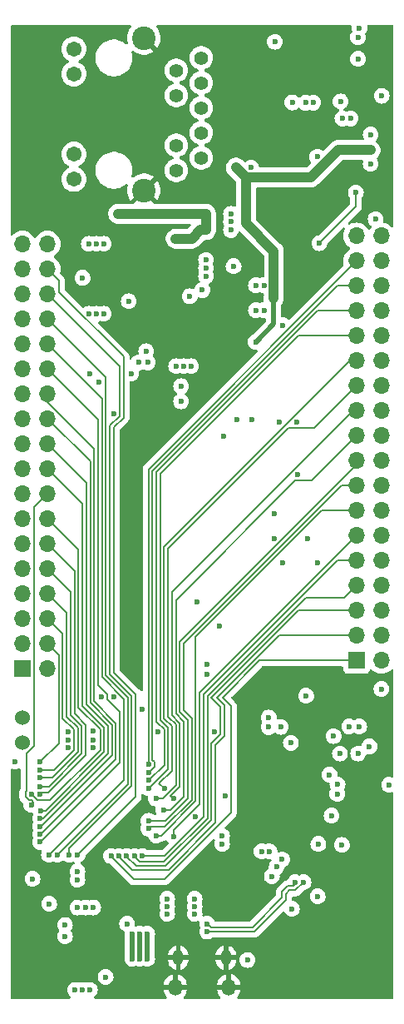
<source format=gbr>
%TF.GenerationSoftware,KiCad,Pcbnew,8.0.1*%
%TF.CreationDate,2024-10-20T22:07:07-07:00*%
%TF.ProjectId,POEPico,504f4550-6963-46f2-9e6b-696361645f70,rev?*%
%TF.SameCoordinates,Original*%
%TF.FileFunction,Copper,L2,Inr*%
%TF.FilePolarity,Positive*%
%FSLAX46Y46*%
G04 Gerber Fmt 4.6, Leading zero omitted, Abs format (unit mm)*
G04 Created by KiCad (PCBNEW 8.0.1) date 2024-10-20 22:07:07*
%MOMM*%
%LPD*%
G01*
G04 APERTURE LIST*
%TA.AperFunction,ComponentPad*%
%ADD10C,1.524000*%
%TD*%
%TA.AperFunction,ComponentPad*%
%ADD11C,1.408000*%
%TD*%
%TA.AperFunction,ComponentPad*%
%ADD12C,1.545000*%
%TD*%
%TA.AperFunction,ComponentPad*%
%ADD13C,2.400000*%
%TD*%
%TA.AperFunction,ComponentPad*%
%ADD14O,1.350000X1.700000*%
%TD*%
%TA.AperFunction,ComponentPad*%
%ADD15O,1.100000X1.500000*%
%TD*%
%TA.AperFunction,ComponentPad*%
%ADD16R,1.700000X1.700000*%
%TD*%
%TA.AperFunction,ComponentPad*%
%ADD17O,1.700000X1.700000*%
%TD*%
%TA.AperFunction,ViaPad*%
%ADD18C,0.600000*%
%TD*%
%TA.AperFunction,Conductor*%
%ADD19C,1.016000*%
%TD*%
%TA.AperFunction,Conductor*%
%ADD20C,0.508000*%
%TD*%
%TA.AperFunction,Conductor*%
%ADD21C,0.200000*%
%TD*%
G04 APERTURE END LIST*
D10*
%TO.N,/Connectors/USB_BOOT*%
%TO.C,J10*%
X116064001Y-98892029D03*
%TO.N,GND*%
X116084001Y-96352029D03*
%TD*%
D11*
%TO.N,/Connectors/ETH_TXP*%
%TO.C,J2*%
X134278401Y-29297629D03*
%TO.N,/Connectors/ETH_TXN*%
X131738401Y-30567629D03*
%TO.N,/Connectors/CT*%
X134278401Y-31837629D03*
%TO.N,/Connectors/ETH_RXP*%
X131738401Y-33107629D03*
%TO.N,/Connectors/ETH_RXN*%
X134278401Y-34377629D03*
%TO.N,/Connectors/VC1P*%
X134278401Y-36917629D03*
%TO.N,/Connectors/VC1N*%
X131738401Y-38187629D03*
%TO.N,/Connectors/VC2P*%
X134278401Y-39457629D03*
%TO.N,/Connectors/VC2N*%
X131738401Y-40727629D03*
D12*
%TO.N,Net-(J2-Pad11)*%
X121308401Y-28387629D03*
%TO.N,/Connectors/LED1_Y*%
X121308401Y-30927629D03*
%TO.N,Net-(J2-Pad13)*%
X121308401Y-39097629D03*
%TO.N,/Connectors/LED2_G*%
X121308401Y-41637629D03*
D13*
%TO.N,CGND*%
X128438401Y-27267629D03*
X128438401Y-42757629D03*
%TD*%
D14*
%TO.N,CGND*%
%TO.C,J1*%
X131631501Y-123799429D03*
D15*
X131941501Y-120799429D03*
X136781501Y-120799429D03*
D14*
X137091501Y-123799429D03*
%TD*%
D16*
%TO.N,GND*%
%TO.C,J21*%
X116078000Y-91400429D03*
D17*
%TO.N,+3V3*%
X118618000Y-91400429D03*
%TO.N,GND*%
X116078000Y-88860429D03*
%TO.N,/Connectors/GPIO0*%
X118618000Y-88860429D03*
%TO.N,GND*%
X116078000Y-86320429D03*
%TO.N,/Connectors/GPIO1*%
X118618000Y-86320429D03*
%TO.N,GND*%
X116078000Y-83780429D03*
%TO.N,/Connectors/GPIO2*%
X118618000Y-83780429D03*
%TO.N,GND*%
X116078000Y-81240429D03*
%TO.N,/Connectors/GPIO3*%
X118618000Y-81240429D03*
%TO.N,GND*%
X116078000Y-78700429D03*
%TO.N,/Connectors/GPIO4*%
X118618000Y-78700429D03*
%TO.N,GND*%
X116078000Y-76160429D03*
%TO.N,/Connectors/GPIO5*%
X118618000Y-76160429D03*
%TO.N,GND*%
X116078000Y-73620429D03*
%TO.N,/Connectors/GPIO6*%
X118618000Y-73620429D03*
%TO.N,GND*%
X116078000Y-71080429D03*
%TO.N,/Connectors/GPIO7*%
X118618000Y-71080429D03*
%TO.N,GND*%
X116078000Y-68540429D03*
%TO.N,/Connectors/GPIO8*%
X118618000Y-68540429D03*
%TO.N,GND*%
X116078000Y-66000429D03*
%TO.N,/Connectors/GPIO9*%
X118618000Y-66000429D03*
%TO.N,GND*%
X116078000Y-63460429D03*
%TO.N,/Connectors/GPIO10*%
X118618000Y-63460429D03*
%TO.N,GND*%
X116078000Y-60920429D03*
%TO.N,/Connectors/GPIO11*%
X118618000Y-60920429D03*
%TO.N,GND*%
X116078000Y-58380429D03*
%TO.N,/Connectors/GPIO12*%
X118618000Y-58380429D03*
%TO.N,GND*%
X116078000Y-55840429D03*
%TO.N,/Connectors/GPIO13*%
X118618000Y-55840429D03*
%TO.N,GND*%
X116078000Y-53300429D03*
%TO.N,/Connectors/GPIO14*%
X118618000Y-53300429D03*
%TO.N,GND*%
X116078000Y-50760429D03*
%TO.N,/Connectors/GPIO15*%
X118618000Y-50760429D03*
%TO.N,GND*%
X116078000Y-48220429D03*
%TO.N,+5V0*%
X118618000Y-48220429D03*
%TD*%
D16*
%TO.N,/Connectors/SWCLK*%
%TO.C,J22*%
X150088600Y-90576400D03*
D17*
%TO.N,GND*%
X152628600Y-90576400D03*
%TO.N,/Connectors/SWD*%
X150088600Y-88036400D03*
%TO.N,GND*%
X152628600Y-88036400D03*
%TO.N,/Connectors/RUN*%
X150088600Y-85496400D03*
%TO.N,GND*%
X152628600Y-85496400D03*
%TO.N,/Connectors/GPIO16*%
X150088600Y-82956400D03*
%TO.N,GND*%
X152628600Y-82956400D03*
%TO.N,/Connectors/GPIO17*%
X150088600Y-80416400D03*
%TO.N,GND*%
X152628600Y-80416400D03*
%TO.N,/Connectors/GPIO18*%
X150088600Y-77876400D03*
%TO.N,GND*%
X152628600Y-77876400D03*
%TO.N,/Connectors/GPIO19*%
X150088600Y-75336400D03*
%TO.N,GND*%
X152628600Y-75336400D03*
%TO.N,/Connectors/GPIO20*%
X150088600Y-72796400D03*
%TO.N,GND*%
X152628600Y-72796400D03*
%TO.N,/Connectors/GPIO21*%
X150088600Y-70256400D03*
%TO.N,GND*%
X152628600Y-70256400D03*
%TO.N,/Connectors/GPIO22*%
X150088600Y-67716400D03*
%TO.N,GND*%
X152628600Y-67716400D03*
%TO.N,/Connectors/GPIO23*%
X150088600Y-65176400D03*
%TO.N,GND*%
X152628600Y-65176400D03*
%TO.N,/Connectors/GPIO24*%
X150088600Y-62636400D03*
%TO.N,GND*%
X152628600Y-62636400D03*
%TO.N,/Connectors/GPIO25*%
X150088600Y-60096400D03*
%TO.N,GND*%
X152628600Y-60096400D03*
%TO.N,/Connectors/GPIO26*%
X150088600Y-57556400D03*
%TO.N,GND*%
X152628600Y-57556400D03*
%TO.N,/Connectors/GPIO27*%
X150088600Y-55016400D03*
%TO.N,GND*%
X152628600Y-55016400D03*
%TO.N,/Connectors/GPIO28*%
X150088600Y-52476400D03*
%TO.N,GND*%
X152628600Y-52476400D03*
%TO.N,/Connectors/GPIO29*%
X150088600Y-49936400D03*
%TO.N,GND*%
X152628600Y-49936400D03*
%TO.N,+12V0*%
X150088600Y-47396400D03*
%TO.N,GND*%
X152628600Y-47396400D03*
%TD*%
D18*
%TO.N,VDD*%
X134770401Y-46802629D03*
X127457200Y-45151629D03*
X131722401Y-60645629D03*
X134770401Y-49850629D03*
X134770401Y-51501629D03*
X139852400Y-52425600D03*
X137310401Y-45965129D03*
X133246401Y-60645629D03*
X137310401Y-46802629D03*
X140665200Y-52425600D03*
X134770401Y-45965129D03*
X140665200Y-54965600D03*
X132484401Y-47691629D03*
X137310401Y-45151629D03*
X131670901Y-47691629D03*
X141775401Y-27649929D03*
X133321901Y-47691629D03*
X134770401Y-50688129D03*
X132484401Y-60645629D03*
X139851700Y-54965600D03*
X125806200Y-45151629D03*
X126619700Y-45151629D03*
X134770401Y-45151629D03*
X125356900Y-65471629D03*
%TO.N,VSS*%
X122832401Y-55311629D03*
X141755401Y-78171629D03*
X124356401Y-48199629D03*
X151534401Y-38674629D03*
X138834401Y-43591629D03*
X123607101Y-55311629D03*
X137818401Y-40452629D03*
X137922000Y-66040000D03*
X123607101Y-48199629D03*
X141628401Y-53755129D03*
X150238727Y-27180273D03*
X124356401Y-55311629D03*
X139827000Y-58166000D03*
X123848401Y-62296629D03*
X122832401Y-48199629D03*
%TO.N,GND*%
X144958401Y-94167029D03*
X141148401Y-96382029D03*
X128270000Y-95504000D03*
X148613401Y-109336029D03*
X130810000Y-115570000D03*
X142595600Y-56482629D03*
X133604000Y-115570000D03*
X136144000Y-87061629D03*
X126720600Y-117348000D03*
X144041401Y-66334629D03*
X133655401Y-106486029D03*
X133604000Y-116332000D03*
X118793801Y-115316000D03*
X120400099Y-118618000D03*
X130810000Y-116332000D03*
X120396000Y-117475000D03*
X130810000Y-114808000D03*
X138988800Y-121033000D03*
X153416000Y-103214029D03*
X117094000Y-112776000D03*
X124536600Y-122763900D03*
X135622001Y-97835029D03*
X147752401Y-98259029D03*
X143413401Y-98953029D03*
X152042401Y-45685029D03*
X143508001Y-115824000D03*
X133604000Y-114808000D03*
X152628600Y-93472000D03*
X134874000Y-91948000D03*
%TO.N,/Power/TG12*%
X128674401Y-59121629D03*
%TO.N,/Power/TG45*%
X134389401Y-52898629D03*
%TO.N,/Power/BG12*%
X127912401Y-60264629D03*
%TO.N,/Power/BG36*%
X122959401Y-61407629D03*
X127150401Y-61407629D03*
%TO.N,/Power/BG45*%
X122197401Y-51663128D03*
%TO.N,/Connectors/GPIO16*%
X127493010Y-110455029D03*
%TO.N,/Connectors/GPIO13*%
X119641689Y-110350946D03*
%TO.N,/Connectors/RUN*%
X126693007Y-110455029D03*
%TO.N,/Connectors/GPIO28*%
X128903001Y-101958632D03*
%TO.N,/Connectors/GPIO24*%
X129665001Y-104613029D03*
%TO.N,/Connectors/GPIO15*%
X121689401Y-110350946D03*
%TO.N,/MicroController/QSPI_SD0*%
X123261561Y-97726376D03*
%TO.N,/Connectors/GPIO2*%
X117879401Y-102489000D03*
%TO.N,/Connectors/GPIO21*%
X128903001Y-106873435D03*
%TO.N,/Connectors/GPIO1*%
X117854845Y-101689375D03*
%TO.N,/Connectors/GPIO5*%
X116965001Y-104206629D03*
%TO.N,/Connectors/GPIO26*%
X128903001Y-103558638D03*
%TO.N,/Connectors/GPIO25*%
X130505200Y-103606600D03*
%TO.N,/Connectors/GPIO10*%
X117879401Y-108245035D03*
%TO.N,/Connectors/GPIO19*%
X129702299Y-108380194D03*
%TO.N,/MicroController/QSPI_SS*%
X120698801Y-99456635D03*
%TO.N,/Connectors/GPIO17*%
X128293401Y-110455029D03*
%TO.N,/Connectors/GPIO7*%
X117914151Y-105845781D03*
%TO.N,/Connectors/GPIO0*%
X117856386Y-100889374D03*
%TO.N,/MicroController/QSPI_SCLK*%
X123261561Y-98654755D03*
%TO.N,/Connectors/GPIO20*%
X128903001Y-107673438D03*
%TO.N,/Connectors/GPIO8*%
X117879401Y-106645029D03*
%TO.N,/Connectors/GPIO22*%
X130435760Y-105757007D03*
%TO.N,/Connectors/GPIO29*%
X128903001Y-101158629D03*
%TO.N,/MicroController/QSPI_SD1*%
X120698801Y-98656632D03*
%TO.N,/Connectors/GPIO9*%
X117879401Y-107445032D03*
%TO.N,/Connectors/GPIO4*%
X117879401Y-104206629D03*
%TO.N,/MicroController/QSPI_SD3*%
X123261561Y-99454758D03*
%TO.N,/Connectors/SWCLK*%
X125093001Y-110455029D03*
%TO.N,/Connectors/GPIO11*%
X117879401Y-109045038D03*
%TO.N,/Connectors/SWD*%
X125893004Y-110455029D03*
%TO.N,/MicroController/QSPI_SD2*%
X120698801Y-97856629D03*
%TO.N,/Connectors/GPIO12*%
X118767995Y-110350946D03*
%TO.N,/Connectors/GPIO27*%
X128903001Y-102758635D03*
%TO.N,/Connectors/GPIO23*%
X131445000Y-104613029D03*
%TO.N,/Connectors/GPIO18*%
X131445000Y-108458000D03*
%TO.N,/Connectors/GPIO3*%
X117879401Y-103393829D03*
%TO.N,/Connectors/GPIO14*%
X120848011Y-110350946D03*
%TO.N,/Connectors/GPIO6*%
X116967249Y-105245781D03*
%TO.N,/Connectors/USB_DN*%
X134874000Y-117345197D03*
X143838201Y-113131600D03*
X125341001Y-94300629D03*
%TO.N,/Connectors/USB_DP*%
X134874000Y-118145200D03*
X144701801Y-113131600D03*
X124121001Y-94300629D03*
%TO.N,+3V3*%
X151407401Y-99314000D03*
X129907001Y-97851429D03*
X122936000Y-124079000D03*
X148156201Y-103184029D03*
X128778000Y-120904000D03*
X127254000Y-120904000D03*
X115316000Y-100838000D03*
X148410201Y-100041029D03*
X122174000Y-124079000D03*
X121412000Y-124079000D03*
X127254000Y-118364000D03*
X147343401Y-102190429D03*
X128016000Y-118364000D03*
X128016000Y-120904000D03*
X128778000Y-118364000D03*
%TO.N,/MicroController/XI_RP*%
X121664001Y-112029829D03*
%TO.N,+5V0*%
X123278799Y-115697000D03*
X121679600Y-115697601D03*
X122478800Y-115697000D03*
%TO.N,/MicroController/XO_RP*%
X121664001Y-112868029D03*
%TO.N,/MicroController/EEDO*%
X141148401Y-97342029D03*
X142383401Y-97337029D03*
%TO.N,Net-(D5-K)*%
X137572401Y-50477629D03*
%TO.N,Net-(D6-K)*%
X149502401Y-35448829D03*
%TO.N,Net-(D7-K)*%
X139469401Y-66055829D03*
%TO.N,Net-(Q9-G)*%
X143550215Y-33822215D03*
%TO.N,Net-(U3-ISEN+)*%
X146098801Y-39360429D03*
%TO.N,Net-(Q11-D)*%
X141755401Y-75678629D03*
X152654000Y-33147000D03*
%TO.N,Net-(Q12-G)*%
X144066801Y-71695629D03*
%TO.N,Net-(Q12-D)*%
X142263401Y-66334629D03*
%TO.N,Net-(U3-VIN)*%
X150252401Y-29388946D03*
X136575800Y-67757629D03*
%TO.N,Net-(R24-Pad1)*%
X142587371Y-80678629D03*
X146143371Y-80678629D03*
%TO.N,Net-(C44-Pad1)*%
X139355401Y-40452629D03*
X148663601Y-35448829D03*
%TO.N,Net-(Q10-B)*%
X151534401Y-40071629D03*
%TO.N,+12V0*%
X134874000Y-90948185D03*
X133858000Y-84582000D03*
%TO.N,/MicroController/VDD_33A*%
X146204933Y-109232166D03*
X141958601Y-111575600D03*
%TO.N,/MicroController/VDD_CORE*%
X148133401Y-104144029D03*
X136703401Y-104355029D03*
%TO.N,/MicroController/VDD_PLL*%
X146140030Y-114554000D03*
%TO.N,/MicroController/VDD_USBPLL*%
X147546601Y-106355029D03*
%TO.N,Net-(C52-Pad1)*%
X146304000Y-48133000D03*
X150022977Y-42992629D03*
X151534401Y-37100029D03*
%TO.N,Net-(U6-EXRES)*%
X141470801Y-112522000D03*
X142513401Y-110813600D03*
%TO.N,Net-(U6-NFDX_LED{slash}GPIO8)*%
X150264401Y-100041029D03*
%TO.N,Net-(Q10-E)*%
X148471401Y-33721629D03*
%TO.N,Net-(Q13-B)*%
X145095401Y-78222429D03*
%TO.N,/Connectors/ETH_TXN*%
X136398000Y-108419997D03*
%TO.N,/Connectors/LED2_G*%
X150368000Y-97282000D03*
%TO.N,/Connectors/ETH_TXP*%
X136398000Y-109220000D03*
%TO.N,/Connectors/LED1_Y*%
X149352000Y-97282000D03*
%TO.N,/Connectors/ETH_RXN*%
X140423997Y-109982000D03*
%TO.N,/Connectors/ETH_RXP*%
X141224000Y-109982000D03*
%TO.N,/Connectors/CT*%
X150391401Y-26266629D03*
%TO.N,/Connectors/VC1P*%
X128840401Y-60264629D03*
%TO.N,/Connectors/VC1N*%
X126896401Y-54041629D03*
X132230401Y-62677629D03*
X132230401Y-64225629D03*
%TO.N,/Connectors/VC2P*%
X133119401Y-53533629D03*
%TO.N,Net-(U3-HSSRC)*%
X145692401Y-33848629D03*
X144905001Y-33848629D03*
%TD*%
D19*
%TO.N,VDD*%
X134770401Y-46802629D02*
X134770401Y-45151629D01*
X125806200Y-45151629D02*
X134770401Y-45151629D01*
X134770401Y-46802629D02*
X134210901Y-46802629D01*
X134210901Y-46802629D02*
X133321901Y-47691629D01*
X133321901Y-47691629D02*
X131670901Y-47691629D01*
%TO.N,VSS*%
X138826401Y-41460629D02*
X137818401Y-40452629D01*
X141673200Y-48963200D02*
X138834401Y-46124401D01*
X148210129Y-38674629D02*
X145424129Y-41460629D01*
D20*
X139827000Y-58166000D02*
X141628401Y-56364599D01*
D19*
X138834401Y-41468629D02*
X137818401Y-40452629D01*
X145424129Y-41460629D02*
X138826401Y-41460629D01*
X141673200Y-53710330D02*
X141673200Y-48963200D01*
X138834401Y-43591629D02*
X138834401Y-41468629D01*
X141628401Y-53755129D02*
X141673200Y-53710330D01*
X151534401Y-38674629D02*
X148210129Y-38674629D01*
D20*
X141628401Y-56364599D02*
X141628401Y-53755129D01*
D19*
X138834401Y-46124401D02*
X138834401Y-43591629D01*
D21*
%TO.N,/Connectors/GPIO16*%
X127493010Y-110455029D02*
X127493010Y-110503167D01*
X144920772Y-84175600D02*
X148869400Y-84175600D01*
X127493010Y-110503167D02*
X128044872Y-111055029D01*
X128044872Y-111055029D02*
X130500616Y-111055029D01*
X134907001Y-94189371D02*
X144920772Y-84175600D01*
X148869400Y-84175600D02*
X150088600Y-82956400D01*
X134907001Y-106648643D02*
X134907001Y-94189371D01*
X130500616Y-111055029D02*
X134907001Y-106648643D01*
%TO.N,/Connectors/GPIO13*%
X126791814Y-94337227D02*
X124568000Y-92113413D01*
X119641689Y-110350946D02*
X126791814Y-103200821D01*
X126791814Y-103200821D02*
X126791814Y-94337227D01*
X124568000Y-61790429D02*
X118618000Y-55840429D01*
X124568000Y-92113413D02*
X124568000Y-61790429D01*
%TO.N,/Connectors/RUN*%
X136222001Y-95270057D02*
X135307001Y-94355057D01*
X127644481Y-111455029D02*
X130666302Y-111455029D01*
X135307001Y-98998558D02*
X136222001Y-98083558D01*
X126693007Y-110503555D02*
X127644481Y-111455029D01*
X126693007Y-110455029D02*
X126693007Y-110503555D01*
X135307001Y-106814328D02*
X135307001Y-98998558D01*
X135307001Y-94355057D02*
X144165658Y-85496400D01*
X144165658Y-85496400D02*
X150088600Y-85496400D01*
X136222001Y-98083558D02*
X136222001Y-95270057D01*
X130666302Y-111455029D02*
X135307001Y-106814328D01*
%TO.N,/Connectors/GPIO28*%
X129303001Y-71287685D02*
X148114286Y-52476400D01*
X129303001Y-100710100D02*
X129303001Y-71287685D01*
X129503001Y-100910100D02*
X129303001Y-100710100D01*
X128951527Y-101958632D02*
X129503001Y-101407158D01*
X129503001Y-101407158D02*
X129503001Y-100910100D01*
X128903001Y-101958632D02*
X128951527Y-101958632D01*
X148114286Y-52476400D02*
X150088600Y-52476400D01*
%TO.N,/Connectors/GPIO24*%
X130347300Y-104613029D02*
X131707001Y-103253328D01*
X145790371Y-66934629D02*
X150088600Y-62636400D01*
X130903001Y-79161885D02*
X143130257Y-66934629D01*
X131707001Y-103253328D02*
X131707001Y-97105842D01*
X143130257Y-66934629D02*
X145790371Y-66934629D01*
X130903001Y-96301842D02*
X130903001Y-79161885D01*
X129665001Y-104613029D02*
X130347300Y-104613029D01*
X131707001Y-97105842D02*
X130903001Y-96301842D01*
%TO.N,/Connectors/GPIO15*%
X126356900Y-59684657D02*
X119761000Y-53088757D01*
X126356900Y-65885843D02*
X126356900Y-59684657D01*
X119761000Y-53088757D02*
X119761000Y-51903429D01*
X125368000Y-91782041D02*
X125368000Y-66874744D01*
X127591814Y-94005855D02*
X125368000Y-91782041D01*
X127591814Y-104448533D02*
X127591814Y-94005855D01*
X119761000Y-51903429D02*
X118618000Y-50760429D01*
X121689401Y-110350946D02*
X127591814Y-104448533D01*
X125368000Y-66874744D02*
X126356900Y-65885843D01*
%TO.N,/Connectors/GPIO2*%
X121698801Y-97442414D02*
X120568000Y-96311613D01*
X120568000Y-85730429D02*
X118618000Y-83780429D01*
X120568000Y-96311613D02*
X120568000Y-85730429D01*
X121698801Y-99870849D02*
X121698801Y-97442414D01*
X117879401Y-102489000D02*
X119080650Y-102489000D01*
X119080650Y-102489000D02*
X121698801Y-99870849D01*
%TO.N,/Connectors/GPIO21*%
X132907001Y-96608784D02*
X132103001Y-95804784D01*
X132103001Y-95804784D02*
X132103001Y-88673799D01*
X132907001Y-104565243D02*
X132907001Y-96608784D01*
X128903001Y-106873435D02*
X130598809Y-106873435D01*
X130598809Y-106873435D02*
X132907001Y-104565243D01*
X132103001Y-88673799D02*
X150088600Y-70688200D01*
%TO.N,/Connectors/GPIO1*%
X117854845Y-101689375D02*
X119314590Y-101689375D01*
X119314590Y-101689375D02*
X121298801Y-99705164D01*
X120168000Y-87870429D02*
X118618000Y-86320429D01*
X121298801Y-97608100D02*
X120168000Y-96477299D01*
X120168000Y-96477299D02*
X120168000Y-87870429D01*
X121298801Y-99705164D02*
X121298801Y-97608100D01*
%TO.N,/Connectors/GPIO5*%
X123991814Y-99703287D02*
X123991814Y-97608100D01*
X116965001Y-104206629D02*
X117565001Y-104806629D01*
X118888472Y-104806629D02*
X123991814Y-99703287D01*
X121768000Y-95384286D02*
X121768000Y-79310429D01*
X121768000Y-79310429D02*
X118618000Y-76160429D01*
X123991814Y-97608100D02*
X121768000Y-95384286D01*
X117565001Y-104806629D02*
X118888472Y-104806629D01*
%TO.N,/Connectors/GPIO26*%
X128951527Y-103558638D02*
X130907001Y-101603164D01*
X130103001Y-96633214D02*
X130103001Y-71619057D01*
X130907001Y-97437214D02*
X130103001Y-96633214D01*
X144165658Y-57556400D02*
X150088600Y-57556400D01*
X130907001Y-101603164D02*
X130907001Y-97437214D01*
X128903001Y-103558638D02*
X128951527Y-103558638D01*
X130103001Y-71619057D02*
X144165658Y-57556400D01*
%TO.N,/Connectors/GPIO25*%
X130505200Y-103606600D02*
X129987225Y-103088625D01*
X130503001Y-78996199D02*
X149402800Y-60096400D01*
X131307001Y-97271528D02*
X130503001Y-96467528D01*
X129987225Y-103088625D02*
X131307001Y-101768849D01*
X130503001Y-96467528D02*
X130503001Y-78996199D01*
X131307001Y-101768849D02*
X131307001Y-97271528D01*
%TO.N,/Connectors/GPIO10*%
X125591814Y-100581148D02*
X125591814Y-96945356D01*
X117879401Y-108245035D02*
X117927927Y-108245035D01*
X118618000Y-64262000D02*
X118618000Y-63460429D01*
X125591814Y-96945356D02*
X123368000Y-94721542D01*
X117927927Y-108245035D02*
X125591814Y-100581148D01*
X123368000Y-94721542D02*
X123368000Y-69012000D01*
X123368000Y-69012000D02*
X118618000Y-64262000D01*
%TO.N,/Connectors/GPIO19*%
X133707001Y-88201171D02*
X146571772Y-75336400D01*
X146571772Y-75336400D02*
X150088600Y-75336400D01*
X133707001Y-104896613D02*
X133707001Y-88201171D01*
X129702299Y-108380194D02*
X130223420Y-108380194D01*
X130223420Y-108380194D02*
X133707001Y-104896613D01*
%TO.N,/Connectors/GPIO17*%
X130534930Y-110455029D02*
X134507001Y-106482958D01*
X128293401Y-110455029D02*
X130534930Y-110455029D01*
X134507001Y-106482958D02*
X134507001Y-94023685D01*
X148114286Y-80416400D02*
X150088600Y-80416400D01*
X134507001Y-94023685D02*
X148114286Y-80416400D01*
%TO.N,/Connectors/GPIO7*%
X124391814Y-99868972D02*
X124391814Y-97442414D01*
X118415005Y-105845781D02*
X124391814Y-99868972D01*
X122168000Y-74630429D02*
X118618000Y-71080429D01*
X122168000Y-95218600D02*
X122168000Y-74630429D01*
X117914151Y-105845781D02*
X118415005Y-105845781D01*
X124391814Y-97442414D02*
X122168000Y-95218600D01*
%TO.N,/Connectors/GPIO0*%
X119768000Y-98977760D02*
X119768000Y-90010429D01*
X117856386Y-100889374D02*
X119768000Y-98977760D01*
X119768000Y-90010429D02*
X118618000Y-88860429D01*
%TO.N,/Connectors/GPIO20*%
X133307001Y-104730928D02*
X133307001Y-96443098D01*
X129103004Y-107473435D02*
X130564494Y-107473435D01*
X133307001Y-96443098D02*
X132503001Y-95639098D01*
X130564494Y-107473435D02*
X133307001Y-104730928D01*
X148546086Y-72796400D02*
X150088600Y-72796400D01*
X128903001Y-107673438D02*
X129103004Y-107473435D01*
X132503001Y-88839485D02*
X148546086Y-72796400D01*
X132503001Y-95639098D02*
X132503001Y-88839485D01*
%TO.N,/Connectors/GPIO8*%
X124791814Y-100034657D02*
X124791814Y-97276728D01*
X122568000Y-95052914D02*
X122568000Y-72490429D01*
X118181442Y-106645029D02*
X124791814Y-100034657D01*
X122568000Y-72490429D02*
X118618000Y-68540429D01*
X117879401Y-106645029D02*
X118181442Y-106645029D01*
X124791814Y-97276728D02*
X122568000Y-95052914D01*
%TO.N,/Connectors/GPIO22*%
X131703001Y-84450999D02*
X143858371Y-72295629D01*
X130435760Y-105757007D02*
X131149551Y-105757007D01*
X131149551Y-105757007D02*
X132507001Y-104399557D01*
X143858371Y-72295629D02*
X145509371Y-72295629D01*
X132507001Y-96774470D02*
X131703001Y-95970470D01*
X132507001Y-104399557D02*
X132507001Y-96774470D01*
X145509371Y-72295629D02*
X150088600Y-67716400D01*
X131703001Y-95970470D02*
X131703001Y-84450999D01*
%TO.N,/Connectors/GPIO29*%
X128903001Y-71121999D02*
X150088600Y-49936400D01*
X128903001Y-101158629D02*
X128903001Y-71121999D01*
%TO.N,/Connectors/GPIO9*%
X122968000Y-94887228D02*
X122968000Y-70350429D01*
X117879401Y-107445032D02*
X117947124Y-107445032D01*
X125191814Y-97111042D02*
X122968000Y-94887228D01*
X117947124Y-107445032D02*
X125191814Y-100200342D01*
X125191814Y-100200342D02*
X125191814Y-97111042D01*
X122968000Y-70350429D02*
X118618000Y-66000429D01*
%TO.N,/Connectors/GPIO4*%
X117879401Y-104206629D02*
X117843672Y-104206629D01*
X117843672Y-104206629D02*
X118056472Y-103993829D01*
X121368000Y-81450429D02*
X118618000Y-78700429D01*
X118056472Y-103993829D02*
X118707191Y-103993829D01*
X118707191Y-103993829D02*
X122498801Y-100202219D01*
X121368000Y-95980241D02*
X121368000Y-81450429D01*
X122498801Y-100202219D02*
X122498801Y-97111042D01*
X122498801Y-97111042D02*
X121368000Y-95980241D01*
%TO.N,/Connectors/SWCLK*%
X137303401Y-106060885D02*
X137303401Y-95220085D01*
X136438373Y-94355057D02*
X140217030Y-90576400D01*
X125093001Y-110503555D02*
X127416246Y-112826800D01*
X125093001Y-110455029D02*
X125093001Y-110503555D01*
X137303401Y-95220085D02*
X136438373Y-94355057D01*
X130537486Y-112826800D02*
X137303401Y-106060885D01*
X127416246Y-112826800D02*
X130537486Y-112826800D01*
X140217030Y-90576400D02*
X150088600Y-90576400D01*
%TO.N,/Connectors/GPIO11*%
X117879401Y-109044199D02*
X118078565Y-108845035D01*
X118127930Y-108845035D02*
X125991814Y-100981151D01*
X124721001Y-94052100D02*
X123768000Y-93099099D01*
X118078565Y-108845035D02*
X118127930Y-108845035D01*
X125991814Y-100981151D02*
X125991814Y-95819971D01*
X123768000Y-93099099D02*
X123768000Y-66070429D01*
X124721001Y-94549158D02*
X124721001Y-94052100D01*
X125991814Y-95819971D02*
X124721001Y-94549158D01*
X117879401Y-109045038D02*
X117879401Y-109044199D01*
X123768000Y-66070429D02*
X118618000Y-60920429D01*
%TO.N,/Connectors/SWD*%
X130943571Y-111855029D02*
X135707001Y-107091599D01*
X135707001Y-99164244D02*
X136622001Y-98249243D01*
X142191344Y-88036400D02*
X150088600Y-88036400D01*
X136622001Y-95104371D02*
X135872687Y-94355057D01*
X135707001Y-107091599D02*
X135707001Y-99164244D01*
X135872687Y-94355057D02*
X142191344Y-88036400D01*
X136622001Y-98249243D02*
X136622001Y-95104371D01*
X125893004Y-110455029D02*
X125893004Y-110503555D01*
X125893004Y-110503555D02*
X127244478Y-111855029D01*
X127244478Y-111855029D02*
X130943571Y-111855029D01*
%TO.N,/Connectors/GPIO12*%
X124168000Y-92279099D02*
X124168000Y-63930429D01*
X118767995Y-110350946D02*
X126391814Y-102727127D01*
X126391814Y-102727127D02*
X126391814Y-94502913D01*
X124168000Y-63930429D02*
X118618000Y-58380429D01*
X126391814Y-94502913D02*
X124168000Y-92279099D01*
%TO.N,/Connectors/GPIO27*%
X130507001Y-101203161D02*
X130507001Y-97602900D01*
X128903001Y-102758635D02*
X128951527Y-102758635D01*
X129703001Y-71453371D02*
X146139972Y-55016400D01*
X128951527Y-102758635D02*
X130507001Y-101203161D01*
X129703001Y-96798900D02*
X129703001Y-71453371D01*
X130507001Y-97602900D02*
X129703001Y-96798900D01*
X146139972Y-55016400D02*
X150088600Y-55016400D01*
%TO.N,/Connectors/GPIO23*%
X131445000Y-104613029D02*
X131178993Y-104347022D01*
X131303001Y-83606399D02*
X149733000Y-65176400D01*
X131178993Y-104347022D02*
X132107001Y-103419013D01*
X131303001Y-96136156D02*
X131303001Y-83606399D01*
X132107001Y-103419013D02*
X132107001Y-96940156D01*
X132107001Y-96940156D02*
X131303001Y-96136156D01*
%TO.N,/Connectors/GPIO18*%
X134107001Y-105186399D02*
X134107001Y-93857999D01*
X131445000Y-108458000D02*
X131445000Y-107848400D01*
X134107001Y-93857999D02*
X150088600Y-77876400D01*
X131445000Y-107848400D02*
X134107001Y-105186399D01*
%TO.N,/Connectors/GPIO3*%
X118741506Y-103393829D02*
X122098801Y-100036534D01*
X122098801Y-100036534D02*
X122098801Y-97276728D01*
X120968000Y-83590429D02*
X118618000Y-81240429D01*
X120968000Y-96145927D02*
X120968000Y-83590429D01*
X117879401Y-103393829D02*
X118741506Y-103393829D01*
X122098801Y-97276728D02*
X120968000Y-96145927D01*
%TO.N,/Connectors/GPIO14*%
X120848011Y-110350946D02*
X120848011Y-109710310D01*
X125956900Y-60639329D02*
X118618000Y-53300429D01*
X120848011Y-109710310D02*
X127191814Y-103366506D01*
X124968000Y-66709058D02*
X125956900Y-65720158D01*
X127191814Y-94171541D02*
X124968000Y-91947727D01*
X125956900Y-65720158D02*
X125956900Y-60639329D01*
X127191814Y-103366506D02*
X127191814Y-94171541D01*
X124968000Y-91947727D02*
X124968000Y-66709058D01*
%TO.N,/Connectors/GPIO6*%
X116967249Y-105245781D02*
X117202858Y-105010172D01*
X116365001Y-104455158D02*
X116365001Y-103958100D01*
X116999315Y-104806629D02*
X116716472Y-104806629D01*
X117228000Y-99229925D02*
X117228000Y-75010429D01*
X117202858Y-105010172D02*
X116999315Y-104806629D01*
X117228000Y-75010429D02*
X118618000Y-73620429D01*
X116716472Y-104806629D02*
X116365001Y-104455158D01*
X116459000Y-99998925D02*
X117228000Y-99229925D01*
X116459000Y-103864101D02*
X116459000Y-99998925D01*
X116365001Y-103958100D02*
X116459000Y-103864101D01*
%TO.N,/Connectors/USB_DN*%
X135272529Y-117695200D02*
X135122529Y-117545200D01*
X142483421Y-114119083D02*
X142483421Y-114713583D01*
X142483421Y-114713583D02*
X139501804Y-117695200D01*
X135122529Y-117545200D02*
X135074003Y-117545200D01*
X143838201Y-113131600D02*
X143838201Y-113358803D01*
X139501804Y-117695200D02*
X135272529Y-117695200D01*
X135074003Y-117545200D02*
X134874000Y-117345197D01*
X143692984Y-113504020D02*
X143098484Y-113504020D01*
X143838201Y-113358803D02*
X143692984Y-113504020D01*
X143098484Y-113504020D02*
X142483421Y-114119083D01*
%TO.N,/Connectors/USB_DP*%
X144701801Y-113131600D02*
X144686730Y-113131600D01*
X143284872Y-113954000D02*
X142933401Y-114305471D01*
X142933401Y-114305471D02*
X142933401Y-114900000D01*
X142933401Y-114900000D02*
X139688201Y-118145200D01*
X139688201Y-118145200D02*
X134874000Y-118145200D01*
X144686730Y-113131600D02*
X143864330Y-113954000D01*
X143864330Y-113954000D02*
X143284872Y-113954000D01*
D20*
%TO.N,+3V3*%
X128778000Y-120904000D02*
X128778000Y-118364000D01*
X127254000Y-120904000D02*
X127254000Y-118364000D01*
X128016000Y-120904000D02*
X128016000Y-118364000D01*
D21*
%TO.N,Net-(C52-Pad1)*%
X150022977Y-44414023D02*
X150022977Y-42992629D01*
X146304000Y-48133000D02*
X150022977Y-44414023D01*
%TD*%
%TA.AperFunction,Conductor*%
%TO.N,CGND*%
G36*
X148681140Y-91196585D02*
G01*
X148726895Y-91249389D01*
X148738101Y-91300900D01*
X148738101Y-91474276D01*
X148744508Y-91533883D01*
X148794802Y-91668728D01*
X148794806Y-91668735D01*
X148881052Y-91783944D01*
X148881055Y-91783947D01*
X148996264Y-91870193D01*
X148996271Y-91870197D01*
X149131117Y-91920491D01*
X149131116Y-91920491D01*
X149138044Y-91921235D01*
X149190727Y-91926900D01*
X150986472Y-91926899D01*
X151046083Y-91920491D01*
X151180931Y-91870196D01*
X151296146Y-91783946D01*
X151382396Y-91668731D01*
X151431410Y-91537316D01*
X151473281Y-91481384D01*
X151538745Y-91456966D01*
X151607018Y-91471817D01*
X151635273Y-91492969D01*
X151757199Y-91614895D01*
X151853984Y-91682665D01*
X151950765Y-91750432D01*
X151950767Y-91750433D01*
X151950770Y-91750435D01*
X152164937Y-91850303D01*
X152393192Y-91911463D01*
X152569634Y-91926900D01*
X152628599Y-91932059D01*
X152628600Y-91932059D01*
X152628601Y-91932059D01*
X152687566Y-91926900D01*
X152864008Y-91911463D01*
X153092263Y-91850303D01*
X153306430Y-91750435D01*
X153500001Y-91614895D01*
X153649320Y-91465576D01*
X153710643Y-91432091D01*
X153780335Y-91437075D01*
X153836268Y-91478947D01*
X153860685Y-91544411D01*
X153861001Y-91553257D01*
X153861001Y-102346887D01*
X153841316Y-102413926D01*
X153788512Y-102459681D01*
X153719354Y-102469625D01*
X153696047Y-102463929D01*
X153595257Y-102428661D01*
X153595249Y-102428659D01*
X153416004Y-102408464D01*
X153415996Y-102408464D01*
X153236750Y-102428659D01*
X153236745Y-102428660D01*
X153066476Y-102488240D01*
X152913737Y-102584213D01*
X152786184Y-102711766D01*
X152690211Y-102864505D01*
X152630631Y-103034774D01*
X152630630Y-103034779D01*
X152610435Y-103214025D01*
X152610435Y-103214032D01*
X152630630Y-103393278D01*
X152630631Y-103393283D01*
X152690211Y-103563552D01*
X152763949Y-103680905D01*
X152786184Y-103716291D01*
X152913738Y-103843845D01*
X153066478Y-103939818D01*
X153225022Y-103995295D01*
X153236745Y-103999397D01*
X153236750Y-103999398D01*
X153415996Y-104019594D01*
X153416000Y-104019594D01*
X153416004Y-104019594D01*
X153595249Y-103999398D01*
X153595251Y-103999397D01*
X153595255Y-103999397D01*
X153595258Y-103999395D01*
X153595262Y-103999395D01*
X153696046Y-103964129D01*
X153765825Y-103960566D01*
X153826452Y-103995295D01*
X153858680Y-104057288D01*
X153861001Y-104081170D01*
X153861001Y-124842129D01*
X153841316Y-124909168D01*
X153788512Y-124954923D01*
X153737001Y-124966129D01*
X138060864Y-124966129D01*
X137993825Y-124946444D01*
X137948070Y-124893640D01*
X137938126Y-124824482D01*
X137967151Y-124760926D01*
X137973183Y-124754448D01*
X137987742Y-124739888D01*
X137987746Y-124739883D01*
X138096448Y-124590266D01*
X138180416Y-124425472D01*
X138180417Y-124425469D01*
X138237567Y-124249576D01*
X138266501Y-124066902D01*
X138266501Y-124049429D01*
X137441501Y-124049429D01*
X137441501Y-123549429D01*
X138266501Y-123549429D01*
X138266501Y-123531955D01*
X138237567Y-123349281D01*
X138180417Y-123173388D01*
X138180416Y-123173385D01*
X138096448Y-123008591D01*
X137987746Y-122858974D01*
X137987742Y-122858969D01*
X137856960Y-122728187D01*
X137856955Y-122728183D01*
X137707338Y-122619481D01*
X137542544Y-122535513D01*
X137542538Y-122535511D01*
X137366645Y-122478361D01*
X137341501Y-122474379D01*
X137341501Y-123304454D01*
X137306406Y-123269359D01*
X137226596Y-123223281D01*
X137137579Y-123199429D01*
X137045423Y-123199429D01*
X136956406Y-123223281D01*
X136876596Y-123269359D01*
X136841501Y-123304454D01*
X136841501Y-122474379D01*
X136841500Y-122474379D01*
X136816356Y-122478361D01*
X136640463Y-122535511D01*
X136640457Y-122535513D01*
X136475663Y-122619481D01*
X136326046Y-122728183D01*
X136326041Y-122728187D01*
X136195259Y-122858969D01*
X136195255Y-122858974D01*
X136086553Y-123008591D01*
X136002585Y-123173385D01*
X136002584Y-123173388D01*
X135945434Y-123349281D01*
X135916501Y-123531955D01*
X135916501Y-123549429D01*
X136741501Y-123549429D01*
X136741501Y-124049429D01*
X135916501Y-124049429D01*
X135916501Y-124066902D01*
X135945434Y-124249576D01*
X136002584Y-124425469D01*
X136002585Y-124425472D01*
X136086553Y-124590266D01*
X136195255Y-124739883D01*
X136195259Y-124739888D01*
X136209819Y-124754448D01*
X136243304Y-124815771D01*
X136238320Y-124885463D01*
X136196448Y-124941396D01*
X136130984Y-124965813D01*
X136122138Y-124966129D01*
X132600864Y-124966129D01*
X132533825Y-124946444D01*
X132488070Y-124893640D01*
X132478126Y-124824482D01*
X132507151Y-124760926D01*
X132513183Y-124754448D01*
X132527742Y-124739888D01*
X132527746Y-124739883D01*
X132636448Y-124590266D01*
X132720416Y-124425472D01*
X132720417Y-124425469D01*
X132777567Y-124249576D01*
X132806501Y-124066902D01*
X132806501Y-124049429D01*
X131981501Y-124049429D01*
X131981501Y-123549429D01*
X132806501Y-123549429D01*
X132806501Y-123531955D01*
X132777567Y-123349281D01*
X132720417Y-123173388D01*
X132720416Y-123173385D01*
X132636448Y-123008591D01*
X132527746Y-122858974D01*
X132527742Y-122858969D01*
X132396960Y-122728187D01*
X132396955Y-122728183D01*
X132247338Y-122619481D01*
X132082544Y-122535513D01*
X132082538Y-122535511D01*
X131906645Y-122478361D01*
X131881501Y-122474379D01*
X131881501Y-123304454D01*
X131846406Y-123269359D01*
X131766596Y-123223281D01*
X131677579Y-123199429D01*
X131585423Y-123199429D01*
X131496406Y-123223281D01*
X131416596Y-123269359D01*
X131381501Y-123304454D01*
X131381501Y-122474379D01*
X131381500Y-122474379D01*
X131356356Y-122478361D01*
X131180463Y-122535511D01*
X131180457Y-122535513D01*
X131015663Y-122619481D01*
X130866046Y-122728183D01*
X130866041Y-122728187D01*
X130735259Y-122858969D01*
X130735255Y-122858974D01*
X130626553Y-123008591D01*
X130542585Y-123173385D01*
X130542584Y-123173388D01*
X130485434Y-123349281D01*
X130456501Y-123531955D01*
X130456501Y-123549429D01*
X131281501Y-123549429D01*
X131281501Y-124049429D01*
X130456501Y-124049429D01*
X130456501Y-124066902D01*
X130485434Y-124249576D01*
X130542584Y-124425469D01*
X130542585Y-124425472D01*
X130626553Y-124590266D01*
X130735255Y-124739883D01*
X130735259Y-124739888D01*
X130749819Y-124754448D01*
X130783304Y-124815771D01*
X130778320Y-124885463D01*
X130736448Y-124941396D01*
X130670984Y-124965813D01*
X130662138Y-124966129D01*
X123459164Y-124966129D01*
X123392125Y-124946444D01*
X123346370Y-124893640D01*
X123336426Y-124824482D01*
X123365451Y-124760926D01*
X123393190Y-124737136D01*
X123438262Y-124708816D01*
X123565816Y-124581262D01*
X123661789Y-124428522D01*
X123721368Y-124258255D01*
X123722346Y-124249576D01*
X123741565Y-124079003D01*
X123741565Y-124078996D01*
X123721369Y-123899750D01*
X123721368Y-123899745D01*
X123661788Y-123729476D01*
X123565815Y-123576737D01*
X123438262Y-123449184D01*
X123285523Y-123353211D01*
X123115254Y-123293631D01*
X123115249Y-123293630D01*
X122936004Y-123273435D01*
X122935996Y-123273435D01*
X122756750Y-123293630D01*
X122756737Y-123293633D01*
X122595955Y-123349894D01*
X122526176Y-123353456D01*
X122514045Y-123349894D01*
X122353262Y-123293633D01*
X122353249Y-123293630D01*
X122174004Y-123273435D01*
X122173996Y-123273435D01*
X121994750Y-123293630D01*
X121994737Y-123293633D01*
X121833955Y-123349894D01*
X121764176Y-123353456D01*
X121752045Y-123349894D01*
X121591262Y-123293633D01*
X121591249Y-123293630D01*
X121412004Y-123273435D01*
X121411996Y-123273435D01*
X121232750Y-123293630D01*
X121232745Y-123293631D01*
X121062476Y-123353211D01*
X120909737Y-123449184D01*
X120782184Y-123576737D01*
X120686211Y-123729476D01*
X120626631Y-123899745D01*
X120626630Y-123899750D01*
X120606435Y-124078996D01*
X120606435Y-124079003D01*
X120626630Y-124258249D01*
X120626631Y-124258254D01*
X120686211Y-124428523D01*
X120782184Y-124581262D01*
X120909738Y-124708816D01*
X120954808Y-124737135D01*
X121001099Y-124789470D01*
X121011747Y-124858523D01*
X120983372Y-124922372D01*
X120924983Y-124960744D01*
X120888836Y-124966129D01*
X114986001Y-124966129D01*
X114918962Y-124946444D01*
X114873207Y-124893640D01*
X114862001Y-124842129D01*
X114862001Y-122763903D01*
X123731035Y-122763903D01*
X123751230Y-122943149D01*
X123751231Y-122943154D01*
X123810811Y-123113423D01*
X123848488Y-123173385D01*
X123906784Y-123266162D01*
X124034338Y-123393716D01*
X124187078Y-123489689D01*
X124357345Y-123549268D01*
X124357350Y-123549269D01*
X124536596Y-123569465D01*
X124536600Y-123569465D01*
X124536604Y-123569465D01*
X124715849Y-123549269D01*
X124715852Y-123549268D01*
X124715855Y-123549268D01*
X124886122Y-123489689D01*
X125038862Y-123393716D01*
X125166416Y-123266162D01*
X125262389Y-123113422D01*
X125321968Y-122943155D01*
X125331453Y-122858974D01*
X125342165Y-122763903D01*
X125342165Y-122763896D01*
X125321969Y-122584650D01*
X125321968Y-122584645D01*
X125304775Y-122535511D01*
X125262389Y-122414378D01*
X125166416Y-122261638D01*
X125038862Y-122134084D01*
X124886123Y-122038111D01*
X124715854Y-121978531D01*
X124715849Y-121978530D01*
X124536604Y-121958335D01*
X124536596Y-121958335D01*
X124357350Y-121978530D01*
X124357345Y-121978531D01*
X124187076Y-122038111D01*
X124034337Y-122134084D01*
X123906784Y-122261637D01*
X123810811Y-122414376D01*
X123751231Y-122584645D01*
X123751230Y-122584650D01*
X123731035Y-122763896D01*
X123731035Y-122763903D01*
X114862001Y-122763903D01*
X114862001Y-117475003D01*
X119590435Y-117475003D01*
X119610630Y-117654249D01*
X119610631Y-117654254D01*
X119670211Y-117824523D01*
X119769889Y-117983158D01*
X119767330Y-117984765D01*
X119788686Y-118036978D01*
X119775976Y-118105682D01*
X119770333Y-118115658D01*
X119674310Y-118268476D01*
X119614730Y-118438745D01*
X119614729Y-118438750D01*
X119594534Y-118617996D01*
X119594534Y-118618003D01*
X119614729Y-118797249D01*
X119614730Y-118797254D01*
X119674310Y-118967523D01*
X119770283Y-119120262D01*
X119897837Y-119247816D01*
X120050577Y-119343789D01*
X120220844Y-119403368D01*
X120220849Y-119403369D01*
X120400095Y-119423565D01*
X120400099Y-119423565D01*
X120400103Y-119423565D01*
X120579348Y-119403369D01*
X120579351Y-119403368D01*
X120579354Y-119403368D01*
X120749621Y-119343789D01*
X120902361Y-119247816D01*
X121029915Y-119120262D01*
X121125888Y-118967522D01*
X121185467Y-118797255D01*
X121187973Y-118775014D01*
X121205664Y-118618003D01*
X121205664Y-118617996D01*
X121185468Y-118438750D01*
X121185467Y-118438745D01*
X121159314Y-118364003D01*
X121125888Y-118268478D01*
X121029915Y-118115738D01*
X121029914Y-118115737D01*
X121026210Y-118109842D01*
X121028753Y-118108243D01*
X121007402Y-118055913D01*
X121020172Y-117987220D01*
X121025766Y-117977341D01*
X121025816Y-117977262D01*
X121121789Y-117824522D01*
X121181368Y-117654255D01*
X121183176Y-117638211D01*
X121201565Y-117475003D01*
X121201565Y-117474996D01*
X121187256Y-117348003D01*
X125915035Y-117348003D01*
X125935230Y-117527249D01*
X125935231Y-117527254D01*
X125994811Y-117697523D01*
X126074610Y-117824522D01*
X126090784Y-117850262D01*
X126218338Y-117977816D01*
X126276682Y-118014476D01*
X126342628Y-118055913D01*
X126371078Y-118073789D01*
X126383618Y-118078177D01*
X126440394Y-118118896D01*
X126466144Y-118183848D01*
X126465886Y-118209102D01*
X126448435Y-118363995D01*
X126448435Y-118364003D01*
X126468630Y-118543246D01*
X126468632Y-118543256D01*
X126492541Y-118611582D01*
X126499500Y-118652537D01*
X126499500Y-120615459D01*
X126492542Y-120656414D01*
X126468631Y-120724745D01*
X126468630Y-120724750D01*
X126448435Y-120903996D01*
X126448435Y-120904003D01*
X126468630Y-121083249D01*
X126468631Y-121083254D01*
X126528211Y-121253523D01*
X126572765Y-121324429D01*
X126624184Y-121406262D01*
X126751738Y-121533816D01*
X126904478Y-121629789D01*
X126998861Y-121662815D01*
X127074745Y-121689368D01*
X127074750Y-121689369D01*
X127253996Y-121709565D01*
X127254000Y-121709565D01*
X127254004Y-121709565D01*
X127433249Y-121689369D01*
X127433251Y-121689368D01*
X127433255Y-121689368D01*
X127433258Y-121689366D01*
X127433262Y-121689366D01*
X127594045Y-121633106D01*
X127663824Y-121629544D01*
X127675955Y-121633106D01*
X127836737Y-121689366D01*
X127836743Y-121689367D01*
X127836745Y-121689368D01*
X127836746Y-121689368D01*
X127836750Y-121689369D01*
X128015996Y-121709565D01*
X128016000Y-121709565D01*
X128016004Y-121709565D01*
X128195249Y-121689369D01*
X128195251Y-121689368D01*
X128195255Y-121689368D01*
X128195258Y-121689366D01*
X128195262Y-121689366D01*
X128356045Y-121633106D01*
X128425824Y-121629544D01*
X128437955Y-121633106D01*
X128598737Y-121689366D01*
X128598743Y-121689367D01*
X128598745Y-121689368D01*
X128598746Y-121689368D01*
X128598750Y-121689369D01*
X128777996Y-121709565D01*
X128778000Y-121709565D01*
X128778004Y-121709565D01*
X128957249Y-121689369D01*
X128957252Y-121689368D01*
X128957255Y-121689368D01*
X129127522Y-121629789D01*
X129280262Y-121533816D01*
X129407816Y-121406262D01*
X129503789Y-121253522D01*
X129556512Y-121102849D01*
X130891501Y-121102849D01*
X130931849Y-121305695D01*
X130931851Y-121305703D01*
X131011001Y-121496787D01*
X131011006Y-121496797D01*
X131125911Y-121668764D01*
X131125914Y-121668768D01*
X131272161Y-121815015D01*
X131272165Y-121815018D01*
X131444132Y-121929923D01*
X131444142Y-121929928D01*
X131635224Y-122009077D01*
X131635226Y-122009078D01*
X131691501Y-122020271D01*
X131691501Y-121209047D01*
X131741947Y-121259493D01*
X131816056Y-121302280D01*
X131898714Y-121324429D01*
X131984288Y-121324429D01*
X132066946Y-121302280D01*
X132141055Y-121259493D01*
X132191501Y-121209047D01*
X132191501Y-122020271D01*
X132247775Y-122009078D01*
X132247777Y-122009077D01*
X132438859Y-121929928D01*
X132438869Y-121929923D01*
X132610836Y-121815018D01*
X132610840Y-121815015D01*
X132757087Y-121668768D01*
X132757090Y-121668764D01*
X132871995Y-121496797D01*
X132872000Y-121496787D01*
X132951150Y-121305703D01*
X132951152Y-121305695D01*
X132991500Y-121102849D01*
X135731501Y-121102849D01*
X135771849Y-121305695D01*
X135771851Y-121305703D01*
X135851001Y-121496787D01*
X135851006Y-121496797D01*
X135965911Y-121668764D01*
X135965914Y-121668768D01*
X136112161Y-121815015D01*
X136112165Y-121815018D01*
X136284132Y-121929923D01*
X136284142Y-121929928D01*
X136475224Y-122009077D01*
X136475226Y-122009078D01*
X136531501Y-122020271D01*
X136531501Y-121209047D01*
X136581947Y-121259493D01*
X136656056Y-121302280D01*
X136738714Y-121324429D01*
X136824288Y-121324429D01*
X136906946Y-121302280D01*
X136981055Y-121259493D01*
X137031501Y-121209047D01*
X137031501Y-122020271D01*
X137087775Y-122009078D01*
X137087777Y-122009077D01*
X137278859Y-121929928D01*
X137278869Y-121929923D01*
X137450836Y-121815018D01*
X137450840Y-121815015D01*
X137597087Y-121668768D01*
X137597090Y-121668764D01*
X137711995Y-121496797D01*
X137712000Y-121496787D01*
X137791150Y-121305703D01*
X137791152Y-121305695D01*
X137831500Y-121102849D01*
X137831501Y-121102846D01*
X137831501Y-121049429D01*
X137104568Y-121049429D01*
X137106501Y-121042216D01*
X137106501Y-121033003D01*
X138183235Y-121033003D01*
X138203430Y-121212249D01*
X138203431Y-121212254D01*
X138263011Y-121382523D01*
X138334815Y-121496797D01*
X138358984Y-121535262D01*
X138486538Y-121662816D01*
X138639278Y-121758789D01*
X138799963Y-121815015D01*
X138809545Y-121818368D01*
X138809550Y-121818369D01*
X138988796Y-121838565D01*
X138988800Y-121838565D01*
X138988804Y-121838565D01*
X139168049Y-121818369D01*
X139168052Y-121818368D01*
X139168055Y-121818368D01*
X139338322Y-121758789D01*
X139491062Y-121662816D01*
X139618616Y-121535262D01*
X139714589Y-121382522D01*
X139774168Y-121212255D01*
X139774169Y-121212249D01*
X139794365Y-121033003D01*
X139794365Y-121032996D01*
X139774169Y-120853750D01*
X139774168Y-120853745D01*
X139714589Y-120683478D01*
X139618616Y-120530738D01*
X139491062Y-120403184D01*
X139389495Y-120339365D01*
X139338323Y-120307211D01*
X139168054Y-120247631D01*
X139168049Y-120247630D01*
X138988804Y-120227435D01*
X138988796Y-120227435D01*
X138809550Y-120247630D01*
X138809545Y-120247631D01*
X138639276Y-120307211D01*
X138486537Y-120403184D01*
X138358984Y-120530737D01*
X138263011Y-120683476D01*
X138203431Y-120853745D01*
X138203430Y-120853750D01*
X138183235Y-121032996D01*
X138183235Y-121033003D01*
X137106501Y-121033003D01*
X137106501Y-120556642D01*
X137104568Y-120549429D01*
X137831501Y-120549429D01*
X137831501Y-120496012D01*
X137831500Y-120496008D01*
X137791152Y-120293162D01*
X137791150Y-120293154D01*
X137712000Y-120102070D01*
X137711995Y-120102060D01*
X137597090Y-119930093D01*
X137597087Y-119930089D01*
X137450840Y-119783842D01*
X137450836Y-119783839D01*
X137278869Y-119668934D01*
X137278859Y-119668929D01*
X137087773Y-119589778D01*
X137087768Y-119589776D01*
X137031501Y-119578584D01*
X137031501Y-120389811D01*
X136981055Y-120339365D01*
X136906946Y-120296578D01*
X136824288Y-120274429D01*
X136738714Y-120274429D01*
X136656056Y-120296578D01*
X136581947Y-120339365D01*
X136531501Y-120389811D01*
X136531501Y-119578585D01*
X136531500Y-119578584D01*
X136475233Y-119589776D01*
X136475228Y-119589778D01*
X136284142Y-119668929D01*
X136284132Y-119668934D01*
X136112165Y-119783839D01*
X136112161Y-119783842D01*
X135965914Y-119930089D01*
X135965911Y-119930093D01*
X135851006Y-120102060D01*
X135851001Y-120102070D01*
X135771851Y-120293154D01*
X135771849Y-120293162D01*
X135731501Y-120496008D01*
X135731501Y-120549429D01*
X136458434Y-120549429D01*
X136456501Y-120556642D01*
X136456501Y-121042216D01*
X136458434Y-121049429D01*
X135731501Y-121049429D01*
X135731501Y-121102849D01*
X132991500Y-121102849D01*
X132991501Y-121102846D01*
X132991501Y-121049429D01*
X132264568Y-121049429D01*
X132266501Y-121042216D01*
X132266501Y-120556642D01*
X132264568Y-120549429D01*
X132991501Y-120549429D01*
X132991501Y-120496012D01*
X132991500Y-120496008D01*
X132951152Y-120293162D01*
X132951150Y-120293154D01*
X132872000Y-120102070D01*
X132871995Y-120102060D01*
X132757090Y-119930093D01*
X132757087Y-119930089D01*
X132610840Y-119783842D01*
X132610836Y-119783839D01*
X132438869Y-119668934D01*
X132438859Y-119668929D01*
X132247773Y-119589778D01*
X132247768Y-119589776D01*
X132191501Y-119578584D01*
X132191501Y-120389811D01*
X132141055Y-120339365D01*
X132066946Y-120296578D01*
X131984288Y-120274429D01*
X131898714Y-120274429D01*
X131816056Y-120296578D01*
X131741947Y-120339365D01*
X131691501Y-120389811D01*
X131691501Y-119578585D01*
X131691500Y-119578584D01*
X131635233Y-119589776D01*
X131635228Y-119589778D01*
X131444142Y-119668929D01*
X131444132Y-119668934D01*
X131272165Y-119783839D01*
X131272161Y-119783842D01*
X131125914Y-119930089D01*
X131125911Y-119930093D01*
X131011006Y-120102060D01*
X131011001Y-120102070D01*
X130931851Y-120293154D01*
X130931849Y-120293162D01*
X130891501Y-120496008D01*
X130891501Y-120549429D01*
X131618434Y-120549429D01*
X131616501Y-120556642D01*
X131616501Y-121042216D01*
X131618434Y-121049429D01*
X130891501Y-121049429D01*
X130891501Y-121102849D01*
X129556512Y-121102849D01*
X129563368Y-121083255D01*
X129563369Y-121083249D01*
X129583565Y-120904003D01*
X129583565Y-120903996D01*
X129563369Y-120724750D01*
X129563368Y-120724745D01*
X129539458Y-120656414D01*
X129532500Y-120615459D01*
X129532500Y-118652537D01*
X129539459Y-118611582D01*
X129563368Y-118543255D01*
X129566674Y-118513913D01*
X129583565Y-118364003D01*
X129583565Y-118363996D01*
X129563369Y-118184750D01*
X129563368Y-118184745D01*
X129515711Y-118048549D01*
X129503789Y-118014478D01*
X129407816Y-117861738D01*
X129280262Y-117734184D01*
X129127523Y-117638211D01*
X128957254Y-117578631D01*
X128957249Y-117578630D01*
X128778004Y-117558435D01*
X128777996Y-117558435D01*
X128598750Y-117578630D01*
X128598737Y-117578633D01*
X128437955Y-117634894D01*
X128368176Y-117638456D01*
X128356045Y-117634894D01*
X128195262Y-117578633D01*
X128195249Y-117578630D01*
X128016004Y-117558435D01*
X128015996Y-117558435D01*
X127836750Y-117578630D01*
X127836742Y-117578632D01*
X127675953Y-117634895D01*
X127606175Y-117638456D01*
X127594043Y-117634894D01*
X127590972Y-117633819D01*
X127534199Y-117593095D01*
X127508455Y-117528141D01*
X127508713Y-117502897D01*
X127526165Y-117348003D01*
X127526165Y-117347996D01*
X127505969Y-117168750D01*
X127505968Y-117168745D01*
X127490828Y-117125478D01*
X127446389Y-116998478D01*
X127430215Y-116972738D01*
X127350415Y-116845737D01*
X127222862Y-116718184D01*
X127070123Y-116622211D01*
X126899854Y-116562631D01*
X126899849Y-116562630D01*
X126720604Y-116542435D01*
X126720596Y-116542435D01*
X126541350Y-116562630D01*
X126541345Y-116562631D01*
X126371076Y-116622211D01*
X126218337Y-116718184D01*
X126090784Y-116845737D01*
X125994811Y-116998476D01*
X125935231Y-117168745D01*
X125935230Y-117168750D01*
X125915035Y-117347996D01*
X125915035Y-117348003D01*
X121187256Y-117348003D01*
X121181369Y-117295750D01*
X121181368Y-117295745D01*
X121147948Y-117200236D01*
X121121789Y-117125478D01*
X121106080Y-117100478D01*
X121079257Y-117057789D01*
X121025816Y-116972738D01*
X120898262Y-116845184D01*
X120880880Y-116834262D01*
X120745523Y-116749211D01*
X120575254Y-116689631D01*
X120575249Y-116689630D01*
X120396004Y-116669435D01*
X120395996Y-116669435D01*
X120216750Y-116689630D01*
X120216745Y-116689631D01*
X120046476Y-116749211D01*
X119893737Y-116845184D01*
X119766184Y-116972737D01*
X119670211Y-117125476D01*
X119610631Y-117295745D01*
X119610630Y-117295750D01*
X119590435Y-117474996D01*
X119590435Y-117475003D01*
X114862001Y-117475003D01*
X114862001Y-115316003D01*
X117988236Y-115316003D01*
X118008431Y-115495249D01*
X118008432Y-115495254D01*
X118068012Y-115665523D01*
X118088170Y-115697604D01*
X118163985Y-115818262D01*
X118291539Y-115945816D01*
X118444279Y-116041789D01*
X118459523Y-116047123D01*
X118614546Y-116101368D01*
X118614551Y-116101369D01*
X118793797Y-116121565D01*
X118793801Y-116121565D01*
X118793805Y-116121565D01*
X118973050Y-116101369D01*
X118973053Y-116101368D01*
X118973056Y-116101368D01*
X119143323Y-116041789D01*
X119296063Y-115945816D01*
X119423617Y-115818262D01*
X119499432Y-115697604D01*
X120874035Y-115697604D01*
X120894230Y-115876850D01*
X120894231Y-115876855D01*
X120953811Y-116047124D01*
X121033233Y-116173522D01*
X121049784Y-116199863D01*
X121177338Y-116327417D01*
X121184637Y-116332003D01*
X121329121Y-116422789D01*
X121330078Y-116423390D01*
X121417028Y-116453815D01*
X121500345Y-116482969D01*
X121500350Y-116482970D01*
X121679596Y-116503166D01*
X121679600Y-116503166D01*
X121679604Y-116503166D01*
X121858849Y-116482970D01*
X121858851Y-116482969D01*
X121858855Y-116482969D01*
X121858858Y-116482967D01*
X121858862Y-116482967D01*
X122035695Y-116421090D01*
X122036425Y-116423177D01*
X122094916Y-116413524D01*
X122122326Y-116421570D01*
X122122705Y-116420489D01*
X122299545Y-116482368D01*
X122299550Y-116482369D01*
X122478796Y-116502565D01*
X122478800Y-116502565D01*
X122478804Y-116502565D01*
X122658049Y-116482369D01*
X122658051Y-116482368D01*
X122658055Y-116482368D01*
X122658058Y-116482366D01*
X122658062Y-116482366D01*
X122834895Y-116420489D01*
X122835647Y-116422640D01*
X122893910Y-116413033D01*
X122922387Y-116421392D01*
X122922704Y-116420489D01*
X123099536Y-116482366D01*
X123099542Y-116482367D01*
X123099544Y-116482368D01*
X123099545Y-116482368D01*
X123099549Y-116482369D01*
X123278795Y-116502565D01*
X123278799Y-116502565D01*
X123278803Y-116502565D01*
X123458048Y-116482369D01*
X123458051Y-116482368D01*
X123458054Y-116482368D01*
X123628321Y-116422789D01*
X123772806Y-116332003D01*
X130004435Y-116332003D01*
X130024630Y-116511249D01*
X130024631Y-116511254D01*
X130084211Y-116681523D01*
X130105486Y-116715381D01*
X130180184Y-116834262D01*
X130307738Y-116961816D01*
X130460478Y-117057789D01*
X130565964Y-117094700D01*
X130630745Y-117117368D01*
X130630750Y-117117369D01*
X130809996Y-117137565D01*
X130810000Y-117137565D01*
X130810004Y-117137565D01*
X130989249Y-117117369D01*
X130989252Y-117117368D01*
X130989255Y-117117368D01*
X131159522Y-117057789D01*
X131312262Y-116961816D01*
X131439816Y-116834262D01*
X131535789Y-116681522D01*
X131595368Y-116511255D01*
X131595369Y-116511249D01*
X131615565Y-116332003D01*
X132798435Y-116332003D01*
X132818630Y-116511249D01*
X132818631Y-116511254D01*
X132878211Y-116681523D01*
X132899486Y-116715381D01*
X132974184Y-116834262D01*
X133101738Y-116961816D01*
X133254478Y-117057789D01*
X133359964Y-117094700D01*
X133424745Y-117117368D01*
X133424750Y-117117369D01*
X133603996Y-117137565D01*
X133604000Y-117137565D01*
X133604004Y-117137565D01*
X133783249Y-117117369D01*
X133783251Y-117117368D01*
X133783255Y-117117368D01*
X133783258Y-117117366D01*
X133783262Y-117117366D01*
X133920592Y-117069312D01*
X133990371Y-117065750D01*
X134050998Y-117100478D01*
X134083226Y-117162471D01*
X134084767Y-117200236D01*
X134068435Y-117345192D01*
X134068435Y-117345200D01*
X134088630Y-117524446D01*
X134088633Y-117524459D01*
X134150510Y-117701291D01*
X134148366Y-117702040D01*
X134157960Y-117760358D01*
X134149612Y-117788792D01*
X134150510Y-117789106D01*
X134088633Y-117965937D01*
X134088630Y-117965950D01*
X134068435Y-118145196D01*
X134068435Y-118145203D01*
X134088630Y-118324449D01*
X134088631Y-118324454D01*
X134148211Y-118494723D01*
X134244184Y-118647462D01*
X134371738Y-118775016D01*
X134524478Y-118870989D01*
X134694745Y-118930568D01*
X134694750Y-118930569D01*
X134873996Y-118950765D01*
X134874000Y-118950765D01*
X134874004Y-118950765D01*
X135053249Y-118930569D01*
X135053252Y-118930568D01*
X135053255Y-118930568D01*
X135223522Y-118870989D01*
X135376262Y-118775016D01*
X135376267Y-118775010D01*
X135379097Y-118772755D01*
X135381275Y-118771865D01*
X135382158Y-118771311D01*
X135382255Y-118771465D01*
X135443783Y-118746345D01*
X135456412Y-118745700D01*
X139601532Y-118745700D01*
X139601548Y-118745701D01*
X139609144Y-118745701D01*
X139767255Y-118745701D01*
X139767258Y-118745701D01*
X139919986Y-118704777D01*
X139982779Y-118668523D01*
X140056917Y-118625720D01*
X140168721Y-118513916D01*
X140168721Y-118513914D01*
X140178925Y-118503711D01*
X140178929Y-118503706D01*
X142571879Y-116110755D01*
X142633200Y-116077272D01*
X142702892Y-116082256D01*
X142758825Y-116124128D01*
X142776600Y-116157485D01*
X142782210Y-116173520D01*
X142798763Y-116199863D01*
X142878185Y-116326262D01*
X143005739Y-116453816D01*
X143158479Y-116549789D01*
X143235435Y-116576717D01*
X143328746Y-116609368D01*
X143328751Y-116609369D01*
X143507997Y-116629565D01*
X143508001Y-116629565D01*
X143508005Y-116629565D01*
X143687250Y-116609369D01*
X143687253Y-116609368D01*
X143687256Y-116609368D01*
X143857523Y-116549789D01*
X144010263Y-116453816D01*
X144137817Y-116326262D01*
X144233790Y-116173522D01*
X144293369Y-116003255D01*
X144293370Y-116003249D01*
X144313566Y-115824003D01*
X144313566Y-115823996D01*
X144293370Y-115644750D01*
X144293369Y-115644745D01*
X144267216Y-115570003D01*
X144233790Y-115474478D01*
X144137817Y-115321738D01*
X144010263Y-115194184D01*
X144002013Y-115189000D01*
X143857522Y-115098210D01*
X143687250Y-115038630D01*
X143644017Y-115033759D01*
X143579603Y-115006692D01*
X143540049Y-114949096D01*
X143533902Y-114910539D01*
X143533902Y-114813348D01*
X143533901Y-114813330D01*
X143533901Y-114678500D01*
X143553586Y-114611461D01*
X143606390Y-114565706D01*
X143657901Y-114554500D01*
X143777661Y-114554500D01*
X143777677Y-114554501D01*
X143785273Y-114554501D01*
X143943384Y-114554501D01*
X143943387Y-114554501D01*
X143945246Y-114554003D01*
X145334465Y-114554003D01*
X145354660Y-114733249D01*
X145354661Y-114733254D01*
X145414241Y-114903523D01*
X145466850Y-114987249D01*
X145510214Y-115056262D01*
X145637768Y-115183816D01*
X145790508Y-115279789D01*
X145960775Y-115339368D01*
X145960780Y-115339369D01*
X146140026Y-115359565D01*
X146140030Y-115359565D01*
X146140034Y-115359565D01*
X146319279Y-115339369D01*
X146319282Y-115339368D01*
X146319285Y-115339368D01*
X146489552Y-115279789D01*
X146642292Y-115183816D01*
X146769846Y-115056262D01*
X146865819Y-114903522D01*
X146925398Y-114733255D01*
X146930702Y-114686184D01*
X146945595Y-114554003D01*
X146945595Y-114553996D01*
X146925399Y-114374750D01*
X146925398Y-114374745D01*
X146867101Y-114208142D01*
X146865819Y-114204478D01*
X146861838Y-114198143D01*
X146769845Y-114051737D01*
X146642292Y-113924184D01*
X146489553Y-113828211D01*
X146319284Y-113768631D01*
X146319279Y-113768630D01*
X146140034Y-113748435D01*
X146140026Y-113748435D01*
X145960780Y-113768630D01*
X145960775Y-113768631D01*
X145790506Y-113828211D01*
X145637767Y-113924184D01*
X145510214Y-114051737D01*
X145414241Y-114204476D01*
X145354661Y-114374745D01*
X145354660Y-114374750D01*
X145334465Y-114553996D01*
X145334465Y-114554003D01*
X143945246Y-114554003D01*
X144096115Y-114513577D01*
X144151157Y-114481798D01*
X144233046Y-114434520D01*
X144344850Y-114322716D01*
X144344850Y-114322714D01*
X144355054Y-114312511D01*
X144355058Y-114312506D01*
X144703351Y-113964212D01*
X144764672Y-113930729D01*
X144777146Y-113928675D01*
X144801195Y-113925965D01*
X144881050Y-113916969D01*
X144881053Y-113916968D01*
X144881056Y-113916968D01*
X145051323Y-113857389D01*
X145204063Y-113761416D01*
X145331617Y-113633862D01*
X145427590Y-113481122D01*
X145487169Y-113310855D01*
X145487567Y-113307322D01*
X145507366Y-113131603D01*
X145507366Y-113131596D01*
X145487170Y-112952350D01*
X145487169Y-112952345D01*
X145470084Y-112903520D01*
X145427590Y-112782078D01*
X145423768Y-112775996D01*
X145331616Y-112629337D01*
X145204063Y-112501784D01*
X145051324Y-112405811D01*
X144881055Y-112346231D01*
X144881050Y-112346230D01*
X144701805Y-112326035D01*
X144701797Y-112326035D01*
X144522551Y-112346230D01*
X144522538Y-112346233D01*
X144352279Y-112405810D01*
X144335969Y-112416058D01*
X144268732Y-112435056D01*
X144204033Y-112416058D01*
X144187722Y-112405810D01*
X144017463Y-112346233D01*
X144017450Y-112346230D01*
X143838205Y-112326035D01*
X143838197Y-112326035D01*
X143658951Y-112346230D01*
X143658946Y-112346231D01*
X143488677Y-112405811D01*
X143335938Y-112501784D01*
X143208385Y-112629337D01*
X143112411Y-112782077D01*
X143112411Y-112782079D01*
X143096785Y-112826734D01*
X143056062Y-112883510D01*
X143011871Y-112905544D01*
X143010734Y-112905849D01*
X143010701Y-112905858D01*
X142866698Y-112944443D01*
X142866693Y-112944446D01*
X142729774Y-113023495D01*
X142729766Y-113023501D01*
X142002902Y-113750365D01*
X142002898Y-113750370D01*
X141959840Y-113824951D01*
X141923844Y-113887298D01*
X141882920Y-114040026D01*
X141882920Y-114040028D01*
X141882920Y-114208129D01*
X141882921Y-114208142D01*
X141882921Y-114413486D01*
X141863236Y-114480525D01*
X141846602Y-114501167D01*
X139289388Y-117058381D01*
X139228065Y-117091866D01*
X139201707Y-117094700D01*
X135722422Y-117094700D01*
X135655383Y-117075015D01*
X135609628Y-117022211D01*
X135605380Y-117011653D01*
X135599789Y-116995675D01*
X135599789Y-116995674D01*
X135505577Y-116845738D01*
X135503816Y-116842935D01*
X135376262Y-116715381D01*
X135335280Y-116689630D01*
X135223523Y-116619408D01*
X135053254Y-116559828D01*
X135053249Y-116559827D01*
X134874004Y-116539632D01*
X134873996Y-116539632D01*
X134694750Y-116559827D01*
X134694742Y-116559829D01*
X134557406Y-116607885D01*
X134487627Y-116611446D01*
X134427000Y-116576717D01*
X134394773Y-116514724D01*
X134393232Y-116476959D01*
X134409565Y-116332002D01*
X134409565Y-116331996D01*
X134389369Y-116152750D01*
X134389366Y-116152737D01*
X134333106Y-115991955D01*
X134329544Y-115922176D01*
X134333106Y-115910045D01*
X134389366Y-115749262D01*
X134389369Y-115749249D01*
X134409565Y-115570003D01*
X134409565Y-115569996D01*
X134389369Y-115390750D01*
X134389366Y-115390737D01*
X134333106Y-115229955D01*
X134329544Y-115160176D01*
X134333106Y-115148045D01*
X134389366Y-114987262D01*
X134389369Y-114987249D01*
X134409565Y-114808003D01*
X134409565Y-114807996D01*
X134389369Y-114628750D01*
X134389368Y-114628745D01*
X134363389Y-114554501D01*
X134329789Y-114458478D01*
X134314736Y-114434522D01*
X134244482Y-114322713D01*
X134233816Y-114305738D01*
X134106262Y-114178184D01*
X133953523Y-114082211D01*
X133783254Y-114022631D01*
X133783249Y-114022630D01*
X133604004Y-114002435D01*
X133603996Y-114002435D01*
X133424750Y-114022630D01*
X133424745Y-114022631D01*
X133254476Y-114082211D01*
X133101737Y-114178184D01*
X132974184Y-114305737D01*
X132878211Y-114458476D01*
X132818631Y-114628745D01*
X132818630Y-114628750D01*
X132798435Y-114807996D01*
X132798435Y-114808003D01*
X132818630Y-114987249D01*
X132818633Y-114987262D01*
X132874894Y-115148045D01*
X132878456Y-115217824D01*
X132874894Y-115229955D01*
X132818633Y-115390737D01*
X132818630Y-115390750D01*
X132798435Y-115569996D01*
X132798435Y-115570003D01*
X132818630Y-115749249D01*
X132818633Y-115749262D01*
X132874894Y-115910045D01*
X132878456Y-115979824D01*
X132874894Y-115991955D01*
X132818633Y-116152737D01*
X132818630Y-116152750D01*
X132798435Y-116331996D01*
X132798435Y-116332003D01*
X131615565Y-116332003D01*
X131615565Y-116331996D01*
X131595369Y-116152750D01*
X131595366Y-116152737D01*
X131539106Y-115991955D01*
X131535544Y-115922176D01*
X131539106Y-115910045D01*
X131595366Y-115749262D01*
X131595369Y-115749249D01*
X131615565Y-115570003D01*
X131615565Y-115569996D01*
X131595369Y-115390750D01*
X131595366Y-115390737D01*
X131539106Y-115229955D01*
X131535544Y-115160176D01*
X131539106Y-115148045D01*
X131595366Y-114987262D01*
X131595369Y-114987249D01*
X131615565Y-114808003D01*
X131615565Y-114807996D01*
X131595369Y-114628750D01*
X131595368Y-114628745D01*
X131569389Y-114554501D01*
X131535789Y-114458478D01*
X131520736Y-114434522D01*
X131450482Y-114322713D01*
X131439816Y-114305738D01*
X131312262Y-114178184D01*
X131159523Y-114082211D01*
X130989254Y-114022631D01*
X130989249Y-114022630D01*
X130810004Y-114002435D01*
X130809996Y-114002435D01*
X130630750Y-114022630D01*
X130630745Y-114022631D01*
X130460476Y-114082211D01*
X130307737Y-114178184D01*
X130180184Y-114305737D01*
X130084211Y-114458476D01*
X130024631Y-114628745D01*
X130024630Y-114628750D01*
X130004435Y-114807996D01*
X130004435Y-114808003D01*
X130024630Y-114987249D01*
X130024633Y-114987262D01*
X130080894Y-115148045D01*
X130084456Y-115217824D01*
X130080894Y-115229955D01*
X130024633Y-115390737D01*
X130024630Y-115390750D01*
X130004435Y-115569996D01*
X130004435Y-115570003D01*
X130024630Y-115749249D01*
X130024633Y-115749262D01*
X130080894Y-115910045D01*
X130084456Y-115979824D01*
X130080894Y-115991955D01*
X130024633Y-116152737D01*
X130024630Y-116152750D01*
X130004435Y-116331996D01*
X130004435Y-116332003D01*
X123772806Y-116332003D01*
X123781061Y-116326816D01*
X123908615Y-116199262D01*
X124004588Y-116046522D01*
X124064167Y-115876255D01*
X124064168Y-115876249D01*
X124084364Y-115697003D01*
X124084364Y-115696996D01*
X124064168Y-115517750D01*
X124064167Y-115517745D01*
X124049027Y-115474478D01*
X124004588Y-115347478D01*
X123988414Y-115321738D01*
X123962056Y-115279789D01*
X123908615Y-115194738D01*
X123781061Y-115067184D01*
X123735618Y-115038630D01*
X123628322Y-114971211D01*
X123458053Y-114911631D01*
X123458048Y-114911630D01*
X123278803Y-114891435D01*
X123278795Y-114891435D01*
X123099549Y-114911630D01*
X123099536Y-114911633D01*
X122922705Y-114973510D01*
X122921955Y-114971366D01*
X122863638Y-114980959D01*
X122835209Y-114972611D01*
X122834895Y-114973511D01*
X122658054Y-114911631D01*
X122658049Y-114911630D01*
X122478804Y-114891435D01*
X122478796Y-114891435D01*
X122299550Y-114911630D01*
X122299537Y-114911633D01*
X122122706Y-114973510D01*
X122121978Y-114971430D01*
X122063436Y-114981070D01*
X122036070Y-114973034D01*
X122035694Y-114974111D01*
X121858862Y-114912234D01*
X121858849Y-114912231D01*
X121679604Y-114892036D01*
X121679596Y-114892036D01*
X121500350Y-114912231D01*
X121500345Y-114912232D01*
X121330076Y-114971812D01*
X121177337Y-115067785D01*
X121049784Y-115195338D01*
X120953811Y-115348077D01*
X120894231Y-115518346D01*
X120894230Y-115518351D01*
X120874035Y-115697597D01*
X120874035Y-115697604D01*
X119499432Y-115697604D01*
X119519590Y-115665522D01*
X119579169Y-115495255D01*
X119581510Y-115474478D01*
X119599366Y-115316003D01*
X119599366Y-115315996D01*
X119579170Y-115136750D01*
X119579169Y-115136745D01*
X119555039Y-115067785D01*
X119519590Y-114966478D01*
X119423617Y-114813738D01*
X119296063Y-114686184D01*
X119283834Y-114678500D01*
X119143324Y-114590211D01*
X118973055Y-114530631D01*
X118973050Y-114530630D01*
X118793805Y-114510435D01*
X118793797Y-114510435D01*
X118614551Y-114530630D01*
X118614546Y-114530631D01*
X118444277Y-114590211D01*
X118291538Y-114686184D01*
X118163985Y-114813737D01*
X118068012Y-114966476D01*
X118008432Y-115136745D01*
X118008431Y-115136750D01*
X117988236Y-115315996D01*
X117988236Y-115316003D01*
X114862001Y-115316003D01*
X114862001Y-112776003D01*
X116288435Y-112776003D01*
X116308630Y-112955249D01*
X116308631Y-112955254D01*
X116368211Y-113125523D01*
X116464184Y-113278262D01*
X116591738Y-113405816D01*
X116682080Y-113462582D01*
X116738199Y-113497844D01*
X116744478Y-113501789D01*
X116914745Y-113561368D01*
X116914750Y-113561369D01*
X117093996Y-113581565D01*
X117094000Y-113581565D01*
X117094004Y-113581565D01*
X117273249Y-113561369D01*
X117273252Y-113561368D01*
X117273255Y-113561368D01*
X117443522Y-113501789D01*
X117596262Y-113405816D01*
X117723816Y-113278262D01*
X117819789Y-113125522D01*
X117879368Y-112955255D01*
X117879369Y-112955249D01*
X117899565Y-112776003D01*
X117899565Y-112775996D01*
X117879369Y-112596750D01*
X117879368Y-112596745D01*
X117853215Y-112522003D01*
X117819789Y-112426478D01*
X117806802Y-112405810D01*
X117723815Y-112273737D01*
X117596262Y-112146184D01*
X117443523Y-112050211D01*
X117273254Y-111990631D01*
X117273249Y-111990630D01*
X117094004Y-111970435D01*
X117093996Y-111970435D01*
X116914750Y-111990630D01*
X116914745Y-111990631D01*
X116744476Y-112050211D01*
X116591737Y-112146184D01*
X116464184Y-112273737D01*
X116368211Y-112426476D01*
X116308631Y-112596745D01*
X116308630Y-112596750D01*
X116288435Y-112775996D01*
X116288435Y-112776003D01*
X114862001Y-112776003D01*
X114862001Y-101701993D01*
X114881686Y-101634954D01*
X114934490Y-101589199D01*
X115003648Y-101579255D01*
X115026956Y-101584952D01*
X115136737Y-101623366D01*
X115136743Y-101623367D01*
X115136745Y-101623368D01*
X115136746Y-101623368D01*
X115136750Y-101623369D01*
X115315996Y-101643565D01*
X115316000Y-101643565D01*
X115316004Y-101643565D01*
X115495249Y-101623369D01*
X115495252Y-101623368D01*
X115495255Y-101623368D01*
X115665522Y-101563789D01*
X115668524Y-101561903D01*
X115670741Y-101561276D01*
X115671795Y-101560769D01*
X115671883Y-101560953D01*
X115735760Y-101542900D01*
X115802596Y-101563265D01*
X115847812Y-101616531D01*
X115858500Y-101666894D01*
X115858500Y-103601159D01*
X115841887Y-103663160D01*
X115813773Y-103711855D01*
X115805424Y-103726315D01*
X115764500Y-103879043D01*
X115764500Y-103879045D01*
X115764500Y-104047146D01*
X115764501Y-104047159D01*
X115764501Y-104368488D01*
X115764500Y-104368506D01*
X115764500Y-104534212D01*
X115764499Y-104534212D01*
X115805424Y-104686943D01*
X115834359Y-104737058D01*
X115834360Y-104737062D01*
X115834361Y-104737062D01*
X115884480Y-104823872D01*
X115884482Y-104823875D01*
X116003350Y-104942743D01*
X116003356Y-104942748D01*
X116134112Y-105073504D01*
X116167597Y-105134827D01*
X116169651Y-105175068D01*
X116161684Y-105245778D01*
X116161684Y-105245784D01*
X116181879Y-105425030D01*
X116181880Y-105425035D01*
X116241460Y-105595304D01*
X116262784Y-105629240D01*
X116337433Y-105748043D01*
X116464987Y-105875597D01*
X116617727Y-105971570D01*
X116768618Y-106024369D01*
X116787994Y-106031149D01*
X116787999Y-106031150D01*
X116967245Y-106051346D01*
X116967249Y-106051346D01*
X116967250Y-106051346D01*
X116974135Y-106050570D01*
X117033249Y-106043909D01*
X117102068Y-106055963D01*
X117153448Y-106103311D01*
X117164172Y-106126173D01*
X117178730Y-106167776D01*
X117182293Y-106237555D01*
X117166684Y-106274702D01*
X117153610Y-106295509D01*
X117094034Y-106465766D01*
X117094031Y-106465779D01*
X117073836Y-106645025D01*
X117073836Y-106645032D01*
X117094031Y-106824278D01*
X117094034Y-106824291D01*
X117155911Y-107001123D01*
X117153767Y-107001872D01*
X117163361Y-107060190D01*
X117155013Y-107088624D01*
X117155911Y-107088938D01*
X117094034Y-107265769D01*
X117094031Y-107265782D01*
X117073836Y-107445028D01*
X117073836Y-107445035D01*
X117094031Y-107624281D01*
X117094034Y-107624294D01*
X117155911Y-107801126D01*
X117153767Y-107801875D01*
X117163361Y-107860193D01*
X117155013Y-107888627D01*
X117155911Y-107888941D01*
X117094034Y-108065772D01*
X117094031Y-108065785D01*
X117073836Y-108245031D01*
X117073836Y-108245038D01*
X117094031Y-108424284D01*
X117094034Y-108424297D01*
X117155911Y-108601129D01*
X117153767Y-108601878D01*
X117163361Y-108660196D01*
X117155013Y-108688630D01*
X117155911Y-108688944D01*
X117094034Y-108865775D01*
X117094031Y-108865788D01*
X117073836Y-109045034D01*
X117073836Y-109045041D01*
X117094031Y-109224287D01*
X117094032Y-109224292D01*
X117153612Y-109394561D01*
X117191064Y-109454165D01*
X117249585Y-109547300D01*
X117377139Y-109674854D01*
X117394165Y-109685552D01*
X117514366Y-109761080D01*
X117529879Y-109770827D01*
X117621110Y-109802750D01*
X117700146Y-109830406D01*
X117700151Y-109830407D01*
X117879397Y-109850603D01*
X117879401Y-109850603D01*
X117879403Y-109850603D01*
X117907723Y-109847412D01*
X117976545Y-109859466D01*
X118027924Y-109906815D01*
X118045549Y-109974425D01*
X118038649Y-110011586D01*
X117982627Y-110171688D01*
X117982625Y-110171696D01*
X117962430Y-110350942D01*
X117962430Y-110350949D01*
X117982625Y-110530195D01*
X117982626Y-110530200D01*
X118042206Y-110700469D01*
X118136045Y-110849811D01*
X118138179Y-110853208D01*
X118265733Y-110980762D01*
X118284979Y-110992855D01*
X118418469Y-111076733D01*
X118418473Y-111076735D01*
X118577480Y-111132374D01*
X118588740Y-111136314D01*
X118588745Y-111136315D01*
X118767991Y-111156511D01*
X118767995Y-111156511D01*
X118767999Y-111156511D01*
X118947244Y-111136315D01*
X118947247Y-111136314D01*
X118947250Y-111136314D01*
X119117517Y-111076735D01*
X119117519Y-111076734D01*
X119138869Y-111063319D01*
X119206106Y-111044318D01*
X119270815Y-111063319D01*
X119292164Y-111076734D01*
X119462434Y-111136314D01*
X119462439Y-111136315D01*
X119641685Y-111156511D01*
X119641689Y-111156511D01*
X119641693Y-111156511D01*
X119820938Y-111136315D01*
X119820941Y-111136314D01*
X119820944Y-111136314D01*
X119991211Y-111076735D01*
X120143951Y-110980762D01*
X120157169Y-110967544D01*
X120218492Y-110934059D01*
X120288184Y-110939043D01*
X120332531Y-110967544D01*
X120345749Y-110980762D01*
X120364995Y-110992855D01*
X120498485Y-111076733D01*
X120498489Y-111076735D01*
X120657496Y-111132374D01*
X120668756Y-111136314D01*
X120668761Y-111136315D01*
X120848007Y-111156511D01*
X120848011Y-111156511D01*
X120848015Y-111156511D01*
X121027260Y-111136315D01*
X121027262Y-111136314D01*
X121027266Y-111136314D01*
X121027269Y-111136312D01*
X121027273Y-111136312D01*
X121078311Y-111118452D01*
X121197533Y-111076735D01*
X121202729Y-111073469D01*
X121269963Y-111054466D01*
X121334681Y-111073469D01*
X121339879Y-111076735D01*
X121339880Y-111076735D01*
X121345134Y-111080037D01*
X121391422Y-111132374D01*
X121402067Y-111201428D01*
X121373688Y-111265275D01*
X121320113Y-111302068D01*
X121314479Y-111304039D01*
X121161738Y-111400013D01*
X121034185Y-111527566D01*
X120938212Y-111680305D01*
X120878632Y-111850574D01*
X120878631Y-111850579D01*
X120858436Y-112029825D01*
X120858436Y-112029832D01*
X120878631Y-112209078D01*
X120878634Y-112209091D01*
X120938210Y-112379350D01*
X120940478Y-112382958D01*
X120941229Y-112385618D01*
X120941232Y-112385623D01*
X120941231Y-112385623D01*
X120959478Y-112450195D01*
X120940478Y-112514900D01*
X120938210Y-112518507D01*
X120878634Y-112688766D01*
X120878631Y-112688779D01*
X120858436Y-112868025D01*
X120858436Y-112868032D01*
X120878631Y-113047278D01*
X120878632Y-113047283D01*
X120938212Y-113217552D01*
X121023637Y-113353504D01*
X121034185Y-113370291D01*
X121161739Y-113497845D01*
X121314479Y-113593818D01*
X121428918Y-113633862D01*
X121484746Y-113653397D01*
X121484751Y-113653398D01*
X121663997Y-113673594D01*
X121664001Y-113673594D01*
X121664005Y-113673594D01*
X121843250Y-113653398D01*
X121843253Y-113653397D01*
X121843256Y-113653397D01*
X122013523Y-113593818D01*
X122166263Y-113497845D01*
X122293817Y-113370291D01*
X122389790Y-113217551D01*
X122449369Y-113047284D01*
X122452049Y-113023500D01*
X122469566Y-112868032D01*
X122469566Y-112868025D01*
X122449370Y-112688779D01*
X122449369Y-112688774D01*
X122417168Y-112596750D01*
X122389790Y-112518507D01*
X122387527Y-112514905D01*
X122386775Y-112512244D01*
X122386770Y-112512234D01*
X122386771Y-112512233D01*
X122368524Y-112447669D01*
X122387527Y-112382953D01*
X122389789Y-112379352D01*
X122389790Y-112379351D01*
X122449369Y-112209084D01*
X122449370Y-112209078D01*
X122469566Y-112029832D01*
X122469566Y-112029825D01*
X122449370Y-111850579D01*
X122449369Y-111850574D01*
X122433227Y-111804442D01*
X122389790Y-111680307D01*
X122293817Y-111527567D01*
X122166263Y-111400013D01*
X122166261Y-111400011D01*
X122008273Y-111300740D01*
X121961983Y-111248406D01*
X121951335Y-111179352D01*
X121979710Y-111115504D01*
X122033295Y-111078704D01*
X122038923Y-111076735D01*
X122191663Y-110980762D01*
X122319217Y-110853208D01*
X122415190Y-110700468D01*
X122474769Y-110530201D01*
X122484562Y-110443275D01*
X122511627Y-110378864D01*
X122520091Y-110369489D01*
X128072334Y-104817249D01*
X128151391Y-104680317D01*
X128192315Y-104527590D01*
X128192315Y-104369475D01*
X128192315Y-104361880D01*
X128192314Y-104361862D01*
X128192314Y-104279391D01*
X128211999Y-104212352D01*
X128264803Y-104166597D01*
X128333961Y-104156653D01*
X128394974Y-104184516D01*
X128395296Y-104184113D01*
X128396911Y-104185401D01*
X128397517Y-104185678D01*
X128399060Y-104187114D01*
X128400738Y-104188453D01*
X128400739Y-104188454D01*
X128553479Y-104284427D01*
X128664509Y-104323278D01*
X128723746Y-104344006D01*
X128723750Y-104344007D01*
X128764445Y-104348592D01*
X128828859Y-104375658D01*
X128868414Y-104433252D01*
X128873782Y-104485695D01*
X128859436Y-104613024D01*
X128859436Y-104613032D01*
X128879631Y-104792278D01*
X128879632Y-104792283D01*
X128939212Y-104962552D01*
X128995213Y-105051676D01*
X129035185Y-105115291D01*
X129162739Y-105242845D01*
X129315479Y-105338818D01*
X129485746Y-105398397D01*
X129485750Y-105398398D01*
X129550011Y-105405638D01*
X129614425Y-105432704D01*
X129653980Y-105490298D01*
X129656119Y-105560135D01*
X129653170Y-105569810D01*
X129650392Y-105577749D01*
X129650391Y-105577753D01*
X129630195Y-105757003D01*
X129630195Y-105757010D01*
X129650390Y-105936256D01*
X129650393Y-105936269D01*
X129710478Y-106107980D01*
X129714040Y-106177759D01*
X129679312Y-106238386D01*
X129617318Y-106270614D01*
X129593437Y-106272935D01*
X129485413Y-106272935D01*
X129418374Y-106253250D01*
X129408098Y-106245880D01*
X129405264Y-106243620D01*
X129405263Y-106243619D01*
X129300448Y-106177759D01*
X129252524Y-106147646D01*
X129082255Y-106088066D01*
X129082250Y-106088065D01*
X128903005Y-106067870D01*
X128902997Y-106067870D01*
X128723751Y-106088065D01*
X128723746Y-106088066D01*
X128553477Y-106147646D01*
X128400738Y-106243619D01*
X128273185Y-106371172D01*
X128177212Y-106523911D01*
X128117632Y-106694180D01*
X128117631Y-106694185D01*
X128097436Y-106873431D01*
X128097436Y-106873438D01*
X128117631Y-107052684D01*
X128117634Y-107052697D01*
X128179511Y-107229529D01*
X128177367Y-107230278D01*
X128186961Y-107288596D01*
X128178613Y-107317030D01*
X128179511Y-107317344D01*
X128117634Y-107494175D01*
X128117631Y-107494188D01*
X128097436Y-107673434D01*
X128097436Y-107673441D01*
X128117631Y-107852687D01*
X128117632Y-107852692D01*
X128177212Y-108022961D01*
X128273185Y-108175700D01*
X128400739Y-108303254D01*
X128553479Y-108399227D01*
X128689426Y-108446797D01*
X128723746Y-108458806D01*
X128723751Y-108458807D01*
X128811023Y-108468640D01*
X128875437Y-108495706D01*
X128914992Y-108553301D01*
X128915797Y-108556208D01*
X128976509Y-108729715D01*
X128991008Y-108752790D01*
X129072483Y-108882456D01*
X129200037Y-109010010D01*
X129352777Y-109105983D01*
X129475541Y-109148940D01*
X129523044Y-109165562D01*
X129523049Y-109165563D01*
X129702295Y-109185759D01*
X129702299Y-109185759D01*
X129702303Y-109185759D01*
X129881548Y-109165563D01*
X129881551Y-109165562D01*
X129881554Y-109165562D01*
X130051821Y-109105983D01*
X130204561Y-109010010D01*
X130204565Y-109010005D01*
X130207396Y-109007749D01*
X130209574Y-109006859D01*
X130210457Y-109006305D01*
X130210554Y-109006459D01*
X130272083Y-108981340D01*
X130284710Y-108980695D01*
X130302474Y-108980695D01*
X130302477Y-108980695D01*
X130455205Y-108939771D01*
X130505324Y-108910833D01*
X130592136Y-108860714D01*
X130592145Y-108860704D01*
X130592383Y-108860523D01*
X130592635Y-108860425D01*
X130599175Y-108856650D01*
X130599763Y-108857669D01*
X130657550Y-108835324D01*
X130725996Y-108849357D01*
X130772871Y-108892921D01*
X130815184Y-108960262D01*
X130910141Y-109055219D01*
X130943626Y-109116542D01*
X130938642Y-109186234D01*
X130910141Y-109230581D01*
X130322514Y-109818210D01*
X130261191Y-109851695D01*
X130234833Y-109854529D01*
X128875813Y-109854529D01*
X128808774Y-109834844D01*
X128798498Y-109827474D01*
X128795664Y-109825214D01*
X128795663Y-109825213D01*
X128720147Y-109777763D01*
X128642924Y-109729240D01*
X128472655Y-109669660D01*
X128472650Y-109669659D01*
X128293405Y-109649464D01*
X128293397Y-109649464D01*
X128114151Y-109669659D01*
X128114138Y-109669662D01*
X127937307Y-109731539D01*
X127936576Y-109729451D01*
X127878065Y-109739085D01*
X127849408Y-109730671D01*
X127849105Y-109731540D01*
X127672264Y-109669660D01*
X127672259Y-109669659D01*
X127493014Y-109649464D01*
X127493006Y-109649464D01*
X127313760Y-109669659D01*
X127313747Y-109669662D01*
X127136916Y-109731539D01*
X127136167Y-109729398D01*
X127077831Y-109738987D01*
X127049415Y-109730640D01*
X127049101Y-109731539D01*
X126872269Y-109669662D01*
X126872256Y-109669659D01*
X126693011Y-109649464D01*
X126693003Y-109649464D01*
X126513757Y-109669659D01*
X126513744Y-109669662D01*
X126336913Y-109731539D01*
X126336164Y-109729398D01*
X126277828Y-109738987D01*
X126249412Y-109730640D01*
X126249098Y-109731539D01*
X126072266Y-109669662D01*
X126072253Y-109669659D01*
X125893008Y-109649464D01*
X125893000Y-109649464D01*
X125713754Y-109669659D01*
X125713741Y-109669662D01*
X125536910Y-109731539D01*
X125536161Y-109729398D01*
X125477825Y-109738987D01*
X125449409Y-109730640D01*
X125449095Y-109731539D01*
X125272263Y-109669662D01*
X125272250Y-109669659D01*
X125093005Y-109649464D01*
X125092997Y-109649464D01*
X124913751Y-109669659D01*
X124913746Y-109669660D01*
X124743477Y-109729240D01*
X124590738Y-109825213D01*
X124463185Y-109952766D01*
X124367212Y-110105505D01*
X124307632Y-110275774D01*
X124307631Y-110275779D01*
X124287436Y-110455025D01*
X124287436Y-110455032D01*
X124307631Y-110634278D01*
X124307632Y-110634283D01*
X124367212Y-110804552D01*
X124430116Y-110904662D01*
X124463185Y-110957291D01*
X124590739Y-111084845D01*
X124743479Y-111180818D01*
X124913746Y-111240397D01*
X124945981Y-111244029D01*
X125010393Y-111271094D01*
X125019778Y-111279568D01*
X127047530Y-113307320D01*
X127047532Y-113307321D01*
X127047536Y-113307324D01*
X127156600Y-113370291D01*
X127184462Y-113386377D01*
X127337189Y-113427301D01*
X127337191Y-113427301D01*
X127502900Y-113427301D01*
X127502916Y-113427300D01*
X130450817Y-113427300D01*
X130450833Y-113427301D01*
X130458429Y-113427301D01*
X130616540Y-113427301D01*
X130616543Y-113427301D01*
X130769271Y-113386377D01*
X130826215Y-113353500D01*
X130906202Y-113307320D01*
X131018006Y-113195516D01*
X131018006Y-113195514D01*
X131028210Y-113185311D01*
X131028213Y-113185306D01*
X135465234Y-108748286D01*
X135526555Y-108714803D01*
X135596247Y-108719787D01*
X135652180Y-108761659D01*
X135676597Y-108827123D01*
X135669955Y-108876923D01*
X135612632Y-109040742D01*
X135612630Y-109040750D01*
X135592435Y-109219996D01*
X135592435Y-109220003D01*
X135612630Y-109399249D01*
X135612631Y-109399254D01*
X135672211Y-109569523D01*
X135768184Y-109722262D01*
X135895738Y-109849816D01*
X136048478Y-109945789D01*
X136207474Y-110001424D01*
X136218745Y-110005368D01*
X136218750Y-110005369D01*
X136397996Y-110025565D01*
X136398000Y-110025565D01*
X136398004Y-110025565D01*
X136577249Y-110005369D01*
X136577252Y-110005368D01*
X136577255Y-110005368D01*
X136644028Y-109982003D01*
X139618432Y-109982003D01*
X139638627Y-110161249D01*
X139638628Y-110161254D01*
X139698208Y-110331523D01*
X139794181Y-110484262D01*
X139921735Y-110611816D01*
X139957483Y-110634278D01*
X140070814Y-110705489D01*
X140074475Y-110707789D01*
X140244736Y-110767366D01*
X140244742Y-110767368D01*
X140244747Y-110767369D01*
X140423993Y-110787565D01*
X140423997Y-110787565D01*
X140424001Y-110787565D01*
X140603246Y-110767369D01*
X140603248Y-110767368D01*
X140603252Y-110767368D01*
X140603255Y-110767366D01*
X140603259Y-110767366D01*
X140780092Y-110705489D01*
X140780843Y-110707637D01*
X140839125Y-110698035D01*
X140867589Y-110706391D01*
X140867905Y-110705489D01*
X141044745Y-110767368D01*
X141044750Y-110767369D01*
X141223996Y-110787565D01*
X141224000Y-110787565D01*
X141224002Y-110787565D01*
X141287944Y-110780360D01*
X141312007Y-110777649D01*
X141380829Y-110789703D01*
X141432208Y-110837052D01*
X141449833Y-110904662D01*
X141428107Y-110971068D01*
X141413573Y-110988550D01*
X141328784Y-111073339D01*
X141232812Y-111226076D01*
X141173232Y-111396345D01*
X141173231Y-111396350D01*
X141153036Y-111575596D01*
X141153036Y-111575604D01*
X141165425Y-111685566D01*
X141153370Y-111754388D01*
X141108177Y-111804442D01*
X140968544Y-111892179D01*
X140968538Y-111892184D01*
X140840985Y-112019737D01*
X140745012Y-112172476D01*
X140685432Y-112342745D01*
X140685431Y-112342750D01*
X140665236Y-112521996D01*
X140665236Y-112522003D01*
X140685431Y-112701249D01*
X140685432Y-112701254D01*
X140745012Y-112871523D01*
X140797621Y-112955249D01*
X140840985Y-113024262D01*
X140968539Y-113151816D01*
X141021830Y-113185301D01*
X141073155Y-113217551D01*
X141121279Y-113247789D01*
X141208366Y-113278262D01*
X141291546Y-113307368D01*
X141291551Y-113307369D01*
X141470797Y-113327565D01*
X141470801Y-113327565D01*
X141470805Y-113327565D01*
X141650050Y-113307369D01*
X141650053Y-113307368D01*
X141650056Y-113307368D01*
X141820323Y-113247789D01*
X141973063Y-113151816D01*
X142100617Y-113024262D01*
X142196590Y-112871522D01*
X142256169Y-112701255D01*
X142257575Y-112688779D01*
X142276366Y-112522003D01*
X142276366Y-112521997D01*
X142263976Y-112412034D01*
X142276030Y-112343212D01*
X142321221Y-112293158D01*
X142460863Y-112205416D01*
X142588417Y-112077862D01*
X142684390Y-111925122D01*
X142743969Y-111754855D01*
X142755636Y-111651301D01*
X142782702Y-111586889D01*
X142837902Y-111548144D01*
X142862923Y-111539389D01*
X143015663Y-111443416D01*
X143143217Y-111315862D01*
X143239190Y-111163122D01*
X143298769Y-110992855D01*
X143311500Y-110879863D01*
X143318966Y-110813603D01*
X143318966Y-110813596D01*
X143298770Y-110634350D01*
X143298769Y-110634345D01*
X143262325Y-110530195D01*
X143239190Y-110464078D01*
X143143217Y-110311338D01*
X143015663Y-110183784D01*
X142996412Y-110171688D01*
X142862924Y-110087811D01*
X142692655Y-110028231D01*
X142692650Y-110028230D01*
X142513405Y-110008035D01*
X142513397Y-110008035D01*
X142334151Y-110028230D01*
X142334143Y-110028232D01*
X142192894Y-110077657D01*
X142123115Y-110081218D01*
X142062488Y-110046489D01*
X142030261Y-109984495D01*
X142028720Y-109974498D01*
X142009369Y-109802750D01*
X142009368Y-109802745D01*
X141964617Y-109674854D01*
X141949789Y-109632478D01*
X141917875Y-109581688D01*
X141853815Y-109479737D01*
X141726262Y-109352184D01*
X141573523Y-109256211D01*
X141504815Y-109232169D01*
X145399368Y-109232169D01*
X145419563Y-109411415D01*
X145419564Y-109411420D01*
X145479144Y-109581689D01*
X145544406Y-109685552D01*
X145575117Y-109734428D01*
X145702671Y-109861982D01*
X145774022Y-109906815D01*
X145847152Y-109952766D01*
X145855411Y-109957955D01*
X146008680Y-110011586D01*
X146025678Y-110017534D01*
X146025683Y-110017535D01*
X146204929Y-110037731D01*
X146204933Y-110037731D01*
X146204937Y-110037731D01*
X146384182Y-110017535D01*
X146384185Y-110017534D01*
X146384188Y-110017534D01*
X146554455Y-109957955D01*
X146707195Y-109861982D01*
X146834749Y-109734428D01*
X146930722Y-109581688D01*
X146990301Y-109411421D01*
X146991672Y-109399254D01*
X146998795Y-109336032D01*
X147807836Y-109336032D01*
X147828031Y-109515278D01*
X147828032Y-109515283D01*
X147887612Y-109685552D01*
X147978631Y-109830407D01*
X147983585Y-109838291D01*
X148111139Y-109965845D01*
X148263879Y-110061818D01*
X148388735Y-110105507D01*
X148434146Y-110121397D01*
X148434151Y-110121398D01*
X148613397Y-110141594D01*
X148613401Y-110141594D01*
X148613405Y-110141594D01*
X148792650Y-110121398D01*
X148792653Y-110121397D01*
X148792656Y-110121397D01*
X148962923Y-110061818D01*
X149115663Y-109965845D01*
X149243217Y-109838291D01*
X149339190Y-109685551D01*
X149398769Y-109515284D01*
X149405094Y-109459149D01*
X149418966Y-109336032D01*
X149418966Y-109336025D01*
X149398770Y-109156779D01*
X149398769Y-109156774D01*
X149380996Y-109105982D01*
X149339190Y-108986507D01*
X149335943Y-108981340D01*
X149259967Y-108860425D01*
X149243217Y-108833767D01*
X149115663Y-108706213D01*
X149087680Y-108688630D01*
X148962924Y-108610240D01*
X148792655Y-108550660D01*
X148792650Y-108550659D01*
X148613405Y-108530464D01*
X148613397Y-108530464D01*
X148434151Y-108550659D01*
X148434146Y-108550660D01*
X148263877Y-108610240D01*
X148111138Y-108706213D01*
X147983585Y-108833766D01*
X147887612Y-108986505D01*
X147828032Y-109156774D01*
X147828031Y-109156779D01*
X147807836Y-109336025D01*
X147807836Y-109336032D01*
X146998795Y-109336032D01*
X147010498Y-109232169D01*
X147010498Y-109232162D01*
X146990302Y-109052916D01*
X146990301Y-109052911D01*
X146967065Y-108986507D01*
X146930722Y-108882644D01*
X146920122Y-108865775D01*
X146834748Y-108729903D01*
X146707195Y-108602350D01*
X146554456Y-108506377D01*
X146384187Y-108446797D01*
X146384182Y-108446796D01*
X146204937Y-108426601D01*
X146204929Y-108426601D01*
X146025683Y-108446796D01*
X146025678Y-108446797D01*
X145855409Y-108506377D01*
X145702670Y-108602350D01*
X145575117Y-108729903D01*
X145479144Y-108882642D01*
X145419564Y-109052911D01*
X145419563Y-109052916D01*
X145399368Y-109232162D01*
X145399368Y-109232169D01*
X141504815Y-109232169D01*
X141403254Y-109196631D01*
X141403249Y-109196630D01*
X141224004Y-109176435D01*
X141223996Y-109176435D01*
X141044750Y-109196630D01*
X141044737Y-109196633D01*
X140867906Y-109258510D01*
X140867157Y-109256369D01*
X140808821Y-109265958D01*
X140780405Y-109257611D01*
X140780091Y-109258510D01*
X140603259Y-109196633D01*
X140603246Y-109196630D01*
X140424001Y-109176435D01*
X140423993Y-109176435D01*
X140244747Y-109196630D01*
X140244742Y-109196631D01*
X140074473Y-109256211D01*
X139921734Y-109352184D01*
X139794181Y-109479737D01*
X139698208Y-109632476D01*
X139638628Y-109802745D01*
X139638627Y-109802750D01*
X139618432Y-109981996D01*
X139618432Y-109982003D01*
X136644028Y-109982003D01*
X136747522Y-109945789D01*
X136900262Y-109849816D01*
X137027816Y-109722262D01*
X137123789Y-109569522D01*
X137183368Y-109399255D01*
X137189275Y-109346829D01*
X137203565Y-109220003D01*
X137203565Y-109219996D01*
X137183369Y-109040750D01*
X137183368Y-109040745D01*
X137121489Y-108863905D01*
X137123635Y-108863153D01*
X137114037Y-108804854D01*
X137122391Y-108776407D01*
X137121489Y-108776092D01*
X137183366Y-108599259D01*
X137183369Y-108599246D01*
X137203565Y-108420000D01*
X137203565Y-108419993D01*
X137183369Y-108240747D01*
X137183368Y-108240742D01*
X137123788Y-108070473D01*
X137027815Y-107917734D01*
X136900262Y-107790181D01*
X136741626Y-107690503D01*
X136742854Y-107688547D01*
X136699093Y-107649047D01*
X136680771Y-107581622D01*
X136701811Y-107514996D01*
X136717059Y-107496461D01*
X137783921Y-106429601D01*
X137826973Y-106355032D01*
X146741036Y-106355032D01*
X146761231Y-106534278D01*
X146761232Y-106534283D01*
X146820812Y-106704552D01*
X146896045Y-106824284D01*
X146916785Y-106857291D01*
X147044339Y-106984845D01*
X147134681Y-107041611D01*
X147152313Y-107052690D01*
X147197079Y-107080818D01*
X147367346Y-107140397D01*
X147367351Y-107140398D01*
X147546597Y-107160594D01*
X147546601Y-107160594D01*
X147546605Y-107160594D01*
X147725850Y-107140398D01*
X147725853Y-107140397D01*
X147725856Y-107140397D01*
X147896123Y-107080818D01*
X148048863Y-106984845D01*
X148176417Y-106857291D01*
X148272390Y-106704551D01*
X148331969Y-106534284D01*
X148352166Y-106355029D01*
X148345140Y-106292675D01*
X148331970Y-106175779D01*
X148331969Y-106175774D01*
X148301279Y-106088067D01*
X148272390Y-106005507D01*
X148266333Y-105995868D01*
X148176416Y-105852766D01*
X148048863Y-105725213D01*
X147896124Y-105629240D01*
X147725855Y-105569660D01*
X147725850Y-105569659D01*
X147546605Y-105549464D01*
X147546597Y-105549464D01*
X147367351Y-105569659D01*
X147367346Y-105569660D01*
X147197077Y-105629240D01*
X147044338Y-105725213D01*
X146916785Y-105852766D01*
X146820812Y-106005505D01*
X146761232Y-106175774D01*
X146761231Y-106175779D01*
X146741036Y-106355025D01*
X146741036Y-106355032D01*
X137826973Y-106355032D01*
X137862978Y-106292669D01*
X137903902Y-106139942D01*
X137903902Y-105981827D01*
X137903902Y-105974232D01*
X137903901Y-105974214D01*
X137903901Y-102190432D01*
X146537836Y-102190432D01*
X146558031Y-102369678D01*
X146558032Y-102369683D01*
X146617612Y-102539952D01*
X146698231Y-102668255D01*
X146713585Y-102692691D01*
X146841139Y-102820245D01*
X146993879Y-102916218D01*
X147101725Y-102953955D01*
X147164146Y-102975797D01*
X147164151Y-102975798D01*
X147248245Y-102985273D01*
X147312659Y-103012339D01*
X147352214Y-103069934D01*
X147357582Y-103122376D01*
X147350636Y-103184025D01*
X147350636Y-103184032D01*
X147370831Y-103363278D01*
X147370834Y-103363291D01*
X147430410Y-103533549D01*
X147459543Y-103579914D01*
X147478543Y-103647151D01*
X147459544Y-103711855D01*
X147407610Y-103794509D01*
X147348034Y-103964766D01*
X147348031Y-103964779D01*
X147327836Y-104144025D01*
X147327836Y-104144032D01*
X147348031Y-104323278D01*
X147348032Y-104323283D01*
X147407612Y-104493552D01*
X147482682Y-104613024D01*
X147503585Y-104646291D01*
X147631139Y-104773845D01*
X147783879Y-104869818D01*
X147954146Y-104929397D01*
X147954151Y-104929398D01*
X148133397Y-104949594D01*
X148133401Y-104949594D01*
X148133405Y-104949594D01*
X148312650Y-104929398D01*
X148312653Y-104929397D01*
X148312656Y-104929397D01*
X148482923Y-104869818D01*
X148635663Y-104773845D01*
X148763217Y-104646291D01*
X148859190Y-104493551D01*
X148918769Y-104323284D01*
X148923147Y-104284427D01*
X148938966Y-104144032D01*
X148938966Y-104144025D01*
X148918770Y-103964779D01*
X148918767Y-103964766D01*
X148859190Y-103794507D01*
X148830058Y-103748142D01*
X148811058Y-103680905D01*
X148830059Y-103616198D01*
X148881989Y-103533553D01*
X148881990Y-103533551D01*
X148941569Y-103363284D01*
X148941570Y-103363278D01*
X148961766Y-103184032D01*
X148961766Y-103184025D01*
X148941570Y-103004779D01*
X148941569Y-103004774D01*
X148931430Y-102975798D01*
X148881990Y-102834507D01*
X148786017Y-102681767D01*
X148658463Y-102554213D01*
X148635765Y-102539951D01*
X148505724Y-102458240D01*
X148335455Y-102398660D01*
X148335451Y-102398659D01*
X148251355Y-102389184D01*
X148186941Y-102362117D01*
X148147386Y-102304522D01*
X148142019Y-102252082D01*
X148148966Y-102190429D01*
X148143225Y-102139478D01*
X148128770Y-102011179D01*
X148128769Y-102011174D01*
X148069190Y-101840907D01*
X147973217Y-101688167D01*
X147845663Y-101560613D01*
X147765304Y-101510120D01*
X147692924Y-101464640D01*
X147522655Y-101405060D01*
X147522650Y-101405059D01*
X147343405Y-101384864D01*
X147343397Y-101384864D01*
X147164151Y-101405059D01*
X147164146Y-101405060D01*
X146993877Y-101464640D01*
X146841138Y-101560613D01*
X146713585Y-101688166D01*
X146617612Y-101840905D01*
X146558032Y-102011174D01*
X146558031Y-102011179D01*
X146537836Y-102190425D01*
X146537836Y-102190432D01*
X137903901Y-102190432D01*
X137903901Y-100041032D01*
X147604636Y-100041032D01*
X147624831Y-100220278D01*
X147624832Y-100220283D01*
X147684412Y-100390552D01*
X147730792Y-100464364D01*
X147780385Y-100543291D01*
X147907939Y-100670845D01*
X148060679Y-100766818D01*
X148190788Y-100812345D01*
X148230946Y-100826397D01*
X148230951Y-100826398D01*
X148410197Y-100846594D01*
X148410201Y-100846594D01*
X148410205Y-100846594D01*
X148589450Y-100826398D01*
X148589453Y-100826397D01*
X148589456Y-100826397D01*
X148759723Y-100766818D01*
X148912463Y-100670845D01*
X149040017Y-100543291D01*
X149135990Y-100390551D01*
X149195569Y-100220284D01*
X149196586Y-100211260D01*
X149214081Y-100055987D01*
X149219665Y-100042696D01*
X149218017Y-100039360D01*
X149454936Y-100039360D01*
X149459441Y-100048476D01*
X149460521Y-100055987D01*
X149479031Y-100220278D01*
X149479032Y-100220283D01*
X149538612Y-100390552D01*
X149584992Y-100464364D01*
X149634585Y-100543291D01*
X149762139Y-100670845D01*
X149914879Y-100766818D01*
X150044988Y-100812345D01*
X150085146Y-100826397D01*
X150085151Y-100826398D01*
X150264397Y-100846594D01*
X150264401Y-100846594D01*
X150264405Y-100846594D01*
X150443650Y-100826398D01*
X150443653Y-100826397D01*
X150443656Y-100826397D01*
X150613923Y-100766818D01*
X150766663Y-100670845D01*
X150894217Y-100543291D01*
X150990190Y-100390551D01*
X151049769Y-100220284D01*
X151052232Y-100198421D01*
X151079295Y-100134009D01*
X151136888Y-100094451D01*
X151206725Y-100092310D01*
X151216407Y-100095260D01*
X151228146Y-100099368D01*
X151228149Y-100099368D01*
X151228151Y-100099369D01*
X151407397Y-100119565D01*
X151407401Y-100119565D01*
X151407405Y-100119565D01*
X151586650Y-100099369D01*
X151586653Y-100099368D01*
X151586656Y-100099368D01*
X151756923Y-100039789D01*
X151909663Y-99943816D01*
X152037217Y-99816262D01*
X152133190Y-99663522D01*
X152192769Y-99493255D01*
X152196027Y-99464340D01*
X152212966Y-99314003D01*
X152212966Y-99313996D01*
X152192770Y-99134750D01*
X152192769Y-99134745D01*
X152133189Y-98964476D01*
X152037216Y-98811737D01*
X151909663Y-98684184D01*
X151756924Y-98588211D01*
X151586655Y-98528631D01*
X151586650Y-98528630D01*
X151407405Y-98508435D01*
X151407397Y-98508435D01*
X151228151Y-98528630D01*
X151228146Y-98528631D01*
X151057877Y-98588211D01*
X150905138Y-98684184D01*
X150777585Y-98811737D01*
X150681611Y-98964478D01*
X150622032Y-99134747D01*
X150622031Y-99134751D01*
X150619568Y-99156613D01*
X150592499Y-99221026D01*
X150534903Y-99260580D01*
X150465066Y-99262715D01*
X150455395Y-99259768D01*
X150443655Y-99255660D01*
X150264405Y-99235464D01*
X150264397Y-99235464D01*
X150085151Y-99255659D01*
X150085146Y-99255660D01*
X149914877Y-99315240D01*
X149762138Y-99411213D01*
X149634585Y-99538766D01*
X149538612Y-99691505D01*
X149479032Y-99861774D01*
X149479031Y-99861779D01*
X149460521Y-100026070D01*
X149454936Y-100039360D01*
X149218017Y-100039360D01*
X149215161Y-100033581D01*
X149214081Y-100026070D01*
X149195570Y-99861779D01*
X149195569Y-99861774D01*
X149152398Y-99738398D01*
X149135990Y-99691507D01*
X149128016Y-99678817D01*
X149040016Y-99538766D01*
X148912463Y-99411213D01*
X148759724Y-99315240D01*
X148589455Y-99255660D01*
X148589450Y-99255659D01*
X148410205Y-99235464D01*
X148410197Y-99235464D01*
X148230951Y-99255659D01*
X148230946Y-99255660D01*
X148060677Y-99315240D01*
X147907938Y-99411213D01*
X147780385Y-99538766D01*
X147684412Y-99691505D01*
X147624832Y-99861774D01*
X147624831Y-99861779D01*
X147604636Y-100041025D01*
X147604636Y-100041032D01*
X137903901Y-100041032D01*
X137903901Y-98953032D01*
X142607836Y-98953032D01*
X142628031Y-99132278D01*
X142628032Y-99132283D01*
X142687612Y-99302552D01*
X142734177Y-99376659D01*
X142783585Y-99455291D01*
X142911139Y-99582845D01*
X143001481Y-99639611D01*
X143039535Y-99663522D01*
X143063879Y-99678818D01*
X143154264Y-99710445D01*
X143234146Y-99738397D01*
X143234151Y-99738398D01*
X143413397Y-99758594D01*
X143413401Y-99758594D01*
X143413405Y-99758594D01*
X143592650Y-99738398D01*
X143592653Y-99738397D01*
X143592656Y-99738397D01*
X143762923Y-99678818D01*
X143915663Y-99582845D01*
X144043217Y-99455291D01*
X144139190Y-99302551D01*
X144198769Y-99132284D01*
X144206396Y-99064594D01*
X144218966Y-98953032D01*
X144218966Y-98953025D01*
X144198770Y-98773779D01*
X144198769Y-98773774D01*
X144157886Y-98656937D01*
X144139190Y-98603507D01*
X144043217Y-98450767D01*
X143915663Y-98323213D01*
X143813520Y-98259032D01*
X146946836Y-98259032D01*
X146967031Y-98438278D01*
X146967032Y-98438283D01*
X147026612Y-98608552D01*
X147057015Y-98656937D01*
X147122585Y-98761291D01*
X147250139Y-98888845D01*
X147402879Y-98984818D01*
X147496502Y-99017578D01*
X147573146Y-99044397D01*
X147573151Y-99044398D01*
X147752397Y-99064594D01*
X147752401Y-99064594D01*
X147752405Y-99064594D01*
X147931650Y-99044398D01*
X147931653Y-99044397D01*
X147931656Y-99044397D01*
X148101923Y-98984818D01*
X148254663Y-98888845D01*
X148382217Y-98761291D01*
X148478190Y-98608551D01*
X148537769Y-98438284D01*
X148537770Y-98438278D01*
X148557966Y-98259032D01*
X148557966Y-98259025D01*
X148537770Y-98079779D01*
X148537769Y-98079774D01*
X148531835Y-98062817D01*
X148478190Y-97909507D01*
X148477433Y-97908303D01*
X148382216Y-97756766D01*
X148254663Y-97629213D01*
X148101924Y-97533240D01*
X147931655Y-97473660D01*
X147931650Y-97473659D01*
X147752405Y-97453464D01*
X147752397Y-97453464D01*
X147573151Y-97473659D01*
X147573146Y-97473660D01*
X147402877Y-97533240D01*
X147250138Y-97629213D01*
X147122585Y-97756766D01*
X147026612Y-97909505D01*
X146967032Y-98079774D01*
X146967031Y-98079779D01*
X146946836Y-98259025D01*
X146946836Y-98259032D01*
X143813520Y-98259032D01*
X143762924Y-98227240D01*
X143592655Y-98167660D01*
X143592650Y-98167659D01*
X143413405Y-98147464D01*
X143413397Y-98147464D01*
X143234151Y-98167659D01*
X143234146Y-98167660D01*
X143063877Y-98227240D01*
X142911138Y-98323213D01*
X142783585Y-98450766D01*
X142687612Y-98603505D01*
X142628032Y-98773774D01*
X142628031Y-98773779D01*
X142607836Y-98953025D01*
X142607836Y-98953032D01*
X137903901Y-98953032D01*
X137903901Y-97342032D01*
X140342836Y-97342032D01*
X140363031Y-97521278D01*
X140363032Y-97521283D01*
X140422612Y-97691552D01*
X140463589Y-97756766D01*
X140518585Y-97844291D01*
X140646139Y-97971845D01*
X140736481Y-98028611D01*
X140798162Y-98067368D01*
X140798879Y-98067818D01*
X140855313Y-98087565D01*
X140969146Y-98127397D01*
X140969151Y-98127398D01*
X141148397Y-98147594D01*
X141148401Y-98147594D01*
X141148405Y-98147594D01*
X141327650Y-98127398D01*
X141327653Y-98127397D01*
X141327656Y-98127397D01*
X141497923Y-98067818D01*
X141650663Y-97971845D01*
X141680720Y-97941788D01*
X141742043Y-97908303D01*
X141811735Y-97913287D01*
X141856082Y-97941788D01*
X141881139Y-97966845D01*
X141946301Y-98007789D01*
X142004673Y-98044467D01*
X142033879Y-98062818D01*
X142082351Y-98079779D01*
X142204146Y-98122397D01*
X142204151Y-98122398D01*
X142383397Y-98142594D01*
X142383401Y-98142594D01*
X142383405Y-98142594D01*
X142562650Y-98122398D01*
X142562653Y-98122397D01*
X142562656Y-98122397D01*
X142732923Y-98062818D01*
X142885663Y-97966845D01*
X143013217Y-97839291D01*
X143109190Y-97686551D01*
X143168769Y-97516284D01*
X143168770Y-97516278D01*
X143188966Y-97337032D01*
X143188966Y-97337025D01*
X143182767Y-97282003D01*
X148546435Y-97282003D01*
X148566630Y-97461249D01*
X148566631Y-97461254D01*
X148626211Y-97631523D01*
X148704907Y-97756766D01*
X148722184Y-97784262D01*
X148849738Y-97911816D01*
X148864679Y-97921204D01*
X148945273Y-97971845D01*
X149002478Y-98007789D01*
X149107298Y-98044467D01*
X149172745Y-98067368D01*
X149172750Y-98067369D01*
X149351996Y-98087565D01*
X149352000Y-98087565D01*
X149352004Y-98087565D01*
X149531249Y-98067369D01*
X149531252Y-98067368D01*
X149531255Y-98067368D01*
X149701522Y-98007789D01*
X149794027Y-97949663D01*
X149861264Y-97930663D01*
X149925973Y-97949664D01*
X150018475Y-98007788D01*
X150188745Y-98067368D01*
X150188750Y-98067369D01*
X150367996Y-98087565D01*
X150368000Y-98087565D01*
X150368004Y-98087565D01*
X150547249Y-98067369D01*
X150547252Y-98067368D01*
X150547255Y-98067368D01*
X150717522Y-98007789D01*
X150870262Y-97911816D01*
X150997816Y-97784262D01*
X151093789Y-97631522D01*
X151153368Y-97461255D01*
X151154246Y-97453464D01*
X151173565Y-97282003D01*
X151173565Y-97281996D01*
X151153369Y-97102750D01*
X151153368Y-97102745D01*
X151093788Y-96932476D01*
X151032392Y-96834766D01*
X150997816Y-96779738D01*
X150870262Y-96652184D01*
X150840266Y-96633336D01*
X150717523Y-96556211D01*
X150547254Y-96496631D01*
X150547249Y-96496630D01*
X150368004Y-96476435D01*
X150367996Y-96476435D01*
X150188750Y-96496630D01*
X150188745Y-96496631D01*
X150018476Y-96556211D01*
X149925972Y-96614336D01*
X149858735Y-96633336D01*
X149794028Y-96614336D01*
X149701523Y-96556211D01*
X149531254Y-96496631D01*
X149531249Y-96496630D01*
X149352004Y-96476435D01*
X149351996Y-96476435D01*
X149172750Y-96496630D01*
X149172745Y-96496631D01*
X149002476Y-96556211D01*
X148849737Y-96652184D01*
X148722184Y-96779737D01*
X148626211Y-96932476D01*
X148566631Y-97102745D01*
X148566630Y-97102750D01*
X148546435Y-97281996D01*
X148546435Y-97282003D01*
X143182767Y-97282003D01*
X143168770Y-97157779D01*
X143168769Y-97157774D01*
X143149515Y-97102750D01*
X143109190Y-96987507D01*
X143013217Y-96834767D01*
X142885663Y-96707213D01*
X142807217Y-96657922D01*
X142732924Y-96611240D01*
X142562655Y-96551660D01*
X142562650Y-96551659D01*
X142383405Y-96531464D01*
X142383397Y-96531464D01*
X142204151Y-96551659D01*
X142204143Y-96551661D01*
X142110070Y-96584579D01*
X142040291Y-96588140D01*
X141979664Y-96553411D01*
X141947437Y-96491418D01*
X141945896Y-96453653D01*
X141953966Y-96382031D01*
X141953966Y-96382025D01*
X141933770Y-96202779D01*
X141933769Y-96202774D01*
X141874189Y-96032505D01*
X141778216Y-95879766D01*
X141650663Y-95752213D01*
X141497924Y-95656240D01*
X141327655Y-95596660D01*
X141327650Y-95596659D01*
X141148405Y-95576464D01*
X141148397Y-95576464D01*
X140969151Y-95596659D01*
X140969146Y-95596660D01*
X140798877Y-95656240D01*
X140646138Y-95752213D01*
X140518585Y-95879766D01*
X140422612Y-96032505D01*
X140363032Y-96202774D01*
X140363031Y-96202779D01*
X140342836Y-96382025D01*
X140342836Y-96382032D01*
X140363031Y-96561278D01*
X140363034Y-96561291D01*
X140422609Y-96731546D01*
X140463144Y-96796058D01*
X140482143Y-96863295D01*
X140463144Y-96928000D01*
X140422609Y-96992511D01*
X140363034Y-97162766D01*
X140363031Y-97162779D01*
X140342836Y-97342025D01*
X140342836Y-97342032D01*
X137903901Y-97342032D01*
X137903901Y-95141030D01*
X137903901Y-95141028D01*
X137862978Y-94988301D01*
X137842249Y-94952397D01*
X137783925Y-94851375D01*
X137783922Y-94851371D01*
X137783921Y-94851369D01*
X137672117Y-94739565D01*
X137672116Y-94739564D01*
X137667786Y-94735234D01*
X137667775Y-94735224D01*
X137375289Y-94442738D01*
X137341804Y-94381415D01*
X137346788Y-94311723D01*
X137375289Y-94267376D01*
X137475633Y-94167032D01*
X144152836Y-94167032D01*
X144173031Y-94346278D01*
X144173032Y-94346283D01*
X144232612Y-94516552D01*
X144328585Y-94669291D01*
X144456139Y-94796845D01*
X144608879Y-94892818D01*
X144779146Y-94952397D01*
X144779151Y-94952398D01*
X144958397Y-94972594D01*
X144958401Y-94972594D01*
X144958405Y-94972594D01*
X145137650Y-94952398D01*
X145137653Y-94952397D01*
X145137656Y-94952397D01*
X145307923Y-94892818D01*
X145460663Y-94796845D01*
X145588217Y-94669291D01*
X145684190Y-94516551D01*
X145743769Y-94346284D01*
X145752660Y-94267376D01*
X145763966Y-94167032D01*
X145763966Y-94167025D01*
X145743770Y-93987779D01*
X145743769Y-93987774D01*
X145739041Y-93974262D01*
X145684190Y-93817507D01*
X145588217Y-93664767D01*
X145460663Y-93537213D01*
X145434851Y-93520994D01*
X145356883Y-93472003D01*
X151823035Y-93472003D01*
X151843230Y-93651249D01*
X151843231Y-93651254D01*
X151902811Y-93821523D01*
X151968960Y-93926798D01*
X151998784Y-93974262D01*
X152126338Y-94101816D01*
X152216680Y-94158582D01*
X152230128Y-94167032D01*
X152279078Y-94197789D01*
X152449345Y-94257368D01*
X152449350Y-94257369D01*
X152628596Y-94277565D01*
X152628600Y-94277565D01*
X152628604Y-94277565D01*
X152807849Y-94257369D01*
X152807852Y-94257368D01*
X152807855Y-94257368D01*
X152978122Y-94197789D01*
X153130862Y-94101816D01*
X153258416Y-93974262D01*
X153354389Y-93821522D01*
X153413968Y-93651255D01*
X153414832Y-93643590D01*
X153434165Y-93472003D01*
X153434165Y-93471996D01*
X153413969Y-93292750D01*
X153413968Y-93292745D01*
X153354388Y-93122476D01*
X153258415Y-92969737D01*
X153130862Y-92842184D01*
X152978123Y-92746211D01*
X152807854Y-92686631D01*
X152807849Y-92686630D01*
X152628604Y-92666435D01*
X152628596Y-92666435D01*
X152449350Y-92686630D01*
X152449345Y-92686631D01*
X152279076Y-92746211D01*
X152126337Y-92842184D01*
X151998784Y-92969737D01*
X151902811Y-93122476D01*
X151843231Y-93292745D01*
X151843230Y-93292750D01*
X151823035Y-93471996D01*
X151823035Y-93472003D01*
X145356883Y-93472003D01*
X145307924Y-93441240D01*
X145137655Y-93381660D01*
X145137650Y-93381659D01*
X144958405Y-93361464D01*
X144958397Y-93361464D01*
X144779151Y-93381659D01*
X144779146Y-93381660D01*
X144608877Y-93441240D01*
X144456138Y-93537213D01*
X144328585Y-93664766D01*
X144232612Y-93817505D01*
X144173032Y-93987774D01*
X144173031Y-93987779D01*
X144152836Y-94167025D01*
X144152836Y-94167032D01*
X137475633Y-94167032D01*
X140429446Y-91213219D01*
X140490769Y-91179734D01*
X140517127Y-91176900D01*
X148614101Y-91176900D01*
X148681140Y-91196585D01*
G37*
%TD.AperFunction*%
%TA.AperFunction,Conductor*%
G36*
X127110684Y-25986814D02*
G01*
X127156439Y-26039618D01*
X127166383Y-26108776D01*
X127140592Y-26168442D01*
X127029856Y-26307300D01*
X126902459Y-26527957D01*
X126809374Y-26765134D01*
X126809369Y-26765151D01*
X126752674Y-27013549D01*
X126733634Y-27267624D01*
X126733634Y-27267633D01*
X126752674Y-27521709D01*
X126752674Y-27521711D01*
X126803059Y-27742465D01*
X126798786Y-27812204D01*
X126757487Y-27868561D01*
X126692275Y-27893644D01*
X126623854Y-27879489D01*
X126606685Y-27868435D01*
X126432609Y-27734862D01*
X126285494Y-27649925D01*
X126219695Y-27611936D01*
X126219686Y-27611932D01*
X125992563Y-27517854D01*
X125992556Y-27517852D01*
X125992554Y-27517851D01*
X125755078Y-27454220D01*
X125714340Y-27448856D01*
X125511335Y-27422129D01*
X125511328Y-27422129D01*
X125265474Y-27422129D01*
X125265466Y-27422129D01*
X125033460Y-27452674D01*
X125021724Y-27454220D01*
X124960298Y-27470679D01*
X124784248Y-27517851D01*
X124784238Y-27517854D01*
X124557115Y-27611932D01*
X124557106Y-27611936D01*
X124344188Y-27734865D01*
X124149146Y-27884526D01*
X124149139Y-27884532D01*
X123975304Y-28058367D01*
X123975298Y-28058374D01*
X123825637Y-28253416D01*
X123702708Y-28466334D01*
X123702704Y-28466343D01*
X123608626Y-28693466D01*
X123608623Y-28693476D01*
X123556854Y-28886684D01*
X123544993Y-28930949D01*
X123544991Y-28930960D01*
X123512901Y-29174694D01*
X123512901Y-29420563D01*
X123539628Y-29623568D01*
X123544992Y-29664306D01*
X123605790Y-29891208D01*
X123608623Y-29901781D01*
X123608626Y-29901791D01*
X123702704Y-30128914D01*
X123702708Y-30128923D01*
X123703705Y-30130649D01*
X123825634Y-30341837D01*
X123825636Y-30341840D01*
X123825637Y-30341841D01*
X123975298Y-30536883D01*
X123975304Y-30536890D01*
X124149139Y-30710725D01*
X124149145Y-30710730D01*
X124344193Y-30860396D01*
X124557109Y-30983323D01*
X124784248Y-31077407D01*
X125021724Y-31141038D01*
X125265474Y-31173129D01*
X125265481Y-31173129D01*
X125511321Y-31173129D01*
X125511328Y-31173129D01*
X125755078Y-31141038D01*
X125992554Y-31077407D01*
X126219693Y-30983323D01*
X126432609Y-30860396D01*
X126627657Y-30710730D01*
X126801502Y-30536885D01*
X126951168Y-30341837D01*
X127074095Y-30128921D01*
X127168179Y-29901782D01*
X127231810Y-29664306D01*
X127263901Y-29420556D01*
X127263901Y-29174702D01*
X127231810Y-28930952D01*
X127177677Y-28728923D01*
X127179340Y-28659078D01*
X127218502Y-28601215D01*
X127282731Y-28573711D01*
X127351633Y-28585297D01*
X127371626Y-28597907D01*
X127371662Y-28597856D01*
X127373106Y-28598840D01*
X127374762Y-28599885D01*
X127375492Y-28600467D01*
X127586017Y-28744000D01*
X127586025Y-28744005D01*
X127815577Y-28854550D01*
X127815575Y-28854550D01*
X128059053Y-28929653D01*
X128059059Y-28929655D01*
X128310996Y-28967628D01*
X128311005Y-28967629D01*
X128565797Y-28967629D01*
X128565805Y-28967628D01*
X128817742Y-28929655D01*
X128817748Y-28929653D01*
X129061225Y-28854550D01*
X129290777Y-28744005D01*
X129290778Y-28744004D01*
X129451586Y-28634367D01*
X128800694Y-27983475D01*
X128817343Y-27976580D01*
X128948371Y-27889030D01*
X129059802Y-27777599D01*
X129147352Y-27646571D01*
X129154247Y-27629922D01*
X129804946Y-28280621D01*
X129804947Y-28280620D01*
X129846945Y-28227959D01*
X129974342Y-28007300D01*
X130067427Y-27770123D01*
X130067432Y-27770106D01*
X130094861Y-27649932D01*
X140969836Y-27649932D01*
X140990031Y-27829178D01*
X140990032Y-27829183D01*
X141049612Y-27999452D01*
X141092451Y-28067629D01*
X141145585Y-28152191D01*
X141273139Y-28279745D01*
X141425879Y-28375718D01*
X141459919Y-28387629D01*
X141596146Y-28435297D01*
X141596151Y-28435298D01*
X141775397Y-28455494D01*
X141775401Y-28455494D01*
X141775405Y-28455494D01*
X141954650Y-28435298D01*
X141954653Y-28435297D01*
X141954656Y-28435297D01*
X142124923Y-28375718D01*
X142277663Y-28279745D01*
X142405217Y-28152191D01*
X142501190Y-27999451D01*
X142560769Y-27829184D01*
X142562682Y-27812204D01*
X142580966Y-27649932D01*
X142580966Y-27649925D01*
X142560770Y-27470679D01*
X142560769Y-27470674D01*
X142539094Y-27408730D01*
X142501190Y-27300407D01*
X142488974Y-27280966D01*
X142431085Y-27188836D01*
X142405217Y-27147667D01*
X142277663Y-27020113D01*
X142124924Y-26924140D01*
X141954655Y-26864560D01*
X141954650Y-26864559D01*
X141775405Y-26844364D01*
X141775397Y-26844364D01*
X141596151Y-26864559D01*
X141596146Y-26864560D01*
X141425877Y-26924140D01*
X141273138Y-27020113D01*
X141145585Y-27147666D01*
X141049612Y-27300405D01*
X140990032Y-27470674D01*
X140990031Y-27470679D01*
X140969836Y-27649925D01*
X140969836Y-27649932D01*
X130094861Y-27649932D01*
X130124127Y-27521708D01*
X130143168Y-27267633D01*
X130143168Y-27267624D01*
X130124127Y-27013549D01*
X130067432Y-26765151D01*
X130067427Y-26765134D01*
X129974342Y-26527957D01*
X129974343Y-26527957D01*
X129846945Y-26307300D01*
X129736210Y-26168442D01*
X129709801Y-26103755D01*
X129722558Y-26035060D01*
X129770428Y-25984166D01*
X129833157Y-25967129D01*
X149480825Y-25967129D01*
X149547864Y-25986814D01*
X149593619Y-26039618D01*
X149604045Y-26105012D01*
X149585836Y-26266625D01*
X149585836Y-26266632D01*
X149606031Y-26445878D01*
X149606033Y-26445886D01*
X149641215Y-26546431D01*
X149644776Y-26616210D01*
X149611860Y-26675061D01*
X149608912Y-26678008D01*
X149512938Y-26830749D01*
X149453358Y-27001018D01*
X149453357Y-27001023D01*
X149433162Y-27180269D01*
X149433162Y-27180276D01*
X149453357Y-27359522D01*
X149453358Y-27359527D01*
X149512938Y-27529796D01*
X149586313Y-27646571D01*
X149608911Y-27682535D01*
X149736465Y-27810089D01*
X149889205Y-27906062D01*
X150016407Y-27950572D01*
X150059472Y-27965641D01*
X150059477Y-27965642D01*
X150238723Y-27985838D01*
X150238727Y-27985838D01*
X150238731Y-27985838D01*
X150417976Y-27965642D01*
X150417979Y-27965641D01*
X150417982Y-27965641D01*
X150588249Y-27906062D01*
X150740989Y-27810089D01*
X150868543Y-27682535D01*
X150964516Y-27529795D01*
X151024095Y-27359528D01*
X151024096Y-27359522D01*
X151044292Y-27180276D01*
X151044292Y-27180269D01*
X151024096Y-27001023D01*
X151024094Y-27001013D01*
X150988912Y-26900472D01*
X150985349Y-26830693D01*
X151016877Y-26774336D01*
X151016876Y-26774335D01*
X151016883Y-26774325D01*
X151018281Y-26771826D01*
X151021217Y-26768891D01*
X151117190Y-26616151D01*
X151176769Y-26445884D01*
X151196966Y-26266629D01*
X151196966Y-26266625D01*
X151178757Y-26105012D01*
X151190812Y-26036190D01*
X151238161Y-25984811D01*
X151301977Y-25967129D01*
X153737001Y-25967129D01*
X153804040Y-25986814D01*
X153849795Y-26039618D01*
X153861001Y-26091129D01*
X153861001Y-46419542D01*
X153841316Y-46486581D01*
X153788512Y-46532336D01*
X153719354Y-46542280D01*
X153655798Y-46513255D01*
X153649320Y-46507224D01*
X153588893Y-46446797D01*
X153500001Y-46357905D01*
X153499997Y-46357902D01*
X153499996Y-46357901D01*
X153306434Y-46222367D01*
X153306430Y-46222365D01*
X153306428Y-46222364D01*
X153092263Y-46122497D01*
X153092259Y-46122496D01*
X153092255Y-46122494D01*
X152896921Y-46070156D01*
X152837260Y-46033791D01*
X152806731Y-45970945D01*
X152811972Y-45909427D01*
X152827769Y-45864284D01*
X152827770Y-45864278D01*
X152847966Y-45685032D01*
X152847966Y-45685025D01*
X152827770Y-45505779D01*
X152827769Y-45505774D01*
X152768189Y-45335505D01*
X152672216Y-45182766D01*
X152544663Y-45055213D01*
X152391924Y-44959240D01*
X152221655Y-44899660D01*
X152221650Y-44899659D01*
X152042405Y-44879464D01*
X152042397Y-44879464D01*
X151863151Y-44899659D01*
X151863146Y-44899660D01*
X151692877Y-44959240D01*
X151540138Y-45055213D01*
X151412585Y-45182766D01*
X151316612Y-45335505D01*
X151257032Y-45505774D01*
X151257031Y-45505779D01*
X151236836Y-45685025D01*
X151236836Y-45685032D01*
X151257031Y-45864278D01*
X151257032Y-45864283D01*
X151316612Y-46034552D01*
X151371870Y-46122494D01*
X151412585Y-46187291D01*
X151540139Y-46314845D01*
X151564266Y-46330005D01*
X151568227Y-46332494D01*
X151614517Y-46384829D01*
X151625164Y-46453883D01*
X151596788Y-46517731D01*
X151590238Y-46524838D01*
X151590108Y-46524994D01*
X151460175Y-46710558D01*
X151405598Y-46754183D01*
X151336100Y-46761377D01*
X151273745Y-46729854D01*
X151257025Y-46710558D01*
X151127094Y-46524997D01*
X150960002Y-46357906D01*
X150959995Y-46357901D01*
X150766434Y-46222367D01*
X150766430Y-46222365D01*
X150766428Y-46222364D01*
X150552263Y-46122497D01*
X150552259Y-46122496D01*
X150552255Y-46122494D01*
X150324013Y-46061338D01*
X150324003Y-46061336D01*
X150088601Y-46040741D01*
X150088599Y-46040741D01*
X149853196Y-46061336D01*
X149853186Y-46061338D01*
X149624944Y-46122494D01*
X149624935Y-46122498D01*
X149410771Y-46222364D01*
X149406084Y-46225071D01*
X149404876Y-46222979D01*
X149348283Y-46241989D01*
X149280536Y-46224897D01*
X149232785Y-46173892D01*
X149220189Y-46105166D01*
X149246749Y-46040542D01*
X149255823Y-46030412D01*
X150503497Y-44782739D01*
X150582554Y-44645807D01*
X150623478Y-44493080D01*
X150623478Y-44334965D01*
X150623478Y-44327370D01*
X150623477Y-44327352D01*
X150623477Y-43575041D01*
X150643162Y-43508002D01*
X150650532Y-43497726D01*
X150652787Y-43494896D01*
X150652793Y-43494891D01*
X150748766Y-43342151D01*
X150808345Y-43171884D01*
X150812324Y-43136571D01*
X150828542Y-42992632D01*
X150828542Y-42992625D01*
X150808346Y-42813379D01*
X150808345Y-42813374D01*
X150748765Y-42643105D01*
X150675239Y-42526090D01*
X150652793Y-42490367D01*
X150525239Y-42362813D01*
X150511764Y-42354346D01*
X150372500Y-42266840D01*
X150202231Y-42207260D01*
X150202226Y-42207259D01*
X150022981Y-42187064D01*
X150022973Y-42187064D01*
X149843727Y-42207259D01*
X149843722Y-42207260D01*
X149673453Y-42266840D01*
X149520714Y-42362813D01*
X149393161Y-42490366D01*
X149297188Y-42643105D01*
X149237608Y-42813374D01*
X149237607Y-42813379D01*
X149217412Y-42992625D01*
X149217412Y-42992632D01*
X149237607Y-43171878D01*
X149237608Y-43171883D01*
X149297188Y-43342152D01*
X149393162Y-43494892D01*
X149395422Y-43497726D01*
X149396311Y-43499904D01*
X149396866Y-43500787D01*
X149396711Y-43500884D01*
X149421832Y-43562412D01*
X149422477Y-43575041D01*
X149422477Y-44113925D01*
X149402792Y-44180964D01*
X149386158Y-44201606D01*
X146285465Y-47302298D01*
X146224142Y-47335783D01*
X146211668Y-47337837D01*
X146124750Y-47347630D01*
X145954478Y-47407210D01*
X145801737Y-47503184D01*
X145674184Y-47630737D01*
X145578211Y-47783476D01*
X145518631Y-47953745D01*
X145518630Y-47953750D01*
X145498435Y-48132996D01*
X145498435Y-48133003D01*
X145518630Y-48312249D01*
X145518631Y-48312254D01*
X145578211Y-48482523D01*
X145642822Y-48585350D01*
X145674184Y-48635262D01*
X145801738Y-48762816D01*
X145954478Y-48858789D01*
X146076965Y-48901649D01*
X146124745Y-48918368D01*
X146124750Y-48918369D01*
X146303996Y-48938565D01*
X146304000Y-48938565D01*
X146304004Y-48938565D01*
X146483249Y-48918369D01*
X146483252Y-48918368D01*
X146483255Y-48918368D01*
X146653522Y-48858789D01*
X146806262Y-48762816D01*
X146933816Y-48635262D01*
X147029789Y-48482522D01*
X147089368Y-48312255D01*
X147099161Y-48225329D01*
X147126226Y-48160918D01*
X147134690Y-48151543D01*
X148722603Y-46563631D01*
X148783924Y-46530148D01*
X148853616Y-46535132D01*
X148909549Y-46577004D01*
X148933966Y-46642468D01*
X148919114Y-46710741D01*
X148917193Y-46713839D01*
X148917271Y-46713884D01*
X148914564Y-46718571D01*
X148814698Y-46932735D01*
X148814694Y-46932744D01*
X148753538Y-47160986D01*
X148753536Y-47160996D01*
X148732941Y-47396399D01*
X148732941Y-47396400D01*
X148753536Y-47631803D01*
X148753538Y-47631813D01*
X148814694Y-47860055D01*
X148814696Y-47860059D01*
X148814697Y-47860063D01*
X148889454Y-48020379D01*
X148914565Y-48074230D01*
X148914567Y-48074234D01*
X149016934Y-48220428D01*
X149050101Y-48267796D01*
X149050106Y-48267802D01*
X149217197Y-48434893D01*
X149217203Y-48434898D01*
X149402758Y-48564825D01*
X149446383Y-48619402D01*
X149453577Y-48688900D01*
X149422054Y-48751255D01*
X149402758Y-48767975D01*
X149217197Y-48897905D01*
X149050105Y-49064997D01*
X148914565Y-49258569D01*
X148914564Y-49258571D01*
X148814698Y-49472735D01*
X148814694Y-49472744D01*
X148753538Y-49700986D01*
X148753536Y-49700996D01*
X148732941Y-49936399D01*
X148732941Y-49936400D01*
X148753536Y-50171803D01*
X148753538Y-50171813D01*
X148787927Y-50300156D01*
X148786264Y-50370006D01*
X148755833Y-50419930D01*
X143298087Y-55877676D01*
X143236764Y-55911161D01*
X143167072Y-55906177D01*
X143122725Y-55877676D01*
X143097862Y-55852813D01*
X142945123Y-55756840D01*
X142774854Y-55697260D01*
X142774849Y-55697259D01*
X142595604Y-55677064D01*
X142595596Y-55677064D01*
X142520784Y-55685493D01*
X142451962Y-55673438D01*
X142400583Y-55626089D01*
X142382901Y-55562273D01*
X142382901Y-54478225D01*
X142402586Y-54411186D01*
X142419221Y-54390543D01*
X142456550Y-54353214D01*
X142456553Y-54353211D01*
X142566921Y-54188034D01*
X142642944Y-54004499D01*
X142655247Y-53942646D01*
X142656129Y-53938214D01*
X142656129Y-53938211D01*
X142681700Y-53809659D01*
X142681700Y-48863871D01*
X142642944Y-48669031D01*
X142566921Y-48485496D01*
X142566920Y-48485495D01*
X142566917Y-48485489D01*
X142456554Y-48320320D01*
X142388325Y-48252091D01*
X142316081Y-48179847D01*
X139879220Y-45742986D01*
X139845735Y-45681663D01*
X139842901Y-45655305D01*
X139842901Y-42593129D01*
X139862586Y-42526090D01*
X139915390Y-42480335D01*
X139966901Y-42469129D01*
X145523459Y-42469129D01*
X145523460Y-42469128D01*
X145718298Y-42430373D01*
X145901833Y-42354350D01*
X146067010Y-42243982D01*
X146207482Y-42103510D01*
X148591544Y-39719448D01*
X148652867Y-39685963D01*
X148679225Y-39683129D01*
X150647489Y-39683129D01*
X150714528Y-39702814D01*
X150760283Y-39755618D01*
X150770227Y-39824776D01*
X150764530Y-39848084D01*
X150749034Y-39892366D01*
X150749031Y-39892379D01*
X150728836Y-40071625D01*
X150728836Y-40071632D01*
X150749031Y-40250878D01*
X150749032Y-40250883D01*
X150808612Y-40421152D01*
X150890806Y-40551962D01*
X150904585Y-40573891D01*
X151032139Y-40701445D01*
X151184879Y-40797418D01*
X151238655Y-40816235D01*
X151355146Y-40856997D01*
X151355151Y-40856998D01*
X151534397Y-40877194D01*
X151534401Y-40877194D01*
X151534405Y-40877194D01*
X151713650Y-40856998D01*
X151713653Y-40856997D01*
X151713656Y-40856997D01*
X151883923Y-40797418D01*
X152036663Y-40701445D01*
X152164217Y-40573891D01*
X152260190Y-40421151D01*
X152319769Y-40250884D01*
X152330182Y-40158468D01*
X152339966Y-40071632D01*
X152339966Y-40071625D01*
X152319770Y-39892379D01*
X152319769Y-39892374D01*
X152307342Y-39856861D01*
X152260190Y-39722107D01*
X152252552Y-39709952D01*
X152178888Y-39592716D01*
X152159888Y-39525480D01*
X152180256Y-39458644D01*
X152196196Y-39439067D01*
X152317754Y-39317510D01*
X152428122Y-39152333D01*
X152504145Y-38968798D01*
X152542901Y-38773958D01*
X152542901Y-38575300D01*
X152504145Y-38380460D01*
X152428122Y-38196925D01*
X152428121Y-38196924D01*
X152428118Y-38196918D01*
X152317754Y-38031748D01*
X152317751Y-38031744D01*
X152177285Y-37891278D01*
X152177281Y-37891275D01*
X152121846Y-37854234D01*
X152077041Y-37800621D01*
X152068334Y-37731296D01*
X152098489Y-37668269D01*
X152103019Y-37663488D01*
X152164217Y-37602291D01*
X152260190Y-37449551D01*
X152319769Y-37279284D01*
X152319770Y-37279278D01*
X152339966Y-37100032D01*
X152339966Y-37100025D01*
X152319770Y-36920779D01*
X152319769Y-36920774D01*
X152260189Y-36750505D01*
X152164216Y-36597766D01*
X152036663Y-36470213D01*
X151883924Y-36374240D01*
X151713655Y-36314660D01*
X151713650Y-36314659D01*
X151534405Y-36294464D01*
X151534397Y-36294464D01*
X151355151Y-36314659D01*
X151355146Y-36314660D01*
X151184877Y-36374240D01*
X151032138Y-36470213D01*
X150904585Y-36597766D01*
X150808612Y-36750505D01*
X150749032Y-36920774D01*
X150749031Y-36920779D01*
X150728836Y-37100025D01*
X150728836Y-37100032D01*
X150749031Y-37279278D01*
X150749032Y-37279283D01*
X150808613Y-37449554D01*
X150825329Y-37476158D01*
X150844329Y-37543395D01*
X150823961Y-37610230D01*
X150770692Y-37655443D01*
X150720335Y-37666129D01*
X148110795Y-37666129D01*
X147915967Y-37704883D01*
X147915959Y-37704885D01*
X147732427Y-37780906D01*
X147732418Y-37780911D01*
X147567248Y-37891275D01*
X147567244Y-37891278D01*
X146748886Y-38709637D01*
X146687563Y-38743122D01*
X146617871Y-38738138D01*
X146595233Y-38726950D01*
X146448324Y-38634640D01*
X146278055Y-38575060D01*
X146278050Y-38575059D01*
X146098805Y-38554864D01*
X146098797Y-38554864D01*
X145919551Y-38575059D01*
X145919546Y-38575060D01*
X145749277Y-38634640D01*
X145596538Y-38730613D01*
X145468985Y-38858166D01*
X145373012Y-39010905D01*
X145313432Y-39181174D01*
X145313431Y-39181179D01*
X145293236Y-39360425D01*
X145293236Y-39360432D01*
X145313431Y-39539678D01*
X145313432Y-39539683D01*
X145373012Y-39709952D01*
X145465322Y-39856861D01*
X145484322Y-39924097D01*
X145463954Y-39990933D01*
X145448009Y-40010514D01*
X145042714Y-40415810D01*
X144981391Y-40449295D01*
X144955033Y-40452129D01*
X140271723Y-40452129D01*
X140204684Y-40432444D01*
X140158929Y-40379640D01*
X140148503Y-40342012D01*
X140140770Y-40273379D01*
X140140769Y-40273377D01*
X140140769Y-40273374D01*
X140081190Y-40103107D01*
X139985217Y-39950367D01*
X139857663Y-39822813D01*
X139836864Y-39809744D01*
X139704924Y-39726840D01*
X139534655Y-39667260D01*
X139534650Y-39667259D01*
X139355405Y-39647064D01*
X139355397Y-39647064D01*
X139176151Y-39667259D01*
X139176146Y-39667260D01*
X139005877Y-39726840D01*
X138853138Y-39822813D01*
X138821659Y-39854292D01*
X138760335Y-39887777D01*
X138690644Y-39882791D01*
X138646298Y-39854291D01*
X138461285Y-39669278D01*
X138461281Y-39669275D01*
X138296111Y-39558911D01*
X138296102Y-39558906D01*
X138112569Y-39482885D01*
X138112561Y-39482883D01*
X137917733Y-39444129D01*
X137917730Y-39444129D01*
X137719072Y-39444129D01*
X137719069Y-39444129D01*
X137524240Y-39482883D01*
X137524232Y-39482885D01*
X137340699Y-39558906D01*
X137340690Y-39558911D01*
X137175520Y-39669275D01*
X137175516Y-39669278D01*
X137035050Y-39809744D01*
X137035047Y-39809748D01*
X136924683Y-39974918D01*
X136924678Y-39974927D01*
X136848657Y-40158460D01*
X136848655Y-40158468D01*
X136809901Y-40353295D01*
X136809901Y-40551962D01*
X136848655Y-40746789D01*
X136848657Y-40746797D01*
X136924678Y-40930330D01*
X136924683Y-40930339D01*
X137035047Y-41095509D01*
X137035050Y-41095513D01*
X137789582Y-41850044D01*
X137823067Y-41911367D01*
X137825901Y-41937725D01*
X137825901Y-44309155D01*
X137806216Y-44376194D01*
X137753412Y-44421949D01*
X137684254Y-44431893D01*
X137660947Y-44426197D01*
X137489658Y-44366261D01*
X137489650Y-44366259D01*
X137310405Y-44346064D01*
X137310397Y-44346064D01*
X137131151Y-44366259D01*
X137131146Y-44366260D01*
X136960877Y-44425840D01*
X136808138Y-44521813D01*
X136680585Y-44649366D01*
X136584612Y-44802105D01*
X136525032Y-44972374D01*
X136525031Y-44972379D01*
X136504836Y-45151625D01*
X136504836Y-45151632D01*
X136525031Y-45330878D01*
X136525034Y-45330891D01*
X136584609Y-45501145D01*
X136586265Y-45504584D01*
X136586666Y-45507025D01*
X136586911Y-45507723D01*
X136586788Y-45507765D01*
X136597612Y-45573526D01*
X136586265Y-45612174D01*
X136584609Y-45615612D01*
X136525034Y-45785866D01*
X136525031Y-45785879D01*
X136504836Y-45965125D01*
X136504836Y-45965132D01*
X136525031Y-46144378D01*
X136525034Y-46144391D01*
X136584610Y-46314648D01*
X136586659Y-46317909D01*
X136587338Y-46320313D01*
X136587632Y-46320923D01*
X136587525Y-46320974D01*
X136605658Y-46385146D01*
X136587554Y-46446797D01*
X136587632Y-46446835D01*
X136587406Y-46447303D01*
X136586659Y-46449849D01*
X136584610Y-46453109D01*
X136525034Y-46623366D01*
X136525031Y-46623379D01*
X136504836Y-46802625D01*
X136504836Y-46802632D01*
X136525031Y-46981878D01*
X136525032Y-46981883D01*
X136584612Y-47152152D01*
X136623427Y-47213925D01*
X136680585Y-47304891D01*
X136808139Y-47432445D01*
X136960879Y-47528418D01*
X137001409Y-47542600D01*
X137131146Y-47587997D01*
X137131151Y-47587998D01*
X137310397Y-47608194D01*
X137310401Y-47608194D01*
X137310405Y-47608194D01*
X137489650Y-47587998D01*
X137489653Y-47587997D01*
X137489656Y-47587997D01*
X137659923Y-47528418D01*
X137812663Y-47432445D01*
X137940217Y-47304891D01*
X138036190Y-47152151D01*
X138074625Y-47042307D01*
X138115347Y-46985533D01*
X138180299Y-46959785D01*
X138248861Y-46973241D01*
X138279348Y-46995582D01*
X140628381Y-49344615D01*
X140661866Y-49405938D01*
X140664700Y-49432296D01*
X140664700Y-51509277D01*
X140645015Y-51576316D01*
X140592211Y-51622071D01*
X140554584Y-51632497D01*
X140485950Y-51640230D01*
X140315676Y-51699811D01*
X140312600Y-51701293D01*
X140310414Y-51701652D01*
X140309105Y-51702111D01*
X140309024Y-51701881D01*
X140243658Y-51712644D01*
X140205000Y-51701293D01*
X140201918Y-51699809D01*
X140031662Y-51640233D01*
X140031649Y-51640230D01*
X139852404Y-51620035D01*
X139852396Y-51620035D01*
X139673150Y-51640230D01*
X139673145Y-51640231D01*
X139502876Y-51699811D01*
X139350137Y-51795784D01*
X139222584Y-51923337D01*
X139126611Y-52076076D01*
X139067031Y-52246345D01*
X139067030Y-52246350D01*
X139046835Y-52425596D01*
X139046835Y-52425603D01*
X139067030Y-52604849D01*
X139067031Y-52604854D01*
X139126611Y-52775123D01*
X139207473Y-52903813D01*
X139222584Y-52927862D01*
X139350138Y-53055416D01*
X139384330Y-53076900D01*
X139502874Y-53151387D01*
X139502878Y-53151389D01*
X139596375Y-53184105D01*
X139673145Y-53210968D01*
X139673150Y-53210969D01*
X139852396Y-53231165D01*
X139852400Y-53231165D01*
X139852404Y-53231165D01*
X140031649Y-53210969D01*
X140031652Y-53210968D01*
X140031655Y-53210968D01*
X140201922Y-53151389D01*
X140201925Y-53151386D01*
X140204996Y-53149909D01*
X140207179Y-53149549D01*
X140208495Y-53149089D01*
X140208575Y-53149319D01*
X140273937Y-53138555D01*
X140312604Y-53149909D01*
X140315674Y-53151387D01*
X140315675Y-53151387D01*
X140315678Y-53151389D01*
X140485945Y-53210968D01*
X140554584Y-53218701D01*
X140618996Y-53245766D01*
X140658552Y-53303360D01*
X140664700Y-53341921D01*
X140664700Y-53422645D01*
X140659363Y-53458633D01*
X140658656Y-53460963D01*
X140619901Y-53655795D01*
X140619901Y-53854462D01*
X140654026Y-54026020D01*
X140647799Y-54095611D01*
X140604936Y-54150789D01*
X140546294Y-54173431D01*
X140485949Y-54180230D01*
X140485937Y-54180233D01*
X140315683Y-54239808D01*
X140312245Y-54241464D01*
X140309803Y-54241865D01*
X140309106Y-54242110D01*
X140309063Y-54241987D01*
X140243303Y-54252811D01*
X140204655Y-54241464D01*
X140201216Y-54239808D01*
X140030962Y-54180233D01*
X140030949Y-54180230D01*
X139851704Y-54160035D01*
X139851696Y-54160035D01*
X139672450Y-54180230D01*
X139672445Y-54180231D01*
X139502176Y-54239811D01*
X139349437Y-54335784D01*
X139221884Y-54463337D01*
X139125911Y-54616076D01*
X139066331Y-54786345D01*
X139066330Y-54786350D01*
X139046135Y-54965596D01*
X139046135Y-54965603D01*
X139066330Y-55144849D01*
X139066331Y-55144854D01*
X139125911Y-55315123D01*
X139159385Y-55368396D01*
X139221884Y-55467862D01*
X139349438Y-55595416D01*
X139383630Y-55616900D01*
X139499556Y-55689742D01*
X139502178Y-55691389D01*
X139642998Y-55740664D01*
X139672445Y-55750968D01*
X139672450Y-55750969D01*
X139851696Y-55771165D01*
X139851700Y-55771165D01*
X139851704Y-55771165D01*
X140030949Y-55750969D01*
X140030952Y-55750968D01*
X140030955Y-55750968D01*
X140201222Y-55691389D01*
X140201225Y-55691386D01*
X140204642Y-55689742D01*
X140207073Y-55689341D01*
X140207795Y-55689089D01*
X140207839Y-55689215D01*
X140273582Y-55678386D01*
X140312258Y-55689742D01*
X140315677Y-55691388D01*
X140315678Y-55691389D01*
X140456498Y-55740664D01*
X140485945Y-55750968D01*
X140485950Y-55750969D01*
X140665196Y-55771165D01*
X140665200Y-55771165D01*
X140665203Y-55771165D01*
X140736017Y-55763186D01*
X140804839Y-55775240D01*
X140856219Y-55822589D01*
X140873901Y-55886406D01*
X140873901Y-56000711D01*
X140854216Y-56067750D01*
X140837582Y-56088392D01*
X139508357Y-57417616D01*
X139482869Y-57435705D01*
X139483373Y-57436507D01*
X139324737Y-57536184D01*
X139197184Y-57663737D01*
X139101211Y-57816476D01*
X139041631Y-57986745D01*
X139041630Y-57986750D01*
X139021435Y-58165996D01*
X139021435Y-58166003D01*
X139041630Y-58345249D01*
X139041631Y-58345254D01*
X139101211Y-58515523D01*
X139166461Y-58619367D01*
X139197184Y-58668262D01*
X139324738Y-58795816D01*
X139477478Y-58891789D01*
X139580892Y-58927975D01*
X139647745Y-58951368D01*
X139647750Y-58951369D01*
X139826996Y-58971565D01*
X139827000Y-58971565D01*
X139827002Y-58971565D01*
X139861771Y-58967647D01*
X139899953Y-58963345D01*
X139968775Y-58975399D01*
X140020154Y-59022748D01*
X140037779Y-59090358D01*
X140016053Y-59156764D01*
X140001518Y-59174246D01*
X128422482Y-70753281D01*
X128422480Y-70753284D01*
X128377643Y-70830946D01*
X128377642Y-70830947D01*
X128343424Y-70890214D01*
X128302500Y-71042942D01*
X128302500Y-71042944D01*
X128302500Y-71211045D01*
X128302501Y-71211058D01*
X128302501Y-93573025D01*
X128282816Y-93640064D01*
X128230012Y-93685819D01*
X128160854Y-93695763D01*
X128097298Y-93666738D01*
X128077835Y-93643166D01*
X128077284Y-93643590D01*
X128072335Y-93637141D01*
X128072334Y-93637139D01*
X127960530Y-93525335D01*
X127960529Y-93525334D01*
X127956199Y-93521004D01*
X127956188Y-93520994D01*
X126004819Y-91569625D01*
X125971334Y-91508302D01*
X125968500Y-91481944D01*
X125968500Y-67174839D01*
X125988185Y-67107800D01*
X126004815Y-67087162D01*
X126715406Y-66376570D01*
X126715411Y-66376567D01*
X126725614Y-66366363D01*
X126725616Y-66366363D01*
X126837420Y-66254559D01*
X126916477Y-66117627D01*
X126957400Y-65964900D01*
X126957400Y-64225632D01*
X131424836Y-64225632D01*
X131445031Y-64404878D01*
X131445032Y-64404883D01*
X131504612Y-64575152D01*
X131572649Y-64683431D01*
X131600585Y-64727891D01*
X131728139Y-64855445D01*
X131880879Y-64951418D01*
X132040206Y-65007169D01*
X132051146Y-65010997D01*
X132051151Y-65010998D01*
X132230397Y-65031194D01*
X132230401Y-65031194D01*
X132230405Y-65031194D01*
X132409650Y-65010998D01*
X132409653Y-65010997D01*
X132409656Y-65010997D01*
X132579923Y-64951418D01*
X132732663Y-64855445D01*
X132860217Y-64727891D01*
X132956190Y-64575151D01*
X133015769Y-64404884D01*
X133017824Y-64386649D01*
X133035966Y-64225632D01*
X133035966Y-64225625D01*
X133015770Y-64046379D01*
X133015769Y-64046374D01*
X132972981Y-63924093D01*
X132956190Y-63876107D01*
X132860217Y-63723367D01*
X132732663Y-63595813D01*
X132670291Y-63556622D01*
X132624001Y-63504288D01*
X132613353Y-63435235D01*
X132641728Y-63371386D01*
X132670290Y-63346636D01*
X132732663Y-63307445D01*
X132860217Y-63179891D01*
X132956190Y-63027151D01*
X133015769Y-62856884D01*
X133019316Y-62825406D01*
X133035966Y-62677632D01*
X133035966Y-62677625D01*
X133015770Y-62498379D01*
X133015769Y-62498374D01*
X132981695Y-62400996D01*
X132956190Y-62328107D01*
X132860217Y-62175367D01*
X132732663Y-62047813D01*
X132579924Y-61951840D01*
X132409655Y-61892260D01*
X132409650Y-61892259D01*
X132230405Y-61872064D01*
X132230397Y-61872064D01*
X132051151Y-61892259D01*
X132051146Y-61892260D01*
X131880877Y-61951840D01*
X131728138Y-62047813D01*
X131600585Y-62175366D01*
X131504612Y-62328105D01*
X131445032Y-62498374D01*
X131445031Y-62498379D01*
X131424836Y-62677625D01*
X131424836Y-62677632D01*
X131445031Y-62856878D01*
X131445032Y-62856883D01*
X131504612Y-63027152D01*
X131600585Y-63179891D01*
X131728140Y-63307446D01*
X131790510Y-63346636D01*
X131836800Y-63398970D01*
X131847448Y-63468024D01*
X131819073Y-63531872D01*
X131790510Y-63556622D01*
X131728140Y-63595811D01*
X131600585Y-63723366D01*
X131504612Y-63876105D01*
X131445032Y-64046374D01*
X131445031Y-64046379D01*
X131424836Y-64225625D01*
X131424836Y-64225632D01*
X126957400Y-64225632D01*
X126957400Y-62330204D01*
X126977085Y-62263165D01*
X127029889Y-62217410D01*
X127095284Y-62206984D01*
X127150398Y-62213194D01*
X127150401Y-62213194D01*
X127150405Y-62213194D01*
X127329650Y-62192998D01*
X127329653Y-62192997D01*
X127329656Y-62192997D01*
X127499923Y-62133418D01*
X127652663Y-62037445D01*
X127780217Y-61909891D01*
X127876190Y-61757151D01*
X127935769Y-61586884D01*
X127938500Y-61562646D01*
X127955966Y-61407632D01*
X127955966Y-61407625D01*
X127935770Y-61228382D01*
X127935769Y-61228376D01*
X127935769Y-61228374D01*
X127932986Y-61220423D01*
X127929426Y-61150646D01*
X127964155Y-61090019D01*
X128026149Y-61057792D01*
X128036119Y-61056254D01*
X128091656Y-61049997D01*
X128261923Y-60990418D01*
X128297918Y-60967801D01*
X128310428Y-60959940D01*
X128377664Y-60940939D01*
X128442374Y-60959940D01*
X128490876Y-60990417D01*
X128661146Y-61049997D01*
X128661151Y-61049998D01*
X128840397Y-61070194D01*
X128840401Y-61070194D01*
X128840405Y-61070194D01*
X129019650Y-61049998D01*
X129019653Y-61049997D01*
X129019656Y-61049997D01*
X129189923Y-60990418D01*
X129342663Y-60894445D01*
X129470217Y-60766891D01*
X129546409Y-60645632D01*
X130916836Y-60645632D01*
X130937031Y-60824878D01*
X130937032Y-60824883D01*
X130996612Y-60995152D01*
X131077456Y-61123814D01*
X131092585Y-61147891D01*
X131220139Y-61275445D01*
X131372879Y-61371418D01*
X131543140Y-61430995D01*
X131543146Y-61430997D01*
X131543151Y-61430998D01*
X131722397Y-61451194D01*
X131722401Y-61451194D01*
X131722405Y-61451194D01*
X131901650Y-61430998D01*
X131901652Y-61430997D01*
X131901656Y-61430997D01*
X131901659Y-61430995D01*
X131901663Y-61430995D01*
X132062446Y-61374735D01*
X132132225Y-61371173D01*
X132144356Y-61374735D01*
X132305138Y-61430995D01*
X132305144Y-61430996D01*
X132305146Y-61430997D01*
X132305147Y-61430997D01*
X132305151Y-61430998D01*
X132484397Y-61451194D01*
X132484401Y-61451194D01*
X132484405Y-61451194D01*
X132663650Y-61430998D01*
X132663652Y-61430997D01*
X132663656Y-61430997D01*
X132663659Y-61430995D01*
X132663663Y-61430995D01*
X132824446Y-61374735D01*
X132894225Y-61371173D01*
X132906356Y-61374735D01*
X133067138Y-61430995D01*
X133067144Y-61430996D01*
X133067146Y-61430997D01*
X133067147Y-61430997D01*
X133067151Y-61430998D01*
X133246397Y-61451194D01*
X133246401Y-61451194D01*
X133246405Y-61451194D01*
X133425650Y-61430998D01*
X133425653Y-61430997D01*
X133425656Y-61430997D01*
X133595923Y-61371418D01*
X133748663Y-61275445D01*
X133876217Y-61147891D01*
X133972190Y-60995151D01*
X134031769Y-60824884D01*
X134036574Y-60782242D01*
X134051966Y-60645632D01*
X134051966Y-60645625D01*
X134031770Y-60466379D01*
X134031769Y-60466374D01*
X133972189Y-60296105D01*
X133876216Y-60143366D01*
X133748663Y-60015813D01*
X133595924Y-59919840D01*
X133425655Y-59860260D01*
X133425650Y-59860259D01*
X133246405Y-59840064D01*
X133246397Y-59840064D01*
X133067151Y-59860259D01*
X133067138Y-59860262D01*
X132906356Y-59916523D01*
X132836577Y-59920085D01*
X132824446Y-59916523D01*
X132663663Y-59860262D01*
X132663650Y-59860259D01*
X132484405Y-59840064D01*
X132484397Y-59840064D01*
X132305151Y-59860259D01*
X132305138Y-59860262D01*
X132144356Y-59916523D01*
X132074577Y-59920085D01*
X132062446Y-59916523D01*
X131901663Y-59860262D01*
X131901650Y-59860259D01*
X131722405Y-59840064D01*
X131722397Y-59840064D01*
X131543151Y-59860259D01*
X131543146Y-59860260D01*
X131372877Y-59919840D01*
X131220138Y-60015813D01*
X131092585Y-60143366D01*
X130996612Y-60296105D01*
X130937032Y-60466374D01*
X130937031Y-60466379D01*
X130916836Y-60645625D01*
X130916836Y-60645632D01*
X129546409Y-60645632D01*
X129566190Y-60614151D01*
X129625769Y-60443884D01*
X129638309Y-60332591D01*
X129645966Y-60264632D01*
X129645966Y-60264625D01*
X129625770Y-60085379D01*
X129625769Y-60085374D01*
X129612808Y-60048335D01*
X129566190Y-59915107D01*
X129547666Y-59885627D01*
X129470216Y-59762366D01*
X129384761Y-59676911D01*
X129351276Y-59615588D01*
X129356260Y-59545896D01*
X129367444Y-59523264D01*
X129400190Y-59471151D01*
X129459769Y-59300884D01*
X129459770Y-59300878D01*
X129479966Y-59121632D01*
X129479966Y-59121625D01*
X129459770Y-58942379D01*
X129459769Y-58942374D01*
X129448880Y-58911255D01*
X129400190Y-58772107D01*
X129304217Y-58619367D01*
X129176663Y-58491813D01*
X129124357Y-58458947D01*
X129023924Y-58395840D01*
X128853655Y-58336260D01*
X128853650Y-58336259D01*
X128674405Y-58316064D01*
X128674397Y-58316064D01*
X128495151Y-58336259D01*
X128495146Y-58336260D01*
X128324877Y-58395840D01*
X128172138Y-58491813D01*
X128044585Y-58619366D01*
X127948612Y-58772105D01*
X127889032Y-58942374D01*
X127889031Y-58942379D01*
X127868836Y-59121625D01*
X127868836Y-59121632D01*
X127889031Y-59300878D01*
X127889035Y-59300895D01*
X127891814Y-59308837D01*
X127895373Y-59378616D01*
X127860641Y-59439242D01*
X127798646Y-59471466D01*
X127788655Y-59473006D01*
X127733150Y-59479259D01*
X127733146Y-59479260D01*
X127562877Y-59538840D01*
X127410138Y-59634813D01*
X127282585Y-59762366D01*
X127186394Y-59915453D01*
X127134059Y-59961744D01*
X127065005Y-59972392D01*
X127001157Y-59944017D01*
X126962785Y-59885627D01*
X126957400Y-59849481D01*
X126957400Y-59605602D01*
X126957398Y-59605593D01*
X126956819Y-59603431D01*
X126951979Y-59585366D01*
X126916477Y-59452872D01*
X126874940Y-59380929D01*
X126837420Y-59315941D01*
X126725616Y-59204137D01*
X126725615Y-59204136D01*
X126721285Y-59199806D01*
X126721274Y-59199796D01*
X123801536Y-56280058D01*
X123768051Y-56218735D01*
X123773035Y-56149043D01*
X123814907Y-56093110D01*
X123848262Y-56075335D01*
X123906677Y-56054895D01*
X123940796Y-56042955D01*
X124010575Y-56039395D01*
X124022704Y-56042955D01*
X124056834Y-56054898D01*
X124177146Y-56096997D01*
X124177151Y-56096998D01*
X124356397Y-56117194D01*
X124356401Y-56117194D01*
X124356405Y-56117194D01*
X124535650Y-56096998D01*
X124535653Y-56096997D01*
X124535656Y-56096997D01*
X124705923Y-56037418D01*
X124858663Y-55941445D01*
X124986217Y-55813891D01*
X125082190Y-55661151D01*
X125141769Y-55490884D01*
X125141770Y-55490878D01*
X125161966Y-55311632D01*
X125161966Y-55311625D01*
X125141770Y-55132379D01*
X125141769Y-55132374D01*
X125082190Y-54962107D01*
X124986217Y-54809367D01*
X124858663Y-54681813D01*
X124843052Y-54672004D01*
X124705924Y-54585840D01*
X124535655Y-54526260D01*
X124535650Y-54526259D01*
X124356405Y-54506064D01*
X124356397Y-54506064D01*
X124177151Y-54526259D01*
X124177146Y-54526260D01*
X124022706Y-54580302D01*
X123952927Y-54583863D01*
X123940796Y-54580302D01*
X123786355Y-54526260D01*
X123786350Y-54526259D01*
X123607105Y-54506064D01*
X123607097Y-54506064D01*
X123427851Y-54526259D01*
X123427838Y-54526262D01*
X123260706Y-54584745D01*
X123190927Y-54588307D01*
X123178796Y-54584745D01*
X123011663Y-54526262D01*
X123011650Y-54526259D01*
X122832405Y-54506064D01*
X122832397Y-54506064D01*
X122653151Y-54526259D01*
X122653146Y-54526260D01*
X122482877Y-54585840D01*
X122335968Y-54678150D01*
X122268731Y-54697150D01*
X122201896Y-54676782D01*
X122182315Y-54660837D01*
X121563110Y-54041632D01*
X126090836Y-54041632D01*
X126111031Y-54220878D01*
X126111032Y-54220883D01*
X126170612Y-54391152D01*
X126215970Y-54463338D01*
X126266585Y-54543891D01*
X126394139Y-54671445D01*
X126546879Y-54767418D01*
X126717146Y-54826997D01*
X126717151Y-54826998D01*
X126896397Y-54847194D01*
X126896401Y-54847194D01*
X126896405Y-54847194D01*
X127075650Y-54826998D01*
X127075653Y-54826997D01*
X127075656Y-54826997D01*
X127245923Y-54767418D01*
X127398663Y-54671445D01*
X127526217Y-54543891D01*
X127622190Y-54391151D01*
X127681769Y-54220884D01*
X127682917Y-54210697D01*
X127701966Y-54041632D01*
X127701966Y-54041625D01*
X127681770Y-53862379D01*
X127681769Y-53862374D01*
X127670880Y-53831255D01*
X127622190Y-53692107D01*
X127526217Y-53539367D01*
X127520482Y-53533632D01*
X132313836Y-53533632D01*
X132334031Y-53712878D01*
X132334032Y-53712883D01*
X132393612Y-53883152D01*
X132469855Y-54004491D01*
X132489585Y-54035891D01*
X132617139Y-54163445D01*
X132684876Y-54206007D01*
X132742333Y-54242110D01*
X132769879Y-54259418D01*
X132867817Y-54293688D01*
X132940146Y-54318997D01*
X132940151Y-54318998D01*
X133119397Y-54339194D01*
X133119401Y-54339194D01*
X133119405Y-54339194D01*
X133298650Y-54318998D01*
X133298653Y-54318997D01*
X133298656Y-54318997D01*
X133468923Y-54259418D01*
X133621663Y-54163445D01*
X133749217Y-54035891D01*
X133845190Y-53883151D01*
X133904769Y-53712884D01*
X133904769Y-53712883D01*
X133906131Y-53708991D01*
X133946853Y-53652215D01*
X134011805Y-53626467D01*
X134064128Y-53632903D01*
X134210146Y-53683997D01*
X134210151Y-53683998D01*
X134389397Y-53704194D01*
X134389401Y-53704194D01*
X134389405Y-53704194D01*
X134568650Y-53683998D01*
X134568653Y-53683997D01*
X134568656Y-53683997D01*
X134738923Y-53624418D01*
X134891663Y-53528445D01*
X135019217Y-53400891D01*
X135115190Y-53248151D01*
X135174769Y-53077884D01*
X135180010Y-53031367D01*
X135194966Y-52898632D01*
X135194966Y-52898625D01*
X135174770Y-52719379D01*
X135174769Y-52719374D01*
X135115189Y-52549105D01*
X135033070Y-52418414D01*
X135014070Y-52351178D01*
X135034438Y-52284342D01*
X135087705Y-52239128D01*
X135097100Y-52235403D01*
X135119923Y-52227418D01*
X135272663Y-52131445D01*
X135400217Y-52003891D01*
X135496190Y-51851151D01*
X135555769Y-51680884D01*
X135556810Y-51671644D01*
X135575966Y-51501632D01*
X135575966Y-51501625D01*
X135555770Y-51322379D01*
X135555769Y-51322374D01*
X135499255Y-51160866D01*
X135496190Y-51152107D01*
X135496189Y-51152105D01*
X135494543Y-51148687D01*
X135494142Y-51146255D01*
X135493890Y-51145534D01*
X135494016Y-51145489D01*
X135483187Y-51079747D01*
X135494543Y-51041071D01*
X135496189Y-51037652D01*
X135496190Y-51037651D01*
X135555769Y-50867384D01*
X135560480Y-50825576D01*
X135575966Y-50688132D01*
X135575966Y-50688125D01*
X135555770Y-50508879D01*
X135555769Y-50508874D01*
X135544837Y-50477632D01*
X136766836Y-50477632D01*
X136787031Y-50656878D01*
X136787032Y-50656883D01*
X136846612Y-50827152D01*
X136900716Y-50913257D01*
X136942585Y-50979891D01*
X137070139Y-51107445D01*
X137222879Y-51203418D01*
X137365714Y-51253398D01*
X137393146Y-51262997D01*
X137393151Y-51262998D01*
X137572397Y-51283194D01*
X137572401Y-51283194D01*
X137572405Y-51283194D01*
X137751650Y-51262998D01*
X137751653Y-51262997D01*
X137751656Y-51262997D01*
X137921923Y-51203418D01*
X138074663Y-51107445D01*
X138202217Y-50979891D01*
X138298190Y-50827151D01*
X138357769Y-50656884D01*
X138357770Y-50656878D01*
X138377966Y-50477632D01*
X138377966Y-50477625D01*
X138357770Y-50298379D01*
X138357769Y-50298374D01*
X138325428Y-50205949D01*
X138298190Y-50128107D01*
X138202217Y-49975367D01*
X138074663Y-49847813D01*
X138064583Y-49841479D01*
X137921924Y-49751840D01*
X137751655Y-49692260D01*
X137751650Y-49692259D01*
X137572405Y-49672064D01*
X137572397Y-49672064D01*
X137393151Y-49692259D01*
X137393146Y-49692260D01*
X137222877Y-49751840D01*
X137070138Y-49847813D01*
X136942585Y-49975366D01*
X136846612Y-50128105D01*
X136787032Y-50298374D01*
X136787031Y-50298379D01*
X136766836Y-50477625D01*
X136766836Y-50477632D01*
X135544837Y-50477632D01*
X135544836Y-50477629D01*
X135496190Y-50338607D01*
X135494146Y-50335354D01*
X135493466Y-50332949D01*
X135493170Y-50332334D01*
X135493277Y-50332282D01*
X135475144Y-50268118D01*
X135493248Y-50206461D01*
X135493170Y-50206424D01*
X135493398Y-50205949D01*
X135494146Y-50203404D01*
X135494152Y-50203393D01*
X135496190Y-50200151D01*
X135555769Y-50029884D01*
X135572279Y-49883351D01*
X135575966Y-49850632D01*
X135575966Y-49850625D01*
X135555770Y-49671379D01*
X135555769Y-49671374D01*
X135526033Y-49586394D01*
X135496190Y-49501107D01*
X135400217Y-49348367D01*
X135272663Y-49220813D01*
X135261324Y-49213688D01*
X135119924Y-49124840D01*
X134949655Y-49065260D01*
X134949650Y-49065259D01*
X134770405Y-49045064D01*
X134770397Y-49045064D01*
X134591151Y-49065259D01*
X134591146Y-49065260D01*
X134420877Y-49124840D01*
X134268138Y-49220813D01*
X134140585Y-49348366D01*
X134044612Y-49501105D01*
X133985032Y-49671374D01*
X133985031Y-49671379D01*
X133964836Y-49850625D01*
X133964836Y-49850632D01*
X133985031Y-50029878D01*
X133985034Y-50029891D01*
X134044610Y-50200148D01*
X134046659Y-50203409D01*
X134047338Y-50205813D01*
X134047632Y-50206423D01*
X134047525Y-50206474D01*
X134065658Y-50270646D01*
X134047554Y-50332297D01*
X134047632Y-50332335D01*
X134047406Y-50332803D01*
X134046659Y-50335349D01*
X134044610Y-50338609D01*
X133985034Y-50508866D01*
X133985031Y-50508879D01*
X133964836Y-50688125D01*
X133964836Y-50688132D01*
X133985031Y-50867378D01*
X133985034Y-50867391D01*
X134044609Y-51037645D01*
X134046265Y-51041084D01*
X134046666Y-51043525D01*
X134046911Y-51044223D01*
X134046788Y-51044265D01*
X134057612Y-51110026D01*
X134046265Y-51148674D01*
X134044609Y-51152112D01*
X133985034Y-51322366D01*
X133985031Y-51322379D01*
X133964836Y-51501625D01*
X133964836Y-51501632D01*
X133985031Y-51680878D01*
X133985032Y-51680883D01*
X134044612Y-51851152D01*
X134126731Y-51981843D01*
X134145731Y-52049080D01*
X134125363Y-52115915D01*
X134072095Y-52161129D01*
X134062693Y-52164856D01*
X134039880Y-52172838D01*
X133887138Y-52268813D01*
X133759585Y-52396366D01*
X133663611Y-52549107D01*
X133622917Y-52665406D01*
X133606407Y-52712591D01*
X133602671Y-52723267D01*
X133561949Y-52780043D01*
X133496997Y-52805791D01*
X133444674Y-52799355D01*
X133298655Y-52748260D01*
X133298650Y-52748259D01*
X133119405Y-52728064D01*
X133119397Y-52728064D01*
X132940151Y-52748259D01*
X132940146Y-52748260D01*
X132769877Y-52807840D01*
X132617138Y-52903813D01*
X132489585Y-53031366D01*
X132393612Y-53184105D01*
X132334032Y-53354374D01*
X132334031Y-53354379D01*
X132313836Y-53533625D01*
X132313836Y-53533632D01*
X127520482Y-53533632D01*
X127398663Y-53411813D01*
X127346357Y-53378947D01*
X127245924Y-53315840D01*
X127075655Y-53256260D01*
X127075650Y-53256259D01*
X126896405Y-53236064D01*
X126896397Y-53236064D01*
X126717151Y-53256259D01*
X126717146Y-53256260D01*
X126546877Y-53315840D01*
X126394138Y-53411813D01*
X126266585Y-53539366D01*
X126170612Y-53692105D01*
X126111032Y-53862374D01*
X126111031Y-53862379D01*
X126090836Y-54041625D01*
X126090836Y-54041632D01*
X121563110Y-54041632D01*
X120397819Y-52876341D01*
X120364334Y-52815018D01*
X120361500Y-52788660D01*
X120361500Y-51824374D01*
X120361500Y-51824372D01*
X120320577Y-51671645D01*
X120320577Y-51671644D01*
X120315662Y-51663131D01*
X121391836Y-51663131D01*
X121412031Y-51842377D01*
X121412032Y-51842382D01*
X121471612Y-52012651D01*
X121534830Y-52113261D01*
X121567585Y-52165390D01*
X121695139Y-52292944D01*
X121785481Y-52349710D01*
X121836041Y-52381479D01*
X121847879Y-52388917D01*
X121932177Y-52418414D01*
X122018146Y-52448496D01*
X122018151Y-52448497D01*
X122197397Y-52468693D01*
X122197401Y-52468693D01*
X122197405Y-52468693D01*
X122376650Y-52448497D01*
X122376653Y-52448496D01*
X122376656Y-52448496D01*
X122546923Y-52388917D01*
X122699663Y-52292944D01*
X122827217Y-52165390D01*
X122923190Y-52012650D01*
X122982769Y-51842383D01*
X122982770Y-51842377D01*
X123002966Y-51663131D01*
X123002966Y-51663124D01*
X122982770Y-51483878D01*
X122982769Y-51483873D01*
X122966683Y-51437901D01*
X122923190Y-51313606D01*
X122827217Y-51160866D01*
X122699663Y-51033312D01*
X122546924Y-50937339D01*
X122376655Y-50877759D01*
X122376650Y-50877758D01*
X122197405Y-50857563D01*
X122197397Y-50857563D01*
X122018151Y-50877758D01*
X122018146Y-50877759D01*
X121847877Y-50937339D01*
X121695138Y-51033312D01*
X121567585Y-51160865D01*
X121471612Y-51313604D01*
X121412032Y-51483873D01*
X121412031Y-51483878D01*
X121391836Y-51663124D01*
X121391836Y-51663131D01*
X120315662Y-51663131D01*
X120302441Y-51640232D01*
X120282099Y-51604998D01*
X120241522Y-51534716D01*
X120241521Y-51534715D01*
X120241520Y-51534713D01*
X120129716Y-51422909D01*
X120129715Y-51422908D01*
X120125385Y-51418578D01*
X120125374Y-51418568D01*
X119950766Y-51243960D01*
X119917281Y-51182637D01*
X119918672Y-51124186D01*
X119919863Y-51119738D01*
X119953063Y-50995837D01*
X119973659Y-50760429D01*
X119953063Y-50525021D01*
X119903114Y-50338606D01*
X119891905Y-50296773D01*
X119891904Y-50296772D01*
X119891903Y-50296766D01*
X119792035Y-50082600D01*
X119786425Y-50074587D01*
X119656494Y-49889026D01*
X119489402Y-49721935D01*
X119489396Y-49721930D01*
X119303842Y-49592004D01*
X119260217Y-49537427D01*
X119253023Y-49467929D01*
X119284546Y-49405574D01*
X119303842Y-49388854D01*
X119367022Y-49344615D01*
X119489401Y-49258924D01*
X119656495Y-49091830D01*
X119792035Y-48898259D01*
X119891903Y-48684092D01*
X119953063Y-48455837D01*
X119973659Y-48220429D01*
X119971839Y-48199632D01*
X122026836Y-48199632D01*
X122047031Y-48378878D01*
X122047032Y-48378883D01*
X122106612Y-48549152D01*
X122181937Y-48669030D01*
X122202585Y-48701891D01*
X122330139Y-48829445D01*
X122371529Y-48855452D01*
X122478952Y-48922951D01*
X122482879Y-48925418D01*
X122580400Y-48959542D01*
X122653146Y-48984997D01*
X122653151Y-48984998D01*
X122832397Y-49005194D01*
X122832401Y-49005194D01*
X122832405Y-49005194D01*
X123011650Y-48984998D01*
X123011652Y-48984997D01*
X123011656Y-48984997D01*
X123011659Y-48984995D01*
X123011663Y-48984995D01*
X123178796Y-48926513D01*
X123248575Y-48922951D01*
X123260706Y-48926513D01*
X123427838Y-48984995D01*
X123427844Y-48984996D01*
X123427846Y-48984997D01*
X123427847Y-48984997D01*
X123427851Y-48984998D01*
X123607097Y-49005194D01*
X123607101Y-49005194D01*
X123607105Y-49005194D01*
X123786350Y-48984998D01*
X123786353Y-48984997D01*
X123786356Y-48984997D01*
X123940796Y-48930955D01*
X124010575Y-48927395D01*
X124022706Y-48930956D01*
X124177146Y-48984997D01*
X124177151Y-48984998D01*
X124356397Y-49005194D01*
X124356401Y-49005194D01*
X124356405Y-49005194D01*
X124535650Y-48984998D01*
X124535653Y-48984997D01*
X124535656Y-48984997D01*
X124705923Y-48925418D01*
X124858663Y-48829445D01*
X124986217Y-48701891D01*
X125082190Y-48549151D01*
X125141769Y-48378884D01*
X125143400Y-48364411D01*
X125161966Y-48199632D01*
X125161966Y-48199625D01*
X125141770Y-48020379D01*
X125141769Y-48020374D01*
X125129670Y-47985798D01*
X125082190Y-47850107D01*
X125057698Y-47811129D01*
X124986216Y-47697366D01*
X124858663Y-47569813D01*
X124705924Y-47473840D01*
X124535655Y-47414260D01*
X124535650Y-47414259D01*
X124356405Y-47394064D01*
X124356397Y-47394064D01*
X124177151Y-47414259D01*
X124177146Y-47414260D01*
X124022706Y-47468302D01*
X123952927Y-47471863D01*
X123940796Y-47468302D01*
X123786355Y-47414260D01*
X123786350Y-47414259D01*
X123607105Y-47394064D01*
X123607097Y-47394064D01*
X123427851Y-47414259D01*
X123427838Y-47414262D01*
X123260706Y-47472745D01*
X123190927Y-47476307D01*
X123178796Y-47472745D01*
X123011663Y-47414262D01*
X123011650Y-47414259D01*
X122832405Y-47394064D01*
X122832397Y-47394064D01*
X122653151Y-47414259D01*
X122653146Y-47414260D01*
X122482877Y-47473840D01*
X122330138Y-47569813D01*
X122202585Y-47697366D01*
X122106612Y-47850105D01*
X122047032Y-48020374D01*
X122047031Y-48020379D01*
X122026836Y-48199625D01*
X122026836Y-48199632D01*
X119971839Y-48199632D01*
X119957752Y-48038617D01*
X119953063Y-47985021D01*
X119891903Y-47756766D01*
X119792035Y-47542600D01*
X119786425Y-47534587D01*
X119656494Y-47349026D01*
X119489402Y-47181935D01*
X119489395Y-47181930D01*
X119295834Y-47046396D01*
X119295830Y-47046394D01*
X119287070Y-47042309D01*
X119081663Y-46946526D01*
X119081659Y-46946525D01*
X119081655Y-46946523D01*
X118853413Y-46885367D01*
X118853403Y-46885365D01*
X118618001Y-46864770D01*
X118617999Y-46864770D01*
X118382596Y-46885365D01*
X118382586Y-46885367D01*
X118154344Y-46946523D01*
X118154335Y-46946527D01*
X117940171Y-47046393D01*
X117940169Y-47046394D01*
X117746597Y-47181934D01*
X117579505Y-47349026D01*
X117449575Y-47534587D01*
X117394998Y-47578212D01*
X117325500Y-47585406D01*
X117263145Y-47553883D01*
X117246425Y-47534587D01*
X117116494Y-47349026D01*
X116949402Y-47181935D01*
X116949395Y-47181930D01*
X116755834Y-47046396D01*
X116755830Y-47046394D01*
X116747070Y-47042309D01*
X116541663Y-46946526D01*
X116541659Y-46946525D01*
X116541655Y-46946523D01*
X116313413Y-46885367D01*
X116313403Y-46885365D01*
X116078001Y-46864770D01*
X116077999Y-46864770D01*
X115842596Y-46885365D01*
X115842586Y-46885367D01*
X115614344Y-46946523D01*
X115614335Y-46946527D01*
X115400171Y-47046393D01*
X115400169Y-47046394D01*
X115206597Y-47181934D01*
X115073682Y-47314850D01*
X115012359Y-47348335D01*
X114942667Y-47343351D01*
X114886734Y-47301479D01*
X114862317Y-47236015D01*
X114862001Y-47227169D01*
X114862001Y-41637629D01*
X120030538Y-41637629D01*
X120049951Y-41859523D01*
X120049953Y-41859533D01*
X120107600Y-42074676D01*
X120107605Y-42074690D01*
X120201737Y-42276557D01*
X120201741Y-42276565D01*
X120329497Y-42459019D01*
X120329502Y-42459025D01*
X120487004Y-42616527D01*
X120487010Y-42616532D01*
X120669464Y-42744288D01*
X120669466Y-42744289D01*
X120669469Y-42744291D01*
X120790923Y-42800925D01*
X120871339Y-42838424D01*
X120871341Y-42838424D01*
X120871346Y-42838427D01*
X121086502Y-42896078D01*
X121264021Y-42911609D01*
X121308400Y-42915492D01*
X121308401Y-42915492D01*
X121308402Y-42915492D01*
X121345384Y-42912256D01*
X121530300Y-42896078D01*
X121745456Y-42838427D01*
X121947333Y-42744291D01*
X122129796Y-42616529D01*
X122287301Y-42459024D01*
X122415063Y-42276561D01*
X122509199Y-42074684D01*
X122566850Y-41859528D01*
X122586264Y-41637629D01*
X122566850Y-41415730D01*
X122509199Y-41200574D01*
X122415063Y-40998698D01*
X122351182Y-40907466D01*
X122311338Y-40850563D01*
X123512901Y-40850563D01*
X123532405Y-40998699D01*
X123544992Y-41094306D01*
X123608623Y-41331781D01*
X123608626Y-41331791D01*
X123658328Y-41451781D01*
X123702707Y-41558921D01*
X123825634Y-41771837D01*
X123825636Y-41771840D01*
X123825637Y-41771841D01*
X123975298Y-41966883D01*
X123975304Y-41966890D01*
X124149139Y-42140725D01*
X124149145Y-42140730D01*
X124344193Y-42290396D01*
X124557109Y-42413323D01*
X124691837Y-42469129D01*
X124774931Y-42503548D01*
X124784248Y-42507407D01*
X125021724Y-42571038D01*
X125265474Y-42603129D01*
X125265481Y-42603129D01*
X125511321Y-42603129D01*
X125511328Y-42603129D01*
X125755078Y-42571038D01*
X125992554Y-42507407D01*
X126219693Y-42413323D01*
X126432609Y-42290396D01*
X126606682Y-42156824D01*
X126671850Y-42131630D01*
X126740295Y-42145668D01*
X126790285Y-42194482D01*
X126805949Y-42262573D01*
X126803059Y-42282792D01*
X126752674Y-42503546D01*
X126752674Y-42503548D01*
X126733634Y-42757624D01*
X126733634Y-42757633D01*
X126752674Y-43011708D01*
X126809369Y-43260106D01*
X126809374Y-43260123D01*
X126902459Y-43497300D01*
X126902458Y-43497300D01*
X127029855Y-43717956D01*
X127029862Y-43717967D01*
X127071853Y-43770620D01*
X127071854Y-43770621D01*
X127722553Y-43119922D01*
X127729450Y-43136571D01*
X127817000Y-43267599D01*
X127928431Y-43379030D01*
X128059459Y-43466580D01*
X128076107Y-43473475D01*
X127442773Y-44106810D01*
X127381450Y-44140295D01*
X127355092Y-44143129D01*
X125706866Y-44143129D01*
X125512038Y-44181883D01*
X125512030Y-44181885D01*
X125328498Y-44257906D01*
X125328489Y-44257911D01*
X125163319Y-44368275D01*
X125163315Y-44368278D01*
X125022849Y-44508744D01*
X125022846Y-44508748D01*
X124912482Y-44673918D01*
X124912477Y-44673927D01*
X124836456Y-44857459D01*
X124836454Y-44857467D01*
X124797700Y-45052295D01*
X124797700Y-45250962D01*
X124836454Y-45445790D01*
X124836456Y-45445798D01*
X124912477Y-45629330D01*
X124912482Y-45629339D01*
X125022846Y-45794509D01*
X125022849Y-45794513D01*
X125163315Y-45934979D01*
X125163319Y-45934982D01*
X125328489Y-46045346D01*
X125328495Y-46045349D01*
X125328496Y-46045350D01*
X125512031Y-46121373D01*
X125627751Y-46144391D01*
X125706866Y-46160128D01*
X125706870Y-46160129D01*
X125706871Y-46160129D01*
X133127805Y-46160129D01*
X133194844Y-46179814D01*
X133240599Y-46232618D01*
X133250543Y-46301776D01*
X133221518Y-46365332D01*
X133215486Y-46371810D01*
X132940486Y-46646810D01*
X132879163Y-46680295D01*
X132852805Y-46683129D01*
X131571567Y-46683129D01*
X131376739Y-46721883D01*
X131376731Y-46721885D01*
X131193199Y-46797906D01*
X131193190Y-46797911D01*
X131028020Y-46908275D01*
X131028016Y-46908278D01*
X130887550Y-47048744D01*
X130887547Y-47048748D01*
X130777183Y-47213918D01*
X130777178Y-47213927D01*
X130701157Y-47397459D01*
X130701155Y-47397467D01*
X130662401Y-47592295D01*
X130662401Y-47790962D01*
X130701155Y-47985790D01*
X130701157Y-47985798D01*
X130777178Y-48169330D01*
X130777183Y-48169339D01*
X130887547Y-48334509D01*
X130887550Y-48334513D01*
X131028016Y-48474979D01*
X131028020Y-48474982D01*
X131193190Y-48585346D01*
X131193196Y-48585349D01*
X131193197Y-48585350D01*
X131376732Y-48661373D01*
X131571567Y-48700128D01*
X131571571Y-48700129D01*
X131571572Y-48700129D01*
X133421231Y-48700129D01*
X133421232Y-48700128D01*
X133616070Y-48661373D01*
X133799605Y-48585350D01*
X133964782Y-48474982D01*
X134105254Y-48334510D01*
X134592316Y-47847448D01*
X134653639Y-47813963D01*
X134679997Y-47811129D01*
X134869731Y-47811129D01*
X134869732Y-47811128D01*
X135064570Y-47772373D01*
X135248105Y-47696350D01*
X135413282Y-47585982D01*
X135553754Y-47445510D01*
X135664122Y-47280333D01*
X135740145Y-47096798D01*
X135778901Y-46901958D01*
X135778901Y-45052300D01*
X135740145Y-44857460D01*
X135664122Y-44673925D01*
X135664121Y-44673924D01*
X135664118Y-44673918D01*
X135553754Y-44508748D01*
X135553751Y-44508744D01*
X135413285Y-44368278D01*
X135413281Y-44368275D01*
X135248111Y-44257911D01*
X135248102Y-44257906D01*
X135064570Y-44181885D01*
X135064562Y-44181883D01*
X134869734Y-44143129D01*
X134869730Y-44143129D01*
X129521709Y-44143129D01*
X129454670Y-44123444D01*
X129434028Y-44106810D01*
X128800695Y-43473475D01*
X128817343Y-43466580D01*
X128948371Y-43379030D01*
X129059802Y-43267599D01*
X129147352Y-43136571D01*
X129154247Y-43119922D01*
X129804946Y-43770621D01*
X129804947Y-43770620D01*
X129846945Y-43717959D01*
X129974342Y-43497300D01*
X130067427Y-43260123D01*
X130067432Y-43260106D01*
X130124127Y-43011708D01*
X130143168Y-42757633D01*
X130143168Y-42757624D01*
X130124127Y-42503549D01*
X130067432Y-42255151D01*
X130067427Y-42255134D01*
X129974342Y-42017957D01*
X129974343Y-42017957D01*
X129846946Y-41797301D01*
X129804946Y-41744635D01*
X129154247Y-42395334D01*
X129147352Y-42378687D01*
X129059802Y-42247659D01*
X128948371Y-42136228D01*
X128817343Y-42048678D01*
X128800694Y-42041781D01*
X129451586Y-41390888D01*
X129290785Y-41281257D01*
X129290777Y-41281252D01*
X129061224Y-41170707D01*
X129061226Y-41170707D01*
X128817748Y-41095604D01*
X128817742Y-41095602D01*
X128565805Y-41057629D01*
X128310996Y-41057629D01*
X128059059Y-41095602D01*
X128059053Y-41095604D01*
X127815576Y-41170707D01*
X127586025Y-41281252D01*
X127586017Y-41281257D01*
X127375491Y-41424791D01*
X127374749Y-41425383D01*
X127374436Y-41425510D01*
X127371662Y-41427402D01*
X127371256Y-41426807D01*
X127310058Y-41451781D01*
X127241364Y-41439013D01*
X127190478Y-41391134D01*
X127173556Y-41323345D01*
X127177674Y-41296342D01*
X127231810Y-41094306D01*
X127263901Y-40850556D01*
X127263901Y-40727629D01*
X130528741Y-40727629D01*
X130549337Y-40949902D01*
X130549338Y-40949905D01*
X130610424Y-41164604D01*
X130610427Y-41164610D01*
X130668508Y-41281252D01*
X130709927Y-41364433D01*
X130844451Y-41542572D01*
X131009418Y-41692959D01*
X131009425Y-41692963D01*
X131009426Y-41692964D01*
X131199205Y-41810470D01*
X131199206Y-41810470D01*
X131199209Y-41810472D01*
X131407362Y-41891111D01*
X131626788Y-41932129D01*
X131626790Y-41932129D01*
X131850012Y-41932129D01*
X131850014Y-41932129D01*
X132069440Y-41891111D01*
X132277593Y-41810472D01*
X132467384Y-41692959D01*
X132632351Y-41542572D01*
X132766875Y-41364433D01*
X132866375Y-41164609D01*
X132866375Y-41164606D01*
X132866377Y-41164604D01*
X132913580Y-40998699D01*
X132927464Y-40949903D01*
X132948061Y-40727629D01*
X132941991Y-40662129D01*
X132927464Y-40505355D01*
X132927463Y-40505352D01*
X132866377Y-40290653D01*
X132866374Y-40290647D01*
X132846574Y-40250883D01*
X132766875Y-40090825D01*
X132632351Y-39912686D01*
X132612521Y-39894609D01*
X132467385Y-39762300D01*
X132467375Y-39762293D01*
X132277596Y-39644787D01*
X132277587Y-39644783D01*
X132191831Y-39611561D01*
X132092948Y-39573254D01*
X132037549Y-39530683D01*
X132013958Y-39464917D01*
X132015640Y-39457629D01*
X133068741Y-39457629D01*
X133089337Y-39679902D01*
X133089338Y-39679905D01*
X133150424Y-39894604D01*
X133150427Y-39894610D01*
X133241011Y-40076527D01*
X133249927Y-40094433D01*
X133384451Y-40272572D01*
X133549418Y-40422959D01*
X133549425Y-40422963D01*
X133549426Y-40422964D01*
X133739205Y-40540470D01*
X133739206Y-40540470D01*
X133739209Y-40540472D01*
X133947362Y-40621111D01*
X134166788Y-40662129D01*
X134166790Y-40662129D01*
X134390012Y-40662129D01*
X134390014Y-40662129D01*
X134609440Y-40621111D01*
X134817593Y-40540472D01*
X135007384Y-40422959D01*
X135172351Y-40272572D01*
X135306875Y-40094433D01*
X135406375Y-39894609D01*
X135406375Y-39894606D01*
X135406377Y-39894604D01*
X135451343Y-39736561D01*
X135467464Y-39679903D01*
X135488061Y-39457629D01*
X135486340Y-39439062D01*
X135467464Y-39235355D01*
X135467463Y-39235352D01*
X135406377Y-39020653D01*
X135406374Y-39020647D01*
X135380552Y-38968790D01*
X135306875Y-38820825D01*
X135172351Y-38642686D01*
X135152521Y-38624609D01*
X135007385Y-38492300D01*
X135007375Y-38492293D01*
X134817596Y-38374787D01*
X134817587Y-38374783D01*
X134731831Y-38341561D01*
X134632948Y-38303254D01*
X134577549Y-38260683D01*
X134553958Y-38194917D01*
X134569669Y-38126836D01*
X134619693Y-38078057D01*
X134632939Y-38072007D01*
X134817593Y-38000472D01*
X135007384Y-37882959D01*
X135172351Y-37732572D01*
X135306875Y-37554433D01*
X135406375Y-37354609D01*
X135406375Y-37354606D01*
X135406377Y-37354604D01*
X135467463Y-37139905D01*
X135467464Y-37139902D01*
X135478191Y-37024147D01*
X135488061Y-36917629D01*
X135467464Y-36695355D01*
X135439698Y-36597766D01*
X135406377Y-36480653D01*
X135406374Y-36480647D01*
X135306875Y-36280825D01*
X135172351Y-36102686D01*
X135007384Y-35952299D01*
X135007380Y-35952296D01*
X135007375Y-35952293D01*
X134817596Y-35834787D01*
X134817587Y-35834783D01*
X134723546Y-35798352D01*
X134632948Y-35763254D01*
X134577549Y-35720683D01*
X134553958Y-35654917D01*
X134569669Y-35586836D01*
X134619693Y-35538057D01*
X134632939Y-35532007D01*
X134817593Y-35460472D01*
X135007384Y-35342959D01*
X135172351Y-35192572D01*
X135306875Y-35014433D01*
X135406375Y-34814609D01*
X135406375Y-34814606D01*
X135406377Y-34814604D01*
X135445131Y-34678397D01*
X135467464Y-34599903D01*
X135488061Y-34377629D01*
X135481991Y-34312129D01*
X135467464Y-34155355D01*
X135467463Y-34155352D01*
X135406377Y-33940653D01*
X135406374Y-33940647D01*
X135386574Y-33900883D01*
X135347404Y-33822218D01*
X142744650Y-33822218D01*
X142764845Y-34001464D01*
X142764846Y-34001469D01*
X142824426Y-34171738D01*
X142881120Y-34261965D01*
X142920399Y-34324477D01*
X143047953Y-34452031D01*
X143200693Y-34548004D01*
X143276177Y-34574417D01*
X143370960Y-34607583D01*
X143370965Y-34607584D01*
X143550211Y-34627780D01*
X143550215Y-34627780D01*
X143550219Y-34627780D01*
X143729464Y-34607584D01*
X143729467Y-34607583D01*
X143729470Y-34607583D01*
X143899737Y-34548004D01*
X144052477Y-34452031D01*
X144126720Y-34377788D01*
X144188043Y-34344303D01*
X144257735Y-34349287D01*
X144302082Y-34377788D01*
X144402739Y-34478445D01*
X144443664Y-34504160D01*
X144548016Y-34569729D01*
X144555479Y-34574418D01*
X144707979Y-34627780D01*
X144725746Y-34633997D01*
X144725751Y-34633998D01*
X144904997Y-34654194D01*
X144905001Y-34654194D01*
X144905005Y-34654194D01*
X145084250Y-34633998D01*
X145084252Y-34633997D01*
X145084256Y-34633997D01*
X145084259Y-34633995D01*
X145084263Y-34633995D01*
X145257746Y-34573291D01*
X145327525Y-34569729D01*
X145339656Y-34573291D01*
X145513138Y-34633995D01*
X145513144Y-34633996D01*
X145513146Y-34633997D01*
X145513147Y-34633997D01*
X145513151Y-34633998D01*
X145692397Y-34654194D01*
X145692401Y-34654194D01*
X145692405Y-34654194D01*
X145871650Y-34633998D01*
X145871653Y-34633997D01*
X145871656Y-34633997D01*
X146041923Y-34574418D01*
X146194663Y-34478445D01*
X146322217Y-34350891D01*
X146418190Y-34198151D01*
X146477769Y-34027884D01*
X146480745Y-34001470D01*
X146497966Y-33848632D01*
X146497966Y-33848625D01*
X146483657Y-33721632D01*
X147665836Y-33721632D01*
X147686031Y-33900878D01*
X147686032Y-33900883D01*
X147745612Y-34071152D01*
X147746751Y-34072964D01*
X147841585Y-34223891D01*
X147969139Y-34351445D01*
X148121879Y-34447418D01*
X148249459Y-34492060D01*
X148284038Y-34504160D01*
X148340814Y-34544882D01*
X148366561Y-34609835D01*
X148353105Y-34678397D01*
X148309056Y-34726195D01*
X148161340Y-34819011D01*
X148033785Y-34946566D01*
X147937812Y-35099305D01*
X147878232Y-35269574D01*
X147878231Y-35269579D01*
X147858036Y-35448825D01*
X147858036Y-35448832D01*
X147878231Y-35628078D01*
X147878232Y-35628083D01*
X147937812Y-35798352D01*
X147960706Y-35834787D01*
X148033785Y-35951091D01*
X148161339Y-36078645D01*
X148314079Y-36174618D01*
X148484340Y-36234195D01*
X148484346Y-36234197D01*
X148484351Y-36234198D01*
X148663597Y-36254394D01*
X148663601Y-36254394D01*
X148663605Y-36254394D01*
X148842850Y-36234198D01*
X148842852Y-36234197D01*
X148842856Y-36234197D01*
X148842859Y-36234195D01*
X148842863Y-36234195D01*
X148906678Y-36211864D01*
X149013123Y-36174618D01*
X149017025Y-36172165D01*
X149084257Y-36153162D01*
X149148975Y-36172165D01*
X149152879Y-36174618D01*
X149209634Y-36194477D01*
X149323138Y-36234195D01*
X149323144Y-36234196D01*
X149323146Y-36234197D01*
X149323147Y-36234197D01*
X149323151Y-36234198D01*
X149502397Y-36254394D01*
X149502401Y-36254394D01*
X149502405Y-36254394D01*
X149681650Y-36234198D01*
X149681653Y-36234197D01*
X149681656Y-36234197D01*
X149851923Y-36174618D01*
X150004663Y-36078645D01*
X150132217Y-35951091D01*
X150228190Y-35798351D01*
X150287769Y-35628084D01*
X150287770Y-35628078D01*
X150307966Y-35448832D01*
X150307966Y-35448825D01*
X150287770Y-35269579D01*
X150287769Y-35269574D01*
X150228189Y-35099305D01*
X150132216Y-34946566D01*
X150004663Y-34819013D01*
X149851924Y-34723040D01*
X149681655Y-34663460D01*
X149681650Y-34663459D01*
X149502405Y-34643264D01*
X149502397Y-34643264D01*
X149323151Y-34663459D01*
X149323138Y-34663462D01*
X149152880Y-34723038D01*
X149148968Y-34725497D01*
X149081730Y-34744493D01*
X149017034Y-34725497D01*
X149013120Y-34723038D01*
X149013121Y-34723038D01*
X148850963Y-34666296D01*
X148794187Y-34625574D01*
X148768440Y-34560621D01*
X148781897Y-34492060D01*
X148825944Y-34444262D01*
X148973663Y-34351445D01*
X149101217Y-34223891D01*
X149197190Y-34071151D01*
X149256769Y-33900884D01*
X149259935Y-33872788D01*
X149276966Y-33721632D01*
X149276966Y-33721625D01*
X149256770Y-33542379D01*
X149256769Y-33542374D01*
X149241629Y-33499107D01*
X149197190Y-33372107D01*
X149181016Y-33346367D01*
X149147519Y-33293056D01*
X149101217Y-33219367D01*
X149028853Y-33147003D01*
X151848435Y-33147003D01*
X151868630Y-33326249D01*
X151868631Y-33326254D01*
X151928211Y-33496523D01*
X152020224Y-33642960D01*
X152024184Y-33649262D01*
X152151738Y-33776816D01*
X152223984Y-33822211D01*
X152266027Y-33848629D01*
X152304478Y-33872789D01*
X152474745Y-33932368D01*
X152474750Y-33932369D01*
X152653996Y-33952565D01*
X152654000Y-33952565D01*
X152654004Y-33952565D01*
X152833249Y-33932369D01*
X152833252Y-33932368D01*
X152833255Y-33932368D01*
X153003522Y-33872789D01*
X153156262Y-33776816D01*
X153283816Y-33649262D01*
X153379789Y-33496522D01*
X153439368Y-33326255D01*
X153439369Y-33326249D01*
X153459565Y-33147003D01*
X153459565Y-33146996D01*
X153439369Y-32967750D01*
X153439368Y-32967745D01*
X153410537Y-32885352D01*
X153379789Y-32797478D01*
X153283816Y-32644738D01*
X153156262Y-32517184D01*
X153003523Y-32421211D01*
X152833254Y-32361631D01*
X152833249Y-32361630D01*
X152654004Y-32341435D01*
X152653996Y-32341435D01*
X152474750Y-32361630D01*
X152474745Y-32361631D01*
X152304476Y-32421211D01*
X152151737Y-32517184D01*
X152024184Y-32644737D01*
X151928211Y-32797476D01*
X151868631Y-32967745D01*
X151868630Y-32967750D01*
X151848435Y-33146996D01*
X151848435Y-33147003D01*
X149028853Y-33147003D01*
X148973663Y-33091813D01*
X148820924Y-32995840D01*
X148650655Y-32936260D01*
X148650650Y-32936259D01*
X148471405Y-32916064D01*
X148471397Y-32916064D01*
X148292151Y-32936259D01*
X148292146Y-32936260D01*
X148121877Y-32995840D01*
X147969138Y-33091813D01*
X147841585Y-33219366D01*
X147745612Y-33372105D01*
X147686032Y-33542374D01*
X147686031Y-33542379D01*
X147665836Y-33721625D01*
X147665836Y-33721632D01*
X146483657Y-33721632D01*
X146477770Y-33669379D01*
X146477769Y-33669374D01*
X146418190Y-33499107D01*
X146416566Y-33496523D01*
X146361495Y-33408878D01*
X146322217Y-33346367D01*
X146194663Y-33218813D01*
X146187237Y-33214147D01*
X146041924Y-33122840D01*
X145871655Y-33063260D01*
X145871650Y-33063259D01*
X145692405Y-33043064D01*
X145692397Y-33043064D01*
X145513151Y-33063259D01*
X145513138Y-33063262D01*
X145339656Y-33123967D01*
X145269877Y-33127529D01*
X145257746Y-33123967D01*
X145084263Y-33063262D01*
X145084250Y-33063259D01*
X144905005Y-33043064D01*
X144904997Y-33043064D01*
X144725751Y-33063259D01*
X144725746Y-33063260D01*
X144555477Y-33122840D01*
X144402738Y-33218813D01*
X144328496Y-33293056D01*
X144267173Y-33326541D01*
X144197481Y-33321557D01*
X144153134Y-33293056D01*
X144052477Y-33192399D01*
X143899738Y-33096426D01*
X143729469Y-33036846D01*
X143729464Y-33036845D01*
X143550219Y-33016650D01*
X143550211Y-33016650D01*
X143370965Y-33036845D01*
X143370960Y-33036846D01*
X143200691Y-33096426D01*
X143047952Y-33192399D01*
X142920399Y-33319952D01*
X142824426Y-33472691D01*
X142764846Y-33642960D01*
X142764845Y-33642965D01*
X142744650Y-33822211D01*
X142744650Y-33822218D01*
X135347404Y-33822218D01*
X135306875Y-33740825D01*
X135172351Y-33562686D01*
X135152521Y-33544609D01*
X135007385Y-33412300D01*
X135007375Y-33412293D01*
X134817596Y-33294787D01*
X134817587Y-33294783D01*
X134731831Y-33261561D01*
X134632948Y-33223254D01*
X134577549Y-33180683D01*
X134553958Y-33114917D01*
X134569669Y-33046836D01*
X134619693Y-32998057D01*
X134632939Y-32992007D01*
X134817593Y-32920472D01*
X135007384Y-32802959D01*
X135172351Y-32652572D01*
X135306875Y-32474433D01*
X135406375Y-32274609D01*
X135406375Y-32274606D01*
X135406377Y-32274604D01*
X135467463Y-32059905D01*
X135467464Y-32059902D01*
X135477908Y-31947201D01*
X135488061Y-31837629D01*
X135481991Y-31772129D01*
X135467464Y-31615355D01*
X135467463Y-31615352D01*
X135406377Y-31400653D01*
X135406374Y-31400647D01*
X135388463Y-31364676D01*
X135306875Y-31200825D01*
X135172351Y-31022686D01*
X135152521Y-31004609D01*
X135007385Y-30872300D01*
X135007375Y-30872293D01*
X134817596Y-30754787D01*
X134817587Y-30754783D01*
X134703871Y-30710730D01*
X134632948Y-30683254D01*
X134577549Y-30640683D01*
X134553958Y-30574917D01*
X134569669Y-30506836D01*
X134619693Y-30458057D01*
X134632939Y-30452007D01*
X134817593Y-30380472D01*
X135007384Y-30262959D01*
X135172351Y-30112572D01*
X135306875Y-29934433D01*
X135406375Y-29734609D01*
X135406375Y-29734606D01*
X135406377Y-29734604D01*
X135467463Y-29519905D01*
X135467464Y-29519902D01*
X135478191Y-29404147D01*
X135479599Y-29388949D01*
X149446836Y-29388949D01*
X149467031Y-29568195D01*
X149467032Y-29568200D01*
X149526612Y-29738469D01*
X149578451Y-29820969D01*
X149622585Y-29891208D01*
X149750139Y-30018762D01*
X149840481Y-30075528D01*
X149899436Y-30112572D01*
X149902879Y-30114735D01*
X150073146Y-30174314D01*
X150073151Y-30174315D01*
X150252397Y-30194511D01*
X150252401Y-30194511D01*
X150252405Y-30194511D01*
X150431650Y-30174315D01*
X150431653Y-30174314D01*
X150431656Y-30174314D01*
X150601923Y-30114735D01*
X150754663Y-30018762D01*
X150882217Y-29891208D01*
X150978190Y-29738468D01*
X151037769Y-29568201D01*
X151037770Y-29568195D01*
X151057966Y-29388949D01*
X151057966Y-29388942D01*
X151037770Y-29209696D01*
X151037769Y-29209691D01*
X150978189Y-29039422D01*
X150933078Y-28967629D01*
X150882217Y-28886684D01*
X150754663Y-28759130D01*
X150706597Y-28728928D01*
X150601924Y-28663157D01*
X150431655Y-28603577D01*
X150431650Y-28603576D01*
X150252405Y-28583381D01*
X150252397Y-28583381D01*
X150073151Y-28603576D01*
X150073146Y-28603577D01*
X149902877Y-28663157D01*
X149750138Y-28759130D01*
X149622585Y-28886683D01*
X149526612Y-29039422D01*
X149467032Y-29209691D01*
X149467031Y-29209696D01*
X149446836Y-29388942D01*
X149446836Y-29388949D01*
X135479599Y-29388949D01*
X135488061Y-29297629D01*
X135467464Y-29075355D01*
X135453580Y-29026557D01*
X135406377Y-28860653D01*
X135406374Y-28860647D01*
X135308036Y-28663157D01*
X135306875Y-28660825D01*
X135172351Y-28482686D01*
X135007384Y-28332299D01*
X135007380Y-28332296D01*
X135007375Y-28332293D01*
X134817596Y-28214787D01*
X134817590Y-28214785D01*
X134609440Y-28134147D01*
X134390014Y-28093129D01*
X134166788Y-28093129D01*
X133947362Y-28134147D01*
X133865837Y-28165730D01*
X133739211Y-28214785D01*
X133739205Y-28214787D01*
X133549426Y-28332293D01*
X133549416Y-28332300D01*
X133384452Y-28482684D01*
X133249927Y-28660824D01*
X133150427Y-28860647D01*
X133150424Y-28860653D01*
X133089338Y-29075352D01*
X133089337Y-29075355D01*
X133068741Y-29297628D01*
X133068741Y-29297629D01*
X133089337Y-29519902D01*
X133089338Y-29519905D01*
X133150424Y-29734604D01*
X133150427Y-29734610D01*
X133152349Y-29738469D01*
X133249927Y-29934433D01*
X133384451Y-30112572D01*
X133549418Y-30262959D01*
X133549425Y-30262963D01*
X133549426Y-30262964D01*
X133739205Y-30380470D01*
X133739206Y-30380470D01*
X133739209Y-30380472D01*
X133923853Y-30452003D01*
X133979252Y-30494575D01*
X134002843Y-30560342D01*
X133987132Y-30628422D01*
X133937108Y-30677201D01*
X133923862Y-30683250D01*
X133780617Y-30738744D01*
X133739211Y-30754785D01*
X133739205Y-30754787D01*
X133549426Y-30872293D01*
X133549416Y-30872300D01*
X133384452Y-31022684D01*
X133249927Y-31200824D01*
X133150427Y-31400647D01*
X133150424Y-31400653D01*
X133089338Y-31615352D01*
X133089337Y-31615355D01*
X133068741Y-31837628D01*
X133068741Y-31837629D01*
X133089337Y-32059902D01*
X133089338Y-32059905D01*
X133150424Y-32274604D01*
X133150427Y-32274610D01*
X133193759Y-32361632D01*
X133249927Y-32474433D01*
X133384451Y-32652572D01*
X133549418Y-32802959D01*
X133549425Y-32802963D01*
X133549426Y-32802964D01*
X133739205Y-32920470D01*
X133739206Y-32920470D01*
X133739209Y-32920472D01*
X133923853Y-32992003D01*
X133979252Y-33034575D01*
X134002843Y-33100342D01*
X133987132Y-33168422D01*
X133937108Y-33217201D01*
X133923862Y-33223250D01*
X133780617Y-33278744D01*
X133739211Y-33294785D01*
X133739205Y-33294787D01*
X133549426Y-33412293D01*
X133549416Y-33412300D01*
X133384452Y-33562684D01*
X133249927Y-33740824D01*
X133150427Y-33940647D01*
X133150424Y-33940653D01*
X133089338Y-34155352D01*
X133089337Y-34155355D01*
X133068741Y-34377628D01*
X133068741Y-34377629D01*
X133089337Y-34599902D01*
X133089338Y-34599905D01*
X133150424Y-34814604D01*
X133150427Y-34814610D01*
X133216133Y-34946566D01*
X133249927Y-35014433D01*
X133384451Y-35192572D01*
X133549418Y-35342959D01*
X133549425Y-35342963D01*
X133549426Y-35342964D01*
X133739205Y-35460470D01*
X133739206Y-35460470D01*
X133739209Y-35460472D01*
X133923853Y-35532003D01*
X133979252Y-35574575D01*
X134002843Y-35640342D01*
X133987132Y-35708422D01*
X133937108Y-35757201D01*
X133923862Y-35763250D01*
X133780617Y-35818744D01*
X133739211Y-35834785D01*
X133739205Y-35834787D01*
X133549426Y-35952293D01*
X133549416Y-35952300D01*
X133384452Y-36102684D01*
X133249927Y-36280824D01*
X133150427Y-36480647D01*
X133150424Y-36480653D01*
X133089338Y-36695352D01*
X133089337Y-36695355D01*
X133068741Y-36917628D01*
X133068741Y-36917629D01*
X133089337Y-37139902D01*
X133089338Y-37139905D01*
X133150424Y-37354604D01*
X133150427Y-37354610D01*
X133210951Y-37476158D01*
X133249927Y-37554433D01*
X133384451Y-37732572D01*
X133549418Y-37882959D01*
X133549425Y-37882963D01*
X133549426Y-37882964D01*
X133739205Y-38000470D01*
X133739206Y-38000470D01*
X133739209Y-38000472D01*
X133923853Y-38072003D01*
X133979252Y-38114575D01*
X134002843Y-38180342D01*
X133987132Y-38248422D01*
X133937108Y-38297201D01*
X133923862Y-38303250D01*
X133780617Y-38358744D01*
X133739211Y-38374785D01*
X133739205Y-38374787D01*
X133549426Y-38492293D01*
X133549416Y-38492300D01*
X133384452Y-38642684D01*
X133249927Y-38820824D01*
X133150427Y-39020647D01*
X133150424Y-39020653D01*
X133089338Y-39235352D01*
X133089337Y-39235355D01*
X133068741Y-39457628D01*
X133068741Y-39457629D01*
X132015640Y-39457629D01*
X132029669Y-39396836D01*
X132079693Y-39348057D01*
X132092939Y-39342007D01*
X132277593Y-39270472D01*
X132467384Y-39152959D01*
X132632351Y-39002572D01*
X132766875Y-38824433D01*
X132866375Y-38624609D01*
X132866375Y-38624606D01*
X132866377Y-38624604D01*
X132913580Y-38458699D01*
X132927464Y-38409903D01*
X132948061Y-38187629D01*
X132941991Y-38122129D01*
X132927464Y-37965355D01*
X132927463Y-37965352D01*
X132866377Y-37750653D01*
X132866374Y-37750647D01*
X132792500Y-37602288D01*
X132766875Y-37550825D01*
X132632351Y-37372686D01*
X132612521Y-37354609D01*
X132467385Y-37222300D01*
X132467375Y-37222293D01*
X132277596Y-37104787D01*
X132277590Y-37104785D01*
X132069440Y-37024147D01*
X131850014Y-36983129D01*
X131626788Y-36983129D01*
X131407362Y-37024147D01*
X131275729Y-37075141D01*
X131199211Y-37104785D01*
X131199205Y-37104787D01*
X131009426Y-37222293D01*
X131009416Y-37222300D01*
X130844452Y-37372684D01*
X130709927Y-37550824D01*
X130610427Y-37750647D01*
X130610424Y-37750653D01*
X130549338Y-37965352D01*
X130549337Y-37965355D01*
X130528741Y-38187628D01*
X130528741Y-38187629D01*
X130549337Y-38409902D01*
X130549338Y-38409905D01*
X130610424Y-38624604D01*
X130610427Y-38624610D01*
X130694792Y-38794037D01*
X130709927Y-38824433D01*
X130844451Y-39002572D01*
X131009418Y-39152959D01*
X131009425Y-39152963D01*
X131009426Y-39152964D01*
X131199205Y-39270470D01*
X131199206Y-39270470D01*
X131199209Y-39270472D01*
X131383853Y-39342003D01*
X131439252Y-39384575D01*
X131462843Y-39450342D01*
X131447132Y-39518422D01*
X131397108Y-39567201D01*
X131383862Y-39573250D01*
X131240617Y-39628744D01*
X131199211Y-39644785D01*
X131199205Y-39644787D01*
X131009426Y-39762293D01*
X131009416Y-39762300D01*
X130844452Y-39912684D01*
X130709927Y-40090824D01*
X130610427Y-40290647D01*
X130610424Y-40290653D01*
X130549338Y-40505352D01*
X130549337Y-40505355D01*
X130528741Y-40727628D01*
X130528741Y-40727629D01*
X127263901Y-40727629D01*
X127263901Y-40604702D01*
X127231810Y-40360952D01*
X127168179Y-40123476D01*
X127074095Y-39896337D01*
X126951168Y-39683421D01*
X126855624Y-39558906D01*
X126801503Y-39488374D01*
X126801497Y-39488367D01*
X126627662Y-39314532D01*
X126627655Y-39314526D01*
X126432613Y-39164865D01*
X126432612Y-39164864D01*
X126432609Y-39164862D01*
X126219693Y-39041935D01*
X126168314Y-39020653D01*
X125992563Y-38947854D01*
X125992556Y-38947852D01*
X125992554Y-38947851D01*
X125755078Y-38884220D01*
X125714340Y-38878856D01*
X125511335Y-38852129D01*
X125511328Y-38852129D01*
X125265474Y-38852129D01*
X125265466Y-38852129D01*
X125033460Y-38882674D01*
X125021724Y-38884220D01*
X124784248Y-38947851D01*
X124784238Y-38947854D01*
X124557115Y-39041932D01*
X124557106Y-39041936D01*
X124372714Y-39148395D01*
X124365884Y-39152339D01*
X124344188Y-39164865D01*
X124149146Y-39314526D01*
X124149139Y-39314532D01*
X123975304Y-39488367D01*
X123975298Y-39488374D01*
X123825637Y-39683416D01*
X123702708Y-39896334D01*
X123702704Y-39896343D01*
X123608626Y-40123466D01*
X123608623Y-40123476D01*
X123547043Y-40353300D01*
X123544993Y-40360949D01*
X123544991Y-40360960D01*
X123512901Y-40604694D01*
X123512901Y-40850563D01*
X122311338Y-40850563D01*
X122287302Y-40816235D01*
X122217856Y-40746789D01*
X122129796Y-40658729D01*
X122129792Y-40658726D01*
X122129791Y-40658725D01*
X121947337Y-40530969D01*
X121947329Y-40530965D01*
X121838057Y-40480011D01*
X121785617Y-40433839D01*
X121766465Y-40366646D01*
X121786680Y-40299764D01*
X121838057Y-40255247D01*
X121857950Y-40245970D01*
X121947333Y-40204291D01*
X122129796Y-40076529D01*
X122287301Y-39919024D01*
X122415063Y-39736561D01*
X122509199Y-39534684D01*
X122566850Y-39319528D01*
X122586264Y-39097629D01*
X122566850Y-38875730D01*
X122509199Y-38660574D01*
X122415063Y-38458698D01*
X122287301Y-38276234D01*
X122129796Y-38118729D01*
X122129792Y-38118726D01*
X122129791Y-38118725D01*
X121947337Y-37990969D01*
X121947329Y-37990965D01*
X121745462Y-37896833D01*
X121745448Y-37896828D01*
X121530305Y-37839181D01*
X121530295Y-37839179D01*
X121308402Y-37819766D01*
X121308400Y-37819766D01*
X121086506Y-37839179D01*
X121086496Y-37839181D01*
X120871353Y-37896828D01*
X120871344Y-37896832D01*
X120669471Y-37990966D01*
X120669469Y-37990967D01*
X120487003Y-38118730D01*
X120329502Y-38276231D01*
X120201739Y-38458697D01*
X120201738Y-38458699D01*
X120107604Y-38660572D01*
X120107600Y-38660581D01*
X120049953Y-38875724D01*
X120049951Y-38875734D01*
X120030538Y-39097628D01*
X120030538Y-39097629D01*
X120049951Y-39319523D01*
X120049953Y-39319533D01*
X120107600Y-39534676D01*
X120107605Y-39534690D01*
X120201737Y-39736557D01*
X120201741Y-39736565D01*
X120329497Y-39919019D01*
X120329502Y-39919025D01*
X120487004Y-40076527D01*
X120487010Y-40076532D01*
X120669464Y-40204288D01*
X120669466Y-40204289D01*
X120669469Y-40204291D01*
X120743168Y-40238657D01*
X120778745Y-40255247D01*
X120831185Y-40301419D01*
X120850337Y-40368612D01*
X120830122Y-40435494D01*
X120778746Y-40480011D01*
X120669471Y-40530966D01*
X120669469Y-40530967D01*
X120487003Y-40658730D01*
X120329502Y-40816231D01*
X120201739Y-40998697D01*
X120201738Y-40998699D01*
X120107604Y-41200572D01*
X120107600Y-41200581D01*
X120049953Y-41415724D01*
X120049951Y-41415734D01*
X120030538Y-41637628D01*
X120030538Y-41637629D01*
X114862001Y-41637629D01*
X114862001Y-33107629D01*
X130528741Y-33107629D01*
X130549337Y-33329902D01*
X130549338Y-33329905D01*
X130610424Y-33544604D01*
X130610427Y-33544610D01*
X130708130Y-33740824D01*
X130709927Y-33744433D01*
X130844451Y-33922572D01*
X131009418Y-34072959D01*
X131009425Y-34072963D01*
X131009426Y-34072964D01*
X131199205Y-34190470D01*
X131199206Y-34190470D01*
X131199209Y-34190472D01*
X131407362Y-34271111D01*
X131626788Y-34312129D01*
X131626790Y-34312129D01*
X131850012Y-34312129D01*
X131850014Y-34312129D01*
X132069440Y-34271111D01*
X132277593Y-34190472D01*
X132467384Y-34072959D01*
X132632351Y-33922572D01*
X132766875Y-33744433D01*
X132866375Y-33544609D01*
X132866375Y-33544606D01*
X132866377Y-33544604D01*
X132915456Y-33372107D01*
X132927464Y-33329903D01*
X132948061Y-33107629D01*
X132943949Y-33063259D01*
X132927464Y-32885355D01*
X132927463Y-32885352D01*
X132866377Y-32670653D01*
X132866374Y-32670647D01*
X132789959Y-32517184D01*
X132766875Y-32470825D01*
X132632351Y-32292686D01*
X132612521Y-32274609D01*
X132467385Y-32142300D01*
X132467375Y-32142293D01*
X132277596Y-32024787D01*
X132277587Y-32024783D01*
X132191831Y-31991561D01*
X132092948Y-31953254D01*
X132037549Y-31910683D01*
X132013958Y-31844917D01*
X132029669Y-31776836D01*
X132079693Y-31728057D01*
X132092939Y-31722007D01*
X132277593Y-31650472D01*
X132467384Y-31532959D01*
X132632351Y-31382572D01*
X132766875Y-31204433D01*
X132866375Y-31004609D01*
X132866375Y-31004606D01*
X132866377Y-31004604D01*
X132927463Y-30789905D01*
X132927464Y-30789902D01*
X132934801Y-30710730D01*
X132948061Y-30567629D01*
X132941991Y-30502129D01*
X132927464Y-30345355D01*
X132927463Y-30345352D01*
X132866377Y-30130653D01*
X132866374Y-30130647D01*
X132810662Y-30018762D01*
X132766875Y-29930825D01*
X132632351Y-29752686D01*
X132612521Y-29734609D01*
X132467385Y-29602300D01*
X132467375Y-29602293D01*
X132277596Y-29484787D01*
X132277590Y-29484785D01*
X132069440Y-29404147D01*
X131850014Y-29363129D01*
X131626788Y-29363129D01*
X131407362Y-29404147D01*
X131275729Y-29455141D01*
X131199211Y-29484785D01*
X131199205Y-29484787D01*
X131009426Y-29602293D01*
X131009416Y-29602300D01*
X130844452Y-29752684D01*
X130709927Y-29930824D01*
X130610427Y-30130647D01*
X130610424Y-30130653D01*
X130549338Y-30345352D01*
X130549337Y-30345355D01*
X130528741Y-30567628D01*
X130528741Y-30567629D01*
X130549337Y-30789902D01*
X130549338Y-30789905D01*
X130610424Y-31004604D01*
X130610427Y-31004610D01*
X130708130Y-31200824D01*
X130709927Y-31204433D01*
X130844451Y-31382572D01*
X131009418Y-31532959D01*
X131009425Y-31532963D01*
X131009426Y-31532964D01*
X131199205Y-31650470D01*
X131199206Y-31650470D01*
X131199209Y-31650472D01*
X131383853Y-31722003D01*
X131439252Y-31764575D01*
X131462843Y-31830342D01*
X131447132Y-31898422D01*
X131397108Y-31947201D01*
X131383862Y-31953250D01*
X131240617Y-32008744D01*
X131199211Y-32024785D01*
X131199205Y-32024787D01*
X131009426Y-32142293D01*
X131009416Y-32142300D01*
X130844452Y-32292684D01*
X130709927Y-32470824D01*
X130610427Y-32670647D01*
X130610424Y-32670653D01*
X130549338Y-32885352D01*
X130549337Y-32885355D01*
X130528741Y-33107628D01*
X130528741Y-33107629D01*
X114862001Y-33107629D01*
X114862001Y-30927629D01*
X120030538Y-30927629D01*
X120049951Y-31149523D01*
X120049953Y-31149533D01*
X120107600Y-31364676D01*
X120107605Y-31364690D01*
X120201737Y-31566557D01*
X120201741Y-31566565D01*
X120329497Y-31749019D01*
X120329502Y-31749025D01*
X120487004Y-31906527D01*
X120487010Y-31906532D01*
X120669464Y-32034288D01*
X120669466Y-32034289D01*
X120669469Y-32034291D01*
X120724395Y-32059903D01*
X120871339Y-32128424D01*
X120871341Y-32128424D01*
X120871346Y-32128427D01*
X121086502Y-32186078D01*
X121264021Y-32201609D01*
X121308400Y-32205492D01*
X121308401Y-32205492D01*
X121308402Y-32205492D01*
X121345384Y-32202256D01*
X121530300Y-32186078D01*
X121745456Y-32128427D01*
X121947333Y-32034291D01*
X122129796Y-31906529D01*
X122287301Y-31749024D01*
X122415063Y-31566561D01*
X122509199Y-31364684D01*
X122566850Y-31149528D01*
X122586264Y-30927629D01*
X122566850Y-30705730D01*
X122509199Y-30490574D01*
X122415063Y-30288698D01*
X122304399Y-30130653D01*
X122287302Y-30106235D01*
X122287298Y-30106231D01*
X122129796Y-29948729D01*
X122129792Y-29948726D01*
X122129791Y-29948725D01*
X121947337Y-29820969D01*
X121947329Y-29820965D01*
X121838057Y-29770011D01*
X121785617Y-29723839D01*
X121766465Y-29656646D01*
X121786680Y-29589764D01*
X121838057Y-29545247D01*
X121857950Y-29535970D01*
X121947333Y-29494291D01*
X122129796Y-29366529D01*
X122287301Y-29209024D01*
X122415063Y-29026561D01*
X122509199Y-28824684D01*
X122566850Y-28609528D01*
X122586264Y-28387629D01*
X122566850Y-28165730D01*
X122516167Y-27976580D01*
X122509201Y-27950581D01*
X122509200Y-27950580D01*
X122509199Y-27950574D01*
X122415063Y-27748698D01*
X122287301Y-27566234D01*
X122129796Y-27408729D01*
X122129792Y-27408726D01*
X122129791Y-27408725D01*
X121947337Y-27280969D01*
X121947329Y-27280965D01*
X121745462Y-27186833D01*
X121745448Y-27186828D01*
X121530305Y-27129181D01*
X121530295Y-27129179D01*
X121308402Y-27109766D01*
X121308400Y-27109766D01*
X121086506Y-27129179D01*
X121086496Y-27129181D01*
X120871353Y-27186828D01*
X120871344Y-27186832D01*
X120669471Y-27280966D01*
X120669469Y-27280967D01*
X120487003Y-27408730D01*
X120329502Y-27566231D01*
X120201739Y-27748697D01*
X120201738Y-27748699D01*
X120107604Y-27950572D01*
X120107600Y-27950581D01*
X120049953Y-28165724D01*
X120049951Y-28165734D01*
X120030538Y-28387628D01*
X120030538Y-28387629D01*
X120049951Y-28609523D01*
X120049953Y-28609533D01*
X120107600Y-28824676D01*
X120107605Y-28824690D01*
X120201737Y-29026557D01*
X120201741Y-29026565D01*
X120329497Y-29209019D01*
X120329502Y-29209025D01*
X120487004Y-29366527D01*
X120487010Y-29366532D01*
X120669464Y-29494288D01*
X120669466Y-29494289D01*
X120669469Y-29494291D01*
X120724395Y-29519903D01*
X120778745Y-29545247D01*
X120831185Y-29591419D01*
X120850337Y-29658612D01*
X120830122Y-29725494D01*
X120778746Y-29770011D01*
X120669471Y-29820966D01*
X120669469Y-29820967D01*
X120487003Y-29948730D01*
X120329502Y-30106231D01*
X120201739Y-30288697D01*
X120201738Y-30288699D01*
X120107604Y-30490572D01*
X120107600Y-30490581D01*
X120049953Y-30705724D01*
X120049951Y-30705734D01*
X120030538Y-30927628D01*
X120030538Y-30927629D01*
X114862001Y-30927629D01*
X114862001Y-26091129D01*
X114881686Y-26024090D01*
X114934490Y-25978335D01*
X114986001Y-25967129D01*
X127043645Y-25967129D01*
X127110684Y-25986814D01*
G37*
%TD.AperFunction*%
%TD*%
M02*

</source>
